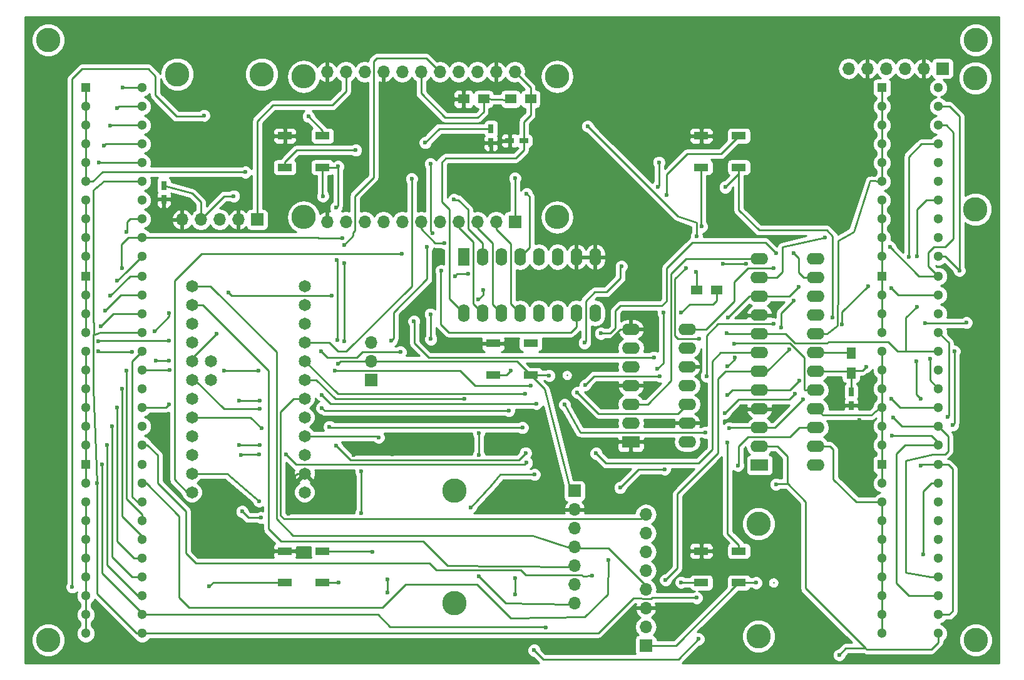
<source format=gbr>
G04 #@! TF.FileFunction,Copper,L1,Top,Signal*
%FSLAX46Y46*%
G04 Gerber Fmt 4.6, Leading zero omitted, Abs format (unit mm)*
G04 Created by KiCad (PCBNEW 4.0.6) date 09/02/17 13:52:08*
%MOMM*%
%LPD*%
G01*
G04 APERTURE LIST*
%ADD10C,0.100000*%
%ADD11C,3.302000*%
%ADD12R,1.700000X1.700000*%
%ADD13O,1.700000X1.700000*%
%ADD14C,1.648460*%
%ADD15R,1.300000X1.300000*%
%ADD16C,1.300000*%
%ADD17R,1.981200X0.990600*%
%ADD18R,2.400000X1.600000*%
%ADD19O,2.400000X1.600000*%
%ADD20O,3.302000X3.302000*%
%ADD21R,1.600000X2.400000*%
%ADD22O,1.600000X2.400000*%
%ADD23R,1.500000X1.300000*%
%ADD24R,1.300000X1.500000*%
%ADD25R,1.200000X0.750000*%
%ADD26R,0.750000X1.200000*%
%ADD27C,0.600000*%
%ADD28C,0.250000*%
%ADD29C,0.254000*%
G04 APERTURE END LIST*
D10*
D11*
X157543500Y-96012000D03*
X201866500Y-90233500D03*
D12*
X197421500Y-71183500D03*
D13*
X194881500Y-71183500D03*
X192341500Y-71183500D03*
X189801500Y-71183500D03*
X187261500Y-71183500D03*
X184721500Y-71183500D03*
D11*
X201866500Y-72453500D03*
X76454000Y-148590000D03*
X201930000Y-148590000D03*
X76454000Y-67310000D03*
D14*
X111125000Y-108267500D03*
X111125000Y-110807500D03*
X111125000Y-113347500D03*
X111125000Y-115887500D03*
X111125000Y-118427500D03*
X95885000Y-128587500D03*
X95885000Y-126044960D03*
X95885000Y-123507500D03*
X95885000Y-120967500D03*
X95885000Y-118427500D03*
X95885000Y-113347500D03*
X95885000Y-110807500D03*
X95885000Y-108267500D03*
X95885000Y-105727500D03*
X95885000Y-103187500D03*
X95885000Y-100647500D03*
X98425000Y-113347500D03*
X98425000Y-110807500D03*
X95885000Y-115887500D03*
X111125000Y-128587500D03*
X111125000Y-126044960D03*
X111125000Y-100647500D03*
X111125000Y-103187500D03*
X111125000Y-105727500D03*
X111125000Y-123507500D03*
X111125000Y-120967500D03*
D15*
X81534000Y-99314000D03*
D16*
X81534000Y-101854000D03*
X81534000Y-104394000D03*
X81534000Y-106934000D03*
X89154000Y-117094000D03*
X89154000Y-114554000D03*
X89154000Y-112014000D03*
X89154000Y-109474000D03*
X81534000Y-109474000D03*
X81534000Y-112014000D03*
X81534000Y-114554000D03*
X81534000Y-117094000D03*
X89154000Y-119634000D03*
X89154000Y-122174000D03*
X81534000Y-122174000D03*
X81534000Y-119634000D03*
X89154000Y-106934000D03*
X89154000Y-104394000D03*
X89154000Y-101854000D03*
X89154000Y-99314000D03*
D17*
X169862500Y-84563000D03*
X169862500Y-80283000D03*
X164782500Y-84563000D03*
X164782500Y-80283000D03*
X141706600Y-112693500D03*
X141706600Y-108413500D03*
X136626600Y-112693500D03*
X136626600Y-108413500D03*
X113538000Y-140824000D03*
X113538000Y-136544000D03*
X108458000Y-140824000D03*
X108458000Y-136544000D03*
D11*
X105346500Y-71945500D03*
D12*
X104711500Y-91630500D03*
D13*
X102171500Y-91630500D03*
X99631500Y-91630500D03*
X97091500Y-91630500D03*
X94551500Y-91630500D03*
D11*
X93916500Y-71945500D03*
D17*
X169862500Y-140824000D03*
X169862500Y-136544000D03*
X164782500Y-140824000D03*
X164782500Y-136544000D03*
X113538000Y-84563000D03*
X113538000Y-80283000D03*
X108458000Y-84563000D03*
X108458000Y-80283000D03*
D18*
X155257500Y-121729500D03*
D19*
X162877500Y-106489500D03*
X155257500Y-119189500D03*
X162877500Y-109029500D03*
X155257500Y-116649500D03*
X162877500Y-111569500D03*
X155257500Y-114109500D03*
X162877500Y-114109500D03*
X155257500Y-111569500D03*
X162877500Y-116649500D03*
X155257500Y-109029500D03*
X162877500Y-119189500D03*
X155257500Y-106489500D03*
X162877500Y-121729500D03*
D20*
X110998000Y-72263000D03*
X110998000Y-91313000D03*
X145288000Y-91313000D03*
D13*
X114173000Y-71628000D03*
X116713000Y-71628000D03*
X119253000Y-71628000D03*
X121793000Y-71628000D03*
X124333000Y-71628000D03*
X126873000Y-71628000D03*
X129413000Y-71628000D03*
X131953000Y-71628000D03*
X134493000Y-71628000D03*
X137033000Y-71628000D03*
X139573000Y-71628000D03*
D12*
X139573000Y-91948000D03*
D13*
X137033000Y-91948000D03*
X134493000Y-91948000D03*
X131953000Y-91948000D03*
X129413000Y-91948000D03*
X126873000Y-91948000D03*
X124333000Y-91948000D03*
X121793000Y-91948000D03*
X119253000Y-91948000D03*
X116713000Y-91948000D03*
X114173000Y-91948000D03*
D20*
X145288000Y-72263000D03*
D11*
X131381500Y-143637000D03*
D12*
X147637500Y-128397000D03*
D13*
X147637500Y-130937000D03*
X147637500Y-133477000D03*
X147637500Y-136017000D03*
X147637500Y-138557000D03*
X147637500Y-141097000D03*
X147637500Y-143637000D03*
D11*
X131381500Y-128397000D03*
D21*
X132651500Y-96710500D03*
D22*
X150431500Y-104330500D03*
X135191500Y-96710500D03*
X147891500Y-104330500D03*
X137731500Y-96710500D03*
X145351500Y-104330500D03*
X140271500Y-96710500D03*
X142811500Y-104330500D03*
X142811500Y-96710500D03*
X140271500Y-104330500D03*
X145351500Y-96710500D03*
X137731500Y-104330500D03*
X147891500Y-96710500D03*
X135191500Y-104330500D03*
X150431500Y-96710500D03*
X132651500Y-104330500D03*
D18*
X172656500Y-124904500D03*
D19*
X180276500Y-96964500D03*
X172656500Y-122364500D03*
X180276500Y-99504500D03*
X172656500Y-119824500D03*
X180276500Y-102044500D03*
X172656500Y-117284500D03*
X180276500Y-104584500D03*
X172656500Y-114744500D03*
X180276500Y-107124500D03*
X172656500Y-112204500D03*
X180276500Y-109664500D03*
X172656500Y-109664500D03*
X180276500Y-112204500D03*
X172656500Y-107124500D03*
X180276500Y-114744500D03*
X172656500Y-104584500D03*
X180276500Y-117284500D03*
X172656500Y-102044500D03*
X180276500Y-119824500D03*
X172656500Y-99504500D03*
X180276500Y-122364500D03*
X172656500Y-96964500D03*
X180276500Y-124904500D03*
D11*
X172529500Y-132842000D03*
D12*
X157289500Y-149352000D03*
D13*
X157289500Y-146812000D03*
X157289500Y-144272000D03*
X157289500Y-141732000D03*
X157289500Y-139192000D03*
X157289500Y-136652000D03*
X157289500Y-134112000D03*
X157289500Y-131572000D03*
D11*
X172529500Y-148082000D03*
D12*
X120142000Y-113411000D03*
D13*
X120142000Y-110871000D03*
X120142000Y-108331000D03*
D23*
X135335000Y-75311000D03*
X132635000Y-75311000D03*
X138985000Y-75311000D03*
X141685000Y-75311000D03*
X164194500Y-101155500D03*
X166894500Y-101155500D03*
D24*
X185039000Y-112411500D03*
X185039000Y-109711500D03*
D15*
X189230000Y-124841000D03*
D16*
X189230000Y-127381000D03*
X189230000Y-129921000D03*
X189230000Y-132461000D03*
X196850000Y-142621000D03*
X196850000Y-140081000D03*
X196850000Y-137541000D03*
X196850000Y-135001000D03*
X189230000Y-135001000D03*
X189230000Y-137541000D03*
X189230000Y-140081000D03*
X189230000Y-142621000D03*
X196850000Y-145161000D03*
X196850000Y-147701000D03*
X189230000Y-147701000D03*
X189230000Y-145161000D03*
X196850000Y-132461000D03*
X196850000Y-129921000D03*
X196850000Y-127381000D03*
X196850000Y-124841000D03*
D15*
X189230000Y-99314000D03*
D16*
X189230000Y-101854000D03*
X189230000Y-104394000D03*
X189230000Y-106934000D03*
X196850000Y-117094000D03*
X196850000Y-114554000D03*
X196850000Y-112014000D03*
X196850000Y-109474000D03*
X189230000Y-109474000D03*
X189230000Y-112014000D03*
X189230000Y-114554000D03*
X189230000Y-117094000D03*
X196850000Y-119634000D03*
X196850000Y-122174000D03*
X189230000Y-122174000D03*
X189230000Y-119634000D03*
X196850000Y-106934000D03*
X196850000Y-104394000D03*
X196850000Y-101854000D03*
X196850000Y-99314000D03*
D15*
X189230000Y-73787000D03*
D16*
X189230000Y-76327000D03*
X189230000Y-78867000D03*
X189230000Y-81407000D03*
X196850000Y-91567000D03*
X196850000Y-89027000D03*
X196850000Y-86487000D03*
X196850000Y-83947000D03*
X189230000Y-83947000D03*
X189230000Y-86487000D03*
X189230000Y-89027000D03*
X189230000Y-91567000D03*
X196850000Y-94107000D03*
X196850000Y-96647000D03*
X189230000Y-96647000D03*
X189230000Y-94107000D03*
X196850000Y-81407000D03*
X196850000Y-78867000D03*
X196850000Y-76327000D03*
X196850000Y-73787000D03*
D15*
X81534000Y-124841000D03*
D16*
X81534000Y-127381000D03*
X81534000Y-129921000D03*
X81534000Y-132461000D03*
X89154000Y-142621000D03*
X89154000Y-140081000D03*
X89154000Y-137541000D03*
X89154000Y-135001000D03*
X81534000Y-135001000D03*
X81534000Y-137541000D03*
X81534000Y-140081000D03*
X81534000Y-142621000D03*
X89154000Y-145161000D03*
X89154000Y-147701000D03*
X81534000Y-147701000D03*
X81534000Y-145161000D03*
X89154000Y-132461000D03*
X89154000Y-129921000D03*
X89154000Y-127381000D03*
X89154000Y-124841000D03*
D15*
X81534000Y-73787000D03*
D16*
X81534000Y-76327000D03*
X81534000Y-78867000D03*
X81534000Y-81407000D03*
X89154000Y-91567000D03*
X89154000Y-89027000D03*
X89154000Y-86487000D03*
X89154000Y-83947000D03*
X81534000Y-83947000D03*
X81534000Y-86487000D03*
X81534000Y-89027000D03*
X81534000Y-91567000D03*
X89154000Y-94107000D03*
X89154000Y-96647000D03*
X81534000Y-96647000D03*
X81534000Y-94107000D03*
X89154000Y-81407000D03*
X89154000Y-78867000D03*
X89154000Y-76327000D03*
X89154000Y-73787000D03*
D25*
X140777000Y-80962500D03*
X138877000Y-80962500D03*
D26*
X92075000Y-86997500D03*
X92075000Y-88897500D03*
X136334500Y-79314000D03*
X136334500Y-81214000D03*
X185039000Y-114937500D03*
X185039000Y-116837500D03*
D11*
X201930000Y-67310000D03*
D27*
X168021000Y-87249000D03*
X159067500Y-83883500D03*
X158877000Y-87185500D03*
X187071000Y-111569500D03*
X182562500Y-104902000D03*
X115633500Y-84455000D03*
X127444500Y-81216500D03*
X101536500Y-88455500D03*
X113601500Y-88455500D03*
X115633500Y-111188500D03*
X115570000Y-107950000D03*
X115443000Y-97091500D03*
X115379500Y-90043000D03*
X177482500Y-115252500D03*
X167957500Y-117856000D03*
X159829500Y-125476000D03*
X153797000Y-127952500D03*
X118745000Y-131445000D03*
X118745000Y-125730000D03*
X139573000Y-142430500D03*
X139573000Y-140208000D03*
X144208500Y-112776000D03*
X172212000Y-140843000D03*
X115697000Y-140843000D03*
X170815000Y-97599500D03*
X167703500Y-97663000D03*
X151003000Y-109347000D03*
X151638000Y-114998500D03*
X122999500Y-123444000D03*
X117729000Y-123507500D03*
X105473500Y-135191500D03*
X108966000Y-131508500D03*
X147574000Y-109156500D03*
X133604000Y-108521500D03*
X168148000Y-118935500D03*
X186372500Y-122237500D03*
X186182000Y-118808500D03*
X186372500Y-117030500D03*
X122809000Y-108077000D03*
X127698500Y-95313500D03*
X128460500Y-93472000D03*
X128143000Y-84074000D03*
X128143000Y-104457500D03*
X128206500Y-107823000D03*
X121158000Y-121158000D03*
X169227500Y-108458000D03*
X103124000Y-85217000D03*
X168338500Y-115379500D03*
X159194500Y-112839500D03*
X149098000Y-114046000D03*
X141732000Y-114173000D03*
X115252500Y-112077500D03*
X104902000Y-112141000D03*
X100203000Y-112077500D03*
X92837000Y-112014000D03*
X87058500Y-93345000D03*
X87058500Y-112077500D03*
X195072000Y-105664000D03*
X200660000Y-105600500D03*
X178054000Y-113474500D03*
X193992500Y-96647000D03*
X193929000Y-103441500D03*
X168211500Y-107061000D03*
X135255000Y-101155500D03*
X134620000Y-102489000D03*
X114808000Y-101917500D03*
X100838000Y-101536500D03*
X92773500Y-104330500D03*
X90805000Y-106743500D03*
X198818500Y-119443500D03*
X199009000Y-109474000D03*
X194818000Y-136969500D03*
X164147500Y-142875000D03*
X183451500Y-150622000D03*
X152209500Y-137731500D03*
X174879000Y-127508000D03*
X83058000Y-127381000D03*
X198120000Y-118364000D03*
X143764000Y-146875500D03*
X193865500Y-110871000D03*
X194437000Y-115887500D03*
X194437000Y-124968000D03*
X83312000Y-83883500D03*
X83566000Y-106108500D03*
X83756500Y-124841000D03*
X181483000Y-94043500D03*
X174561500Y-105791000D03*
X165481000Y-112839500D03*
X158369000Y-110299500D03*
X125920500Y-105410000D03*
X92773500Y-108077000D03*
X83185000Y-108140500D03*
X195770500Y-110490000D03*
X168402000Y-104902000D03*
X133286500Y-98996500D03*
X131445000Y-99314000D03*
X116268500Y-94170500D03*
X86487000Y-73787000D03*
X86423500Y-98234500D03*
X86423500Y-114554000D03*
X177990500Y-100774500D03*
X168529000Y-119888000D03*
X165354000Y-120459500D03*
X146304000Y-116713000D03*
X142494000Y-116586000D03*
X113411000Y-115379500D03*
X105092500Y-116205000D03*
X102298500Y-116205000D03*
X92773500Y-116713000D03*
X85788500Y-76517500D03*
X85788500Y-99949000D03*
X85788500Y-117094000D03*
X199707500Y-98552000D03*
X190500000Y-115887500D03*
X178562000Y-116014500D03*
X150050500Y-139890500D03*
X159956500Y-140462000D03*
X84010500Y-81661000D03*
X84137500Y-103949500D03*
X84391500Y-122174000D03*
X192849500Y-96710500D03*
X176657000Y-109220000D03*
X183832500Y-105854500D03*
X187325000Y-100647500D03*
X190500000Y-100901500D03*
X190563500Y-120904000D03*
X150558500Y-123317000D03*
X141033500Y-123253500D03*
X115379500Y-122237500D03*
X105029000Y-122174000D03*
X102298500Y-122174000D03*
X84836000Y-78930500D03*
X84836000Y-101981000D03*
X85090000Y-119634000D03*
X175577500Y-106235500D03*
X177292000Y-102616000D03*
X190309500Y-95377000D03*
X190754000Y-118427500D03*
X174942500Y-96202500D03*
X177292000Y-96202500D03*
X151193500Y-107061000D03*
X124079000Y-109601000D03*
X113347500Y-109474000D03*
X92773500Y-110744000D03*
X90995500Y-110744000D03*
X87757000Y-109601000D03*
X83185000Y-109474000D03*
X169735500Y-124968000D03*
X142240000Y-126174500D03*
X133604000Y-130619500D03*
X105219500Y-132016500D03*
X102679500Y-131191000D03*
X139573000Y-86042500D03*
X125603000Y-86106000D03*
X140970000Y-115252500D03*
X148018500Y-115062000D03*
X134683500Y-139954000D03*
X134683500Y-123571000D03*
X134683500Y-120586500D03*
X132778500Y-115951000D03*
X116459000Y-95059500D03*
X116459000Y-97536000D03*
X116459000Y-108140500D03*
X124269500Y-96266000D03*
X104965500Y-129794000D03*
X141160500Y-124587000D03*
X108585000Y-123444000D03*
X104965500Y-123444000D03*
X102489000Y-123507500D03*
X140589000Y-119824500D03*
X114490500Y-119697500D03*
X105283000Y-119888000D03*
X105092500Y-117284500D03*
X113474500Y-117157500D03*
X138747500Y-117538500D03*
X99187000Y-107124500D03*
X129603500Y-98552000D03*
X164084000Y-98742500D03*
X164147500Y-93916500D03*
X149415500Y-78994000D03*
X118046500Y-82232500D03*
X162052000Y-104267000D03*
X159639000Y-104267000D03*
X158813500Y-111887000D03*
X174561500Y-98234500D03*
X130048000Y-94805500D03*
X131318000Y-88900000D03*
X141160500Y-88138000D03*
X98234500Y-141351000D03*
X79692500Y-141414500D03*
X97536000Y-77533500D03*
X111633000Y-77660500D03*
X164846000Y-92583000D03*
X162687000Y-98234500D03*
X164465000Y-107759500D03*
X169291000Y-110363000D03*
X168338500Y-111506000D03*
X168338500Y-121856500D03*
X162052000Y-140779500D03*
X164401500Y-148463000D03*
X142176500Y-149987000D03*
X122364500Y-142176500D03*
X122364500Y-140398500D03*
X120332500Y-136652000D03*
X148971000Y-108331000D03*
X139001500Y-112141000D03*
X160083500Y-88328500D03*
X153987500Y-97980500D03*
D28*
X174545000Y-140824000D02*
X174564000Y-140843000D01*
X146605000Y-112693500D02*
X146624000Y-112712500D01*
X169862500Y-85407500D02*
X169862500Y-84563000D01*
X168021000Y-87249000D02*
X169862500Y-85407500D01*
X159067500Y-86995000D02*
X159067500Y-83883500D01*
X158877000Y-87185500D02*
X159067500Y-86995000D01*
X169862500Y-84563000D02*
X169862500Y-90360500D01*
X181737000Y-93091000D02*
X182562500Y-93916500D01*
X172593000Y-93091000D02*
X181737000Y-93091000D01*
X169862500Y-90360500D02*
X172593000Y-93091000D01*
X182562500Y-93916500D02*
X182562500Y-104902000D01*
X185373000Y-112077500D02*
X186563000Y-112077500D01*
X187071000Y-111569500D02*
X186563000Y-112077500D01*
X136334500Y-79314000D02*
X129347000Y-79314000D01*
X129347000Y-79314000D02*
X127444500Y-81216500D01*
X101536500Y-88455500D02*
X100266500Y-88455500D01*
X113601500Y-88455500D02*
X113538000Y-88392000D01*
X113538000Y-84563000D02*
X113538000Y-88392000D01*
X100266500Y-88455500D02*
X97091500Y-91630500D01*
X92075000Y-86997500D02*
X95885000Y-88074500D01*
X95885000Y-88074500D02*
X97091500Y-89281000D01*
X97091500Y-89281000D02*
X97091500Y-91630500D01*
X115633500Y-84455000D02*
X115633500Y-89789000D01*
X115951000Y-110871000D02*
X120142000Y-110871000D01*
X115633500Y-111188500D02*
X115951000Y-110871000D01*
X115570000Y-97218500D02*
X115570000Y-107950000D01*
X115443000Y-97091500D02*
X115570000Y-97218500D01*
X115633500Y-89789000D02*
X115379500Y-90043000D01*
X185373000Y-112077500D02*
X185039000Y-112411500D01*
X176720500Y-116014500D02*
X177482500Y-115252500D01*
X169799000Y-116014500D02*
X176720500Y-116014500D01*
X167957500Y-117856000D02*
X169799000Y-116014500D01*
X156273500Y-125476000D02*
X159829500Y-125476000D01*
X153797000Y-127952500D02*
X156273500Y-125476000D01*
X118745000Y-131445000D02*
X118745000Y-125730000D01*
X139573000Y-140208000D02*
X139573000Y-142430500D01*
X113538000Y-84563000D02*
X115525500Y-84563000D01*
X115525500Y-84563000D02*
X115633500Y-84455000D01*
X141706600Y-112693500D02*
X144126000Y-112693500D01*
X144126000Y-112693500D02*
X144208500Y-112776000D01*
X169862500Y-140824000D02*
X172193000Y-140824000D01*
X172193000Y-140824000D02*
X172212000Y-140843000D01*
X113538000Y-140824000D02*
X115678000Y-140824000D01*
X115678000Y-140824000D02*
X115697000Y-140843000D01*
X147129500Y-128524000D02*
X143573500Y-114560400D01*
X143573500Y-114560400D02*
X141706600Y-112693500D01*
X120142000Y-110871000D02*
X139884100Y-110871000D01*
X139884100Y-110871000D02*
X141706600Y-112693500D01*
X157289500Y-149352000D02*
X161334500Y-149352000D01*
X161334500Y-149352000D02*
X169862500Y-140824000D01*
X185039000Y-112411500D02*
X185039000Y-114937500D01*
X180276500Y-112204500D02*
X184832000Y-112204500D01*
X184832000Y-112204500D02*
X185039000Y-112411500D01*
X113559500Y-84584500D02*
X113538000Y-84563000D01*
X169860000Y-84565500D02*
X169862500Y-84563000D01*
X170815000Y-97599500D02*
X170751500Y-97663000D01*
X170751500Y-97663000D02*
X167703500Y-97663000D01*
X155257500Y-106489500D02*
X153860500Y-106489500D01*
X153860500Y-106489500D02*
X151003000Y-109347000D01*
X155257500Y-114109500D02*
X152527000Y-114109500D01*
X152527000Y-114109500D02*
X151638000Y-114998500D01*
X117792500Y-123444000D02*
X122999500Y-123444000D01*
X117729000Y-123507500D02*
X117792500Y-123444000D01*
X111125000Y-126044960D02*
X110111540Y-126044960D01*
X108966000Y-127190500D02*
X108966000Y-131508500D01*
X110111540Y-126044960D02*
X108966000Y-127190500D01*
X136626600Y-108413500D02*
X133712000Y-108413500D01*
X133712000Y-108413500D02*
X133604000Y-108521500D01*
X169799000Y-117284500D02*
X172656500Y-117284500D01*
X168148000Y-118935500D02*
X169799000Y-117284500D01*
X185039000Y-116837500D02*
X186179500Y-116837500D01*
X186372500Y-118999000D02*
X186372500Y-122237500D01*
X186182000Y-118808500D02*
X186372500Y-118999000D01*
X186179500Y-116837500D02*
X186372500Y-117030500D01*
X122809000Y-108077000D02*
X123190000Y-107696000D01*
X123190000Y-107696000D02*
X123190000Y-104203500D01*
X123190000Y-104203500D02*
X127698500Y-99695000D01*
X127698500Y-99695000D02*
X127698500Y-95313500D01*
X128460500Y-93472000D02*
X128143000Y-93154500D01*
X128143000Y-93154500D02*
X128143000Y-84074000D01*
X141685000Y-75311000D02*
X141685000Y-73740000D01*
X141685000Y-73740000D02*
X139573000Y-71628000D01*
X140777000Y-80962500D02*
X140777000Y-78361500D01*
X141685000Y-77453500D02*
X141685000Y-75311000D01*
X140777000Y-78361500D02*
X141685000Y-77453500D01*
X140777000Y-80962500D02*
X140777000Y-82235000D01*
X129664500Y-89278500D02*
X130683000Y-90297000D01*
X130683000Y-90297000D02*
X130683000Y-102362000D01*
X130683000Y-102362000D02*
X132651500Y-104330500D01*
X129664500Y-83886000D02*
X129664500Y-89278500D01*
X130238500Y-83312000D02*
X129664500Y-83886000D01*
X139700000Y-83312000D02*
X130238500Y-83312000D01*
X140777000Y-82235000D02*
X139700000Y-83312000D01*
X111125000Y-120967500D02*
X120967500Y-120967500D01*
X128143000Y-107759500D02*
X128143000Y-104457500D01*
X128206500Y-107823000D02*
X128143000Y-107759500D01*
X120967500Y-120967500D02*
X121158000Y-121158000D01*
X81534000Y-76327000D02*
X81534000Y-73787000D01*
X81534000Y-78867000D02*
X81534000Y-76327000D01*
X81534000Y-81407000D02*
X81534000Y-78867000D01*
X81534000Y-83947000D02*
X81534000Y-81407000D01*
X81534000Y-86487000D02*
X81534000Y-83947000D01*
X81534000Y-86487000D02*
X82486500Y-86487000D01*
X178816000Y-114744500D02*
X180276500Y-114744500D01*
X178689000Y-114617500D02*
X178816000Y-114744500D01*
X178689000Y-110299500D02*
X178689000Y-114617500D01*
X176784000Y-108394500D02*
X178689000Y-110299500D01*
X169291000Y-108394500D02*
X176784000Y-108394500D01*
X169227500Y-108458000D02*
X169291000Y-108394500D01*
X103060500Y-85153500D02*
X103124000Y-85217000D01*
X83820000Y-85153500D02*
X103060500Y-85153500D01*
X82486500Y-86487000D02*
X83820000Y-85153500D01*
X89154000Y-112014000D02*
X92837000Y-112014000D01*
X168973500Y-114744500D02*
X172656500Y-114744500D01*
X168338500Y-115379500D02*
X168973500Y-114744500D01*
X150304500Y-112839500D02*
X159194500Y-112839500D01*
X149098000Y-114046000D02*
X150304500Y-112839500D01*
X134175500Y-114173000D02*
X141732000Y-114173000D01*
X132143500Y-112141000D02*
X134175500Y-114173000D01*
X115316000Y-112141000D02*
X132143500Y-112141000D01*
X115252500Y-112077500D02*
X115316000Y-112141000D01*
X100266500Y-112141000D02*
X104902000Y-112141000D01*
X100203000Y-112077500D02*
X100266500Y-112141000D01*
X87503000Y-91567000D02*
X89154000Y-91567000D01*
X87122000Y-91948000D02*
X87503000Y-91567000D01*
X87122000Y-93281500D02*
X87122000Y-91948000D01*
X87058500Y-93345000D02*
X87122000Y-93281500D01*
X89154000Y-132461000D02*
X89154000Y-131572000D01*
X87058500Y-129476500D02*
X87058500Y-112077500D01*
X89154000Y-131572000D02*
X87058500Y-129476500D01*
X200596500Y-105664000D02*
X195072000Y-105664000D01*
X200660000Y-105600500D02*
X200596500Y-105664000D01*
X178054000Y-113474500D02*
X176784000Y-114744500D01*
X176784000Y-114744500D02*
X172656500Y-114744500D01*
X192468500Y-109474000D02*
X192468500Y-108077000D01*
X195262500Y-89027000D02*
X193992500Y-90297000D01*
X193992500Y-90297000D02*
X193992500Y-96647000D01*
X193929000Y-103441500D02*
X192468500Y-104902000D01*
X192468500Y-104902000D02*
X192468500Y-108077000D01*
X195262500Y-89027000D02*
X196850000Y-89027000D01*
X168275000Y-107124500D02*
X172656500Y-107124500D01*
X168211500Y-107061000D02*
X168275000Y-107124500D01*
X135255000Y-101854000D02*
X135255000Y-101155500D01*
X134620000Y-102489000D02*
X135255000Y-101854000D01*
X101219000Y-101917500D02*
X114808000Y-101917500D01*
X100838000Y-101536500D02*
X101219000Y-101917500D01*
X92773500Y-104775000D02*
X92773500Y-104330500D01*
X90805000Y-106743500D02*
X92773500Y-104775000D01*
X89154000Y-129921000D02*
X88519000Y-129921000D01*
X88519000Y-129921000D02*
X87820500Y-129222500D01*
X87820500Y-129222500D02*
X87820500Y-110807500D01*
X87820500Y-110807500D02*
X89154000Y-109474000D01*
X196850000Y-109474000D02*
X192468500Y-109474000D01*
X192468500Y-109474000D02*
X191325500Y-109474000D01*
X176212500Y-107124500D02*
X172656500Y-107124500D01*
X177482500Y-108394500D02*
X176212500Y-107124500D01*
X181800500Y-108394500D02*
X177482500Y-108394500D01*
X181991000Y-108204000D02*
X181800500Y-108394500D01*
X190055500Y-108204000D02*
X181991000Y-108204000D01*
X191325500Y-109474000D02*
X190055500Y-108204000D01*
X198818500Y-119443500D02*
X199009000Y-119253000D01*
X199009000Y-119253000D02*
X199009000Y-109474000D01*
X195897500Y-127381000D02*
X196850000Y-127381000D01*
X194818000Y-128460500D02*
X195897500Y-127381000D01*
X194818000Y-136969500D02*
X194818000Y-128460500D01*
X187007500Y-149733000D02*
X186055000Y-148780500D01*
X186055000Y-148780500D02*
X178879500Y-141605000D01*
X178879500Y-141605000D02*
X178879500Y-129857500D01*
X178879500Y-129857500D02*
X176403000Y-127381000D01*
X176403000Y-127381000D02*
X176403000Y-127444500D01*
X186499500Y-149733000D02*
X187007500Y-149733000D01*
X196850000Y-148907500D02*
X195897500Y-149860000D01*
X195897500Y-149860000D02*
X187134500Y-149860000D01*
X196850000Y-147701000D02*
X196850000Y-148907500D01*
X150876000Y-147637500D02*
X155575000Y-142938500D01*
X155575000Y-142938500D02*
X157988000Y-143002000D01*
X157988000Y-143002000D02*
X158115000Y-142875000D01*
X158115000Y-142875000D02*
X164147500Y-142875000D01*
X183451500Y-150622000D02*
X184340500Y-149733000D01*
X184340500Y-149733000D02*
X186499500Y-149733000D01*
X150876000Y-147637500D02*
X89154000Y-147701000D01*
X187007500Y-149733000D02*
X187134500Y-149860000D01*
X89154000Y-127381000D02*
X89725500Y-127381000D01*
X89725500Y-127381000D02*
X94170500Y-131826000D01*
X94170500Y-131826000D02*
X94170500Y-142875000D01*
X94170500Y-142875000D02*
X95504000Y-144208500D01*
X95504000Y-144208500D02*
X121666000Y-144208500D01*
X121666000Y-144208500D02*
X124777500Y-141097000D01*
X124777500Y-141097000D02*
X134429500Y-141097000D01*
X134429500Y-141097000D02*
X139001500Y-145669000D01*
X139001500Y-145669000D02*
X149034500Y-145478500D01*
X149034500Y-145478500D02*
X152146000Y-142430500D01*
X152146000Y-142430500D02*
X152209500Y-137731500D01*
X174879000Y-127508000D02*
X174942500Y-127444500D01*
X174942500Y-127444500D02*
X176466500Y-127444500D01*
X176466500Y-127444500D02*
X176403000Y-127444500D01*
X89154000Y-86487000D02*
X84010500Y-86487000D01*
X82613500Y-107061000D02*
X82550000Y-107251500D01*
X82613500Y-105664000D02*
X82613500Y-107061000D01*
X82550000Y-105537000D02*
X82613500Y-105664000D01*
X82550000Y-87630000D02*
X82550000Y-105537000D01*
X84010500Y-86487000D02*
X82550000Y-87630000D01*
X89154000Y-106934000D02*
X83502500Y-106934000D01*
X82550000Y-107251500D02*
X82550000Y-114490500D01*
X82550000Y-114490500D02*
X83058000Y-127381000D01*
X83502500Y-106934000D02*
X82550000Y-107251500D01*
X89154000Y-147701000D02*
X88392000Y-147701000D01*
X83058000Y-142367000D02*
X83058000Y-127381000D01*
X88392000Y-147701000D02*
X83058000Y-142367000D01*
X198120000Y-118364000D02*
X198247000Y-118237000D01*
X198247000Y-118237000D02*
X198247000Y-108331000D01*
X198247000Y-108331000D02*
X196850000Y-106934000D01*
X175069500Y-122364500D02*
X172656500Y-122364500D01*
X176403000Y-127444500D02*
X176403000Y-123698000D01*
X176403000Y-123698000D02*
X175069500Y-122364500D01*
X121031000Y-145161000D02*
X122682000Y-146812000D01*
X122682000Y-146812000D02*
X143700500Y-146812000D01*
X143700500Y-146812000D02*
X143764000Y-146875500D01*
X89154000Y-145161000D02*
X121031000Y-145161000D01*
X196850000Y-124841000D02*
X194564000Y-124841000D01*
X193865500Y-115316000D02*
X193865500Y-110871000D01*
X194437000Y-115887500D02*
X193865500Y-115316000D01*
X194564000Y-124841000D02*
X194437000Y-124968000D01*
X83375500Y-83947000D02*
X89154000Y-83947000D01*
X83312000Y-83883500D02*
X83375500Y-83947000D01*
X89154000Y-104394000D02*
X85280500Y-104394000D01*
X85280500Y-104394000D02*
X83566000Y-106108500D01*
X89154000Y-145161000D02*
X89154000Y-144970500D01*
X89154000Y-144970500D02*
X83756500Y-139573000D01*
X83756500Y-139573000D02*
X83756500Y-124841000D01*
X175006000Y-99504500D02*
X172656500Y-99504500D01*
X175768000Y-98742500D02*
X175006000Y-99504500D01*
X175768000Y-95377000D02*
X175768000Y-98742500D01*
X181483000Y-94043500D02*
X175768000Y-95377000D01*
X196850000Y-145161000D02*
X198310500Y-145161000D01*
X198183500Y-124841000D02*
X196850000Y-124841000D01*
X198755000Y-125412500D02*
X198183500Y-124841000D01*
X198755000Y-144716500D02*
X198755000Y-125412500D01*
X198310500Y-145161000D02*
X198755000Y-144716500D01*
X81534000Y-91567000D02*
X81534000Y-89027000D01*
X81534000Y-94107000D02*
X81534000Y-91567000D01*
X81534000Y-96647000D02*
X81534000Y-94107000D01*
X81534000Y-99314000D02*
X81534000Y-96647000D01*
X81534000Y-101854000D02*
X81534000Y-99314000D01*
X81534000Y-104394000D02*
X81534000Y-101854000D01*
X81534000Y-106934000D02*
X81534000Y-104394000D01*
X167068500Y-105791000D02*
X174561500Y-105791000D01*
X165481000Y-107378500D02*
X167068500Y-105791000D01*
X165481000Y-112839500D02*
X165481000Y-107378500D01*
X127889000Y-110299500D02*
X158369000Y-110299500D01*
X125984000Y-108394500D02*
X127889000Y-110299500D01*
X125984000Y-105473500D02*
X125984000Y-108394500D01*
X125920500Y-105410000D02*
X125984000Y-105473500D01*
X83248500Y-108077000D02*
X92773500Y-108077000D01*
X83185000Y-108140500D02*
X83248500Y-108077000D01*
X195707000Y-113411000D02*
X196850000Y-114554000D01*
X195707000Y-110553500D02*
X195707000Y-113411000D01*
X195770500Y-110490000D02*
X195707000Y-110553500D01*
X89154000Y-94107000D02*
X112966500Y-94107000D01*
X171259500Y-102044500D02*
X172656500Y-102044500D01*
X168402000Y-104902000D02*
X171259500Y-102044500D01*
X131762500Y-98996500D02*
X133286500Y-98996500D01*
X131445000Y-99314000D02*
X131762500Y-98996500D01*
X113030000Y-94170500D02*
X116268500Y-94170500D01*
X112966500Y-94107000D02*
X113030000Y-94170500D01*
X86487000Y-73787000D02*
X89154000Y-73787000D01*
X87249000Y-94107000D02*
X89154000Y-94107000D01*
X86360000Y-94996000D02*
X87249000Y-94107000D01*
X86360000Y-98171000D02*
X86360000Y-94996000D01*
X86423500Y-98234500D02*
X86360000Y-98171000D01*
X89154000Y-135001000D02*
X89154000Y-134556500D01*
X89154000Y-134556500D02*
X86423500Y-131826000D01*
X86423500Y-131826000D02*
X86423500Y-114554000D01*
X176720500Y-102044500D02*
X172656500Y-102044500D01*
X177990500Y-100774500D02*
X176720500Y-102044500D01*
X89154000Y-117094000D02*
X92392500Y-117094000D01*
X168592500Y-119824500D02*
X172656500Y-119824500D01*
X168529000Y-119888000D02*
X168592500Y-119824500D01*
X148399500Y-120459500D02*
X165354000Y-120459500D01*
X146304000Y-116713000D02*
X148399500Y-120459500D01*
X114617500Y-116586000D02*
X142494000Y-116586000D01*
X113411000Y-115379500D02*
X114617500Y-116586000D01*
X102298500Y-116205000D02*
X105092500Y-116205000D01*
X92392500Y-117094000D02*
X92773500Y-116713000D01*
X85979000Y-76327000D02*
X89154000Y-76327000D01*
X85788500Y-76517500D02*
X85979000Y-76327000D01*
X87058500Y-98742500D02*
X89154000Y-96647000D01*
X86995000Y-98742500D02*
X87058500Y-98742500D01*
X85788500Y-99949000D02*
X86995000Y-98742500D01*
X89154000Y-137541000D02*
X88074500Y-137541000D01*
X85788500Y-135255000D02*
X85788500Y-117094000D01*
X88074500Y-137541000D02*
X85788500Y-135255000D01*
X196850000Y-76327000D02*
X198374000Y-76327000D01*
X199707500Y-77660500D02*
X199707500Y-98552000D01*
X198374000Y-76327000D02*
X199707500Y-77660500D01*
X196850000Y-96647000D02*
X197802500Y-96647000D01*
X197802500Y-96647000D02*
X199707500Y-98552000D01*
X196850000Y-117094000D02*
X191706500Y-117094000D01*
X191706500Y-117094000D02*
X190500000Y-115887500D01*
X178562000Y-116014500D02*
X174752000Y-119824500D01*
X174752000Y-119824500D02*
X172656500Y-119824500D01*
X141033500Y-139827000D02*
X148653500Y-139827000D01*
X89852500Y-122174000D02*
X91249500Y-123571000D01*
X91249500Y-123571000D02*
X91249500Y-127317500D01*
X91249500Y-127317500D02*
X95059500Y-131127500D01*
X95059500Y-131127500D02*
X95059500Y-136842500D01*
X95059500Y-136842500D02*
X96393000Y-138176000D01*
X96393000Y-138176000D02*
X128016000Y-138176000D01*
X128016000Y-138176000D02*
X128968500Y-139128500D01*
X128968500Y-139128500D02*
X140335000Y-139128500D01*
X140335000Y-139128500D02*
X141033500Y-139827000D01*
X159956500Y-140462000D02*
X161544000Y-138874500D01*
X161544000Y-138874500D02*
X161544000Y-128778000D01*
X161544000Y-128778000D02*
X167068500Y-123253500D01*
X167068500Y-123253500D02*
X167068500Y-113220500D01*
X167068500Y-113220500D02*
X168084500Y-112204500D01*
X172656500Y-112204500D02*
X168084500Y-112204500D01*
X89852500Y-122174000D02*
X89154000Y-122174000D01*
X148780500Y-139954000D02*
X150050500Y-139890500D01*
X148653500Y-139827000D02*
X148780500Y-139954000D01*
X84264500Y-81407000D02*
X89154000Y-81407000D01*
X84010500Y-81661000D02*
X84264500Y-81407000D01*
X89154000Y-101854000D02*
X86233000Y-101854000D01*
X86233000Y-101854000D02*
X84137500Y-103949500D01*
X89154000Y-142621000D02*
X88582500Y-142621000D01*
X88582500Y-142621000D02*
X84391500Y-138430000D01*
X84391500Y-138430000D02*
X84391500Y-122174000D01*
X196850000Y-81407000D02*
X194564000Y-81407000D01*
X192849500Y-83121500D02*
X192849500Y-96710500D01*
X194564000Y-81407000D02*
X192849500Y-83121500D01*
X196850000Y-101854000D02*
X191452500Y-101854000D01*
X176657000Y-109220000D02*
X173672500Y-112204500D01*
X183832500Y-104140000D02*
X183832500Y-105854500D01*
X187325000Y-100647500D02*
X183832500Y-104140000D01*
X191452500Y-101854000D02*
X190500000Y-100901500D01*
X173672500Y-112204500D02*
X172656500Y-112204500D01*
X196850000Y-122174000D02*
X196850000Y-121856500D01*
X196850000Y-121856500D02*
X195897500Y-120904000D01*
X195897500Y-120904000D02*
X190563500Y-120904000D01*
X196850000Y-142621000D02*
X192849500Y-142621000D01*
X192341500Y-122174000D02*
X196850000Y-122174000D01*
X191135000Y-123380500D02*
X192341500Y-122174000D01*
X191135000Y-140906500D02*
X191135000Y-123380500D01*
X192849500Y-142621000D02*
X191135000Y-140906500D01*
X167386000Y-109664500D02*
X172656500Y-109664500D01*
X166243000Y-110807500D02*
X167386000Y-109664500D01*
X166243000Y-122809000D02*
X166243000Y-110807500D01*
X164401500Y-124650500D02*
X166243000Y-122809000D01*
X151892000Y-124650500D02*
X164401500Y-124650500D01*
X150558500Y-123317000D02*
X151892000Y-124650500D01*
X140081000Y-124206000D02*
X141033500Y-123253500D01*
X117348000Y-124206000D02*
X140081000Y-124206000D01*
X115379500Y-122237500D02*
X117348000Y-124206000D01*
X102298500Y-122174000D02*
X105029000Y-122174000D01*
X84899500Y-78867000D02*
X89154000Y-78867000D01*
X84836000Y-78930500D02*
X84899500Y-78867000D01*
X89154000Y-99314000D02*
X87503000Y-99314000D01*
X87503000Y-99314000D02*
X84836000Y-101981000D01*
X89154000Y-140081000D02*
X87820500Y-140081000D01*
X85090000Y-137350500D02*
X85090000Y-119634000D01*
X87820500Y-140081000D02*
X85090000Y-137350500D01*
X196850000Y-78867000D02*
X197929500Y-78867000D01*
X195516500Y-97980500D02*
X196850000Y-99314000D01*
X195516500Y-96075500D02*
X195516500Y-97980500D01*
X196215000Y-95377000D02*
X195516500Y-96075500D01*
X197739000Y-95377000D02*
X196215000Y-95377000D01*
X198882000Y-94234000D02*
X197739000Y-95377000D01*
X198882000Y-79819500D02*
X198882000Y-94234000D01*
X197929500Y-78867000D02*
X198882000Y-79819500D01*
X196850000Y-99314000D02*
X194246500Y-99314000D01*
X175577500Y-104330500D02*
X175577500Y-106235500D01*
X177292000Y-102616000D02*
X175577500Y-104330500D01*
X194246500Y-99314000D02*
X190309500Y-95377000D01*
X196850000Y-119634000D02*
X191960500Y-119634000D01*
X191960500Y-119634000D02*
X190754000Y-118427500D01*
X196850000Y-140081000D02*
X195834000Y-140081000D01*
X198183500Y-120967500D02*
X196850000Y-119634000D01*
X198183500Y-122999500D02*
X198183500Y-120967500D01*
X197739000Y-123444000D02*
X198183500Y-122999500D01*
X196088000Y-123444000D02*
X197739000Y-123444000D01*
X192468500Y-124333000D02*
X196088000Y-123444000D01*
X192468500Y-139446000D02*
X192468500Y-124333000D01*
X195834000Y-140081000D02*
X192468500Y-139446000D01*
X81534000Y-112014000D02*
X81534000Y-109474000D01*
X81534000Y-114554000D02*
X81534000Y-112014000D01*
X81534000Y-117094000D02*
X81534000Y-114554000D01*
X81534000Y-119634000D02*
X81534000Y-117094000D01*
X81534000Y-122174000D02*
X81534000Y-119634000D01*
X81534000Y-124841000D02*
X81534000Y-122174000D01*
X81534000Y-127381000D02*
X81534000Y-124841000D01*
X159321500Y-103314500D02*
X159448500Y-103314500D01*
X159448500Y-103314500D02*
X160083500Y-102679500D01*
X160083500Y-102679500D02*
X160083500Y-98234500D01*
X160083500Y-98234500D02*
X163576000Y-94742000D01*
X163576000Y-94742000D02*
X173482000Y-94742000D01*
X173482000Y-94742000D02*
X174942500Y-96202500D01*
X177292000Y-96202500D02*
X177927000Y-96837500D01*
X177927000Y-96837500D02*
X177927000Y-98806000D01*
X177927000Y-98806000D02*
X178625500Y-99504500D01*
X178625500Y-99504500D02*
X180276500Y-99504500D01*
X153860500Y-103314500D02*
X159321500Y-103314500D01*
X153162000Y-104013000D02*
X153860500Y-103314500D01*
X153162000Y-106362500D02*
X153162000Y-104013000D01*
X152463500Y-107061000D02*
X153162000Y-106362500D01*
X151193500Y-107061000D02*
X152463500Y-107061000D01*
X118935500Y-109601000D02*
X124079000Y-109601000D01*
X118173500Y-110363000D02*
X118935500Y-109601000D01*
X114236500Y-110363000D02*
X118173500Y-110363000D01*
X113347500Y-109474000D02*
X114236500Y-110363000D01*
X90995500Y-110744000D02*
X92773500Y-110744000D01*
X83312000Y-109601000D02*
X87757000Y-109601000D01*
X83185000Y-109474000D02*
X83312000Y-109601000D01*
X81534000Y-132461000D02*
X81534000Y-129921000D01*
X178054000Y-119824500D02*
X180276500Y-119824500D01*
X176784000Y-121094500D02*
X178054000Y-119824500D01*
X171069000Y-121094500D02*
X176784000Y-121094500D01*
X169799000Y-122364500D02*
X171069000Y-121094500D01*
X169799000Y-124904500D02*
X169799000Y-122364500D01*
X169735500Y-124968000D02*
X169799000Y-124904500D01*
X137604500Y-126174500D02*
X142240000Y-126174500D01*
X133604000Y-130619500D02*
X136398000Y-127622300D01*
X136398000Y-127622300D02*
X137604500Y-126174500D01*
X103505000Y-132016500D02*
X105219500Y-132016500D01*
X102679500Y-131191000D02*
X103505000Y-132016500D01*
X81534000Y-135001000D02*
X81534000Y-129921000D01*
X81534000Y-147701000D02*
X81534000Y-145161000D01*
X81534000Y-145161000D02*
X81534000Y-142621000D01*
X81534000Y-142621000D02*
X81534000Y-140081000D01*
X81534000Y-140081000D02*
X81534000Y-137541000D01*
X81534000Y-137541000D02*
X81534000Y-135001000D01*
X189230000Y-86487000D02*
X187621237Y-86395918D01*
X181800500Y-107124500D02*
X180276500Y-107124500D01*
X183197500Y-106045000D02*
X181800500Y-107124500D01*
X183261000Y-94488000D02*
X183261000Y-100330000D01*
X183261000Y-100330000D02*
X183197500Y-106045000D01*
X187621237Y-86395918D02*
X185371850Y-93308668D01*
X185371850Y-93308668D02*
X183261000Y-94488000D01*
X189230000Y-76327000D02*
X189230000Y-73787000D01*
X189230000Y-78867000D02*
X189230000Y-76327000D01*
X189230000Y-81407000D02*
X189230000Y-78867000D01*
X189230000Y-83947000D02*
X189230000Y-81407000D01*
X189230000Y-86487000D02*
X189230000Y-83947000D01*
X189230000Y-91567000D02*
X189230000Y-89027000D01*
X189230000Y-94107000D02*
X189230000Y-91567000D01*
X189230000Y-96647000D02*
X189230000Y-94107000D01*
X189230000Y-99314000D02*
X189230000Y-96647000D01*
X189230000Y-101854000D02*
X189230000Y-99314000D01*
X189230000Y-104394000D02*
X189230000Y-101854000D01*
X189230000Y-106934000D02*
X189230000Y-104394000D01*
X189230000Y-117094000D02*
X188976000Y-117094000D01*
X188976000Y-117094000D02*
X187769500Y-118110000D01*
X181292500Y-118110000D02*
X180276500Y-117284500D01*
X187769500Y-118110000D02*
X181292500Y-118110000D01*
X189230000Y-112014000D02*
X189230000Y-109474000D01*
X189230000Y-114554000D02*
X189230000Y-112014000D01*
X189230000Y-117094000D02*
X189230000Y-114554000D01*
X189230000Y-119634000D02*
X189230000Y-117094000D01*
X189230000Y-122174000D02*
X189230000Y-119634000D01*
X189230000Y-124841000D02*
X189230000Y-122174000D01*
X189230000Y-127381000D02*
X189230000Y-124841000D01*
X189230000Y-129921000D02*
X185737500Y-129921000D01*
X182181500Y-122364500D02*
X180276500Y-122364500D01*
X182626000Y-122809000D02*
X182181500Y-122364500D01*
X182626000Y-126809500D02*
X182626000Y-122809000D01*
X185737500Y-129921000D02*
X182626000Y-126809500D01*
X189230000Y-132461000D02*
X189230000Y-129921000D01*
X189230000Y-135001000D02*
X189230000Y-132461000D01*
X189230000Y-137541000D02*
X189230000Y-135001000D01*
X189230000Y-140081000D02*
X189230000Y-137541000D01*
X189230000Y-142621000D02*
X189230000Y-140081000D01*
X189230000Y-145161000D02*
X189230000Y-142621000D01*
X189230000Y-147701000D02*
X189230000Y-145161000D01*
X111125000Y-108267500D02*
X114427000Y-108267500D01*
X139573000Y-86042500D02*
X139573000Y-91948000D01*
X125603000Y-100647500D02*
X125603000Y-86106000D01*
X116776500Y-109474000D02*
X125603000Y-100647500D01*
X115633500Y-109474000D02*
X116776500Y-109474000D01*
X114427000Y-108267500D02*
X115633500Y-109474000D01*
X111125000Y-110807500D02*
X111188500Y-110807500D01*
X111188500Y-110807500D02*
X115633500Y-115252500D01*
X115633500Y-115252500D02*
X140970000Y-115252500D01*
X148018500Y-115062000D02*
X150876000Y-117919500D01*
X150876000Y-117919500D02*
X161607500Y-117919500D01*
X161607500Y-117919500D02*
X162877500Y-116649500D01*
X111125000Y-113347500D02*
X112712500Y-113347500D01*
X138366500Y-143637000D02*
X147129500Y-143764000D01*
X134683500Y-139954000D02*
X138366500Y-143637000D01*
X134683500Y-120586500D02*
X134683500Y-123571000D01*
X115316000Y-115951000D02*
X132778500Y-115951000D01*
X112712500Y-113347500D02*
X115316000Y-115951000D01*
X111125000Y-115887500D02*
X109664500Y-115887500D01*
X156654500Y-132207000D02*
X157289500Y-131572000D01*
X108331000Y-132207000D02*
X156654500Y-132207000D01*
X107886500Y-131762500D02*
X108331000Y-132207000D01*
X107886500Y-117665500D02*
X107886500Y-131762500D01*
X109664500Y-115887500D02*
X107886500Y-117665500D01*
X127571500Y-69786500D02*
X129413000Y-71628000D01*
X120904000Y-69786500D02*
X127571500Y-69786500D01*
X120459500Y-70231000D02*
X120904000Y-69786500D01*
X120459500Y-85915500D02*
X120459500Y-70231000D01*
X117919500Y-88455500D02*
X120459500Y-85915500D01*
X117919500Y-93154500D02*
X117919500Y-88455500D01*
X117665500Y-93408500D02*
X117919500Y-93154500D01*
X117665500Y-93853000D02*
X117665500Y-93408500D01*
X116459000Y-95059500D02*
X117665500Y-93853000D01*
X116459000Y-108140500D02*
X116459000Y-97536000D01*
X95885000Y-128587500D02*
X95250000Y-128587500D01*
X95250000Y-128587500D02*
X93535500Y-126873000D01*
X93535500Y-126873000D02*
X93535500Y-99949000D01*
X93535500Y-99949000D02*
X97218500Y-96266000D01*
X97218500Y-96266000D02*
X124269500Y-96266000D01*
X95885000Y-126044960D02*
X100644960Y-126044960D01*
X100644960Y-126044960D02*
X104965500Y-129794000D01*
X140906500Y-124841000D02*
X141160500Y-124587000D01*
X109982000Y-124841000D02*
X140906500Y-124841000D01*
X109601000Y-124460000D02*
X109982000Y-124841000D01*
X108585000Y-123444000D02*
X109601000Y-124460000D01*
X102552500Y-123444000D02*
X104965500Y-123444000D01*
X102489000Y-123507500D02*
X102552500Y-123444000D01*
X95885000Y-118427500D02*
X103822500Y-118427500D01*
X114617500Y-119824500D02*
X140589000Y-119824500D01*
X114490500Y-119697500D02*
X114617500Y-119824500D01*
X103822500Y-118427500D02*
X105283000Y-119888000D01*
X95885000Y-113347500D02*
X96266000Y-113347500D01*
X96266000Y-113347500D02*
X100203000Y-117284500D01*
X100203000Y-117284500D02*
X105092500Y-117284500D01*
X113474500Y-117157500D02*
X113855500Y-117538500D01*
X113855500Y-117538500D02*
X138747500Y-117538500D01*
X95885000Y-110807500D02*
X95885000Y-110426500D01*
X95885000Y-110426500D02*
X99187000Y-107124500D01*
X129603500Y-98552000D02*
X129540000Y-98615500D01*
X129540000Y-98615500D02*
X129540000Y-105854500D01*
X129540000Y-105854500D02*
X130619500Y-106934000D01*
X130619500Y-106934000D02*
X147129500Y-106934000D01*
X147129500Y-106934000D02*
X147891500Y-106172000D01*
X147891500Y-106172000D02*
X147891500Y-104330500D01*
X95885000Y-103187500D02*
X97345500Y-103187500D01*
X130429000Y-138557000D02*
X147129500Y-138684000D01*
X127127000Y-135255000D02*
X130429000Y-138557000D01*
X107950000Y-135255000D02*
X127127000Y-135255000D01*
X106235500Y-133540500D02*
X107950000Y-135255000D01*
X106235500Y-112077500D02*
X106235500Y-133540500D01*
X97345500Y-103187500D02*
X106235500Y-112077500D01*
X95885000Y-100647500D02*
X98361500Y-100647500D01*
X141986000Y-134429500D02*
X147129500Y-136144000D01*
X109537500Y-134429500D02*
X141986000Y-134429500D01*
X107315000Y-132207000D02*
X109537500Y-134429500D01*
X107315000Y-109601000D02*
X107315000Y-132207000D01*
X98361500Y-100647500D02*
X107315000Y-109601000D01*
X147129500Y-136144000D02*
X152209500Y-136144000D01*
X157924500Y-141859000D02*
X157289500Y-141732000D01*
X152209500Y-136144000D02*
X157924500Y-141859000D01*
X180276500Y-109664500D02*
X184992000Y-109664500D01*
X184992000Y-109664500D02*
X185039000Y-109711500D01*
X108458000Y-84563000D02*
X108458000Y-83820000D01*
X164194500Y-98853000D02*
X164194500Y-101155500D01*
X164084000Y-98742500D02*
X164194500Y-98853000D01*
X161607500Y-91186000D02*
X164147500Y-92075000D01*
X164147500Y-92075000D02*
X164147500Y-93916500D01*
X149415500Y-78994000D02*
X161607500Y-91186000D01*
X110045500Y-82232500D02*
X118046500Y-82232500D01*
X108458000Y-83820000D02*
X110045500Y-82232500D01*
X166894500Y-102599500D02*
X166894500Y-101155500D01*
X166370000Y-103124000D02*
X166894500Y-102599500D01*
X163195000Y-103124000D02*
X166370000Y-103124000D01*
X162052000Y-104267000D02*
X163195000Y-103124000D01*
X159639000Y-111061500D02*
X159639000Y-104267000D01*
X158813500Y-111887000D02*
X159639000Y-111061500D01*
X126873000Y-71628000D02*
X126873000Y-74549000D01*
X135335000Y-77009000D02*
X135335000Y-75311000D01*
X134556500Y-77787500D02*
X135335000Y-77009000D01*
X130111500Y-77787500D02*
X134556500Y-77787500D01*
X126873000Y-74549000D02*
X130111500Y-77787500D01*
X135335000Y-75311000D02*
X138858000Y-75438000D01*
X138858000Y-75438000D02*
X138985000Y-75311000D01*
X135335000Y-75311000D02*
X135335000Y-74977000D01*
X162877500Y-106489500D02*
X165417500Y-106489500D01*
X171069000Y-98234500D02*
X174561500Y-98234500D01*
X169227500Y-100076000D02*
X171069000Y-98234500D01*
X169227500Y-102679500D02*
X169227500Y-100076000D01*
X165417500Y-106489500D02*
X169227500Y-102679500D01*
X155257500Y-116649500D02*
X157543500Y-116649500D01*
X162750500Y-96964500D02*
X172656500Y-96964500D01*
X160655000Y-98996500D02*
X162750500Y-96964500D01*
X160655000Y-113474500D02*
X160655000Y-98996500D01*
X157543500Y-116649500D02*
X160655000Y-113474500D01*
X126873000Y-91948000D02*
X126873000Y-92900500D01*
X128778000Y-94805500D02*
X130048000Y-94805500D01*
X126873000Y-92900500D02*
X128778000Y-94805500D01*
X131318000Y-88900000D02*
X131381500Y-88963500D01*
X131381500Y-88963500D02*
X131889500Y-88963500D01*
X131889500Y-88963500D02*
X133223000Y-90297000D01*
X133223000Y-90297000D02*
X133223000Y-92900500D01*
X133223000Y-92900500D02*
X135191500Y-94869000D01*
X135191500Y-94869000D02*
X135191500Y-96710500D01*
X141160500Y-88138000D02*
X141541500Y-88519000D01*
X141541500Y-88519000D02*
X141541500Y-95440500D01*
X141541500Y-95440500D02*
X140271500Y-96710500D01*
X137033000Y-91948000D02*
X137033000Y-92964000D01*
X139001500Y-103060500D02*
X140271500Y-104330500D01*
X139001500Y-94932500D02*
X139001500Y-103060500D01*
X137033000Y-92964000D02*
X139001500Y-94932500D01*
X134493000Y-91948000D02*
X134493000Y-92837000D01*
X136525000Y-103124000D02*
X137731500Y-104330500D01*
X136525000Y-94869000D02*
X136525000Y-103124000D01*
X134493000Y-92837000D02*
X136525000Y-94869000D01*
X131953000Y-91948000D02*
X131953000Y-92710000D01*
X131953000Y-92710000D02*
X133921500Y-94678500D01*
X133921500Y-94678500D02*
X133921500Y-103060500D01*
X133921500Y-103060500D02*
X135191500Y-104330500D01*
X116713000Y-71628000D02*
X116713000Y-74295000D01*
X104711500Y-78295500D02*
X104711500Y-91630500D01*
X106870500Y-76136500D02*
X104711500Y-78295500D01*
X114871500Y-76136500D02*
X106870500Y-76136500D01*
X116713000Y-74295000D02*
X114871500Y-76136500D01*
X113538000Y-80283000D02*
X113538000Y-79565500D01*
X98761500Y-140824000D02*
X108458000Y-140824000D01*
X98234500Y-141351000D02*
X98761500Y-140824000D01*
X79692500Y-72580500D02*
X79692500Y-141414500D01*
X81026000Y-71247000D02*
X79692500Y-72580500D01*
X89979500Y-71247000D02*
X81026000Y-71247000D01*
X90932000Y-72199500D02*
X89979500Y-71247000D01*
X90932000Y-74803000D02*
X90932000Y-72199500D01*
X93789500Y-77660500D02*
X90932000Y-74803000D01*
X97409000Y-77660500D02*
X93789500Y-77660500D01*
X97536000Y-77533500D02*
X97409000Y-77660500D01*
X113538000Y-79565500D02*
X111633000Y-77660500D01*
X169862500Y-136544000D02*
X169862500Y-135699500D01*
X164782500Y-92519500D02*
X164782500Y-84563000D01*
X164846000Y-92583000D02*
X164782500Y-92519500D01*
X161232002Y-99689498D02*
X162687000Y-98234500D01*
X161232002Y-107384002D02*
X161232002Y-99689498D01*
X161607500Y-107759500D02*
X161232002Y-107384002D01*
X164465000Y-107759500D02*
X161607500Y-107759500D01*
X169291000Y-110553500D02*
X169291000Y-110363000D01*
X168338500Y-111506000D02*
X169291000Y-110553500D01*
X168338500Y-134175500D02*
X168338500Y-121856500D01*
X169862500Y-135699500D02*
X168338500Y-134175500D01*
X113538000Y-136544000D02*
X120224500Y-136544000D01*
X162096500Y-140824000D02*
X164782500Y-140824000D01*
X162052000Y-140779500D02*
X162096500Y-140824000D01*
X161671000Y-151193500D02*
X164401500Y-148463000D01*
X143383000Y-151193500D02*
X161671000Y-151193500D01*
X142176500Y-149987000D02*
X143383000Y-151193500D01*
X122364500Y-140398500D02*
X122364500Y-142176500D01*
X120224500Y-136544000D02*
X120332500Y-136652000D01*
X136626600Y-112693500D02*
X138449000Y-112693500D01*
X149161500Y-102679500D02*
X150368000Y-101473000D01*
X149161500Y-108140500D02*
X149161500Y-102679500D01*
X148971000Y-108331000D02*
X149161500Y-108140500D01*
X138449000Y-112693500D02*
X139001500Y-112141000D01*
X169862500Y-80283000D02*
X169862500Y-80327500D01*
X169862500Y-80327500D02*
X167449500Y-82740500D01*
X167449500Y-82740500D02*
X162877500Y-82740500D01*
X162877500Y-82740500D02*
X160083500Y-85534500D01*
X160083500Y-85534500D02*
X160083500Y-88328500D01*
X153987500Y-97980500D02*
X153860500Y-98107500D01*
X153860500Y-98107500D02*
X153860500Y-99568000D01*
X153860500Y-99568000D02*
X151955500Y-101473000D01*
X151955500Y-101473000D02*
X150368000Y-101473000D01*
D29*
G36*
X205030000Y-151690000D02*
X162249302Y-151690000D01*
X164541180Y-149398122D01*
X164586667Y-149398162D01*
X164930443Y-149256117D01*
X165193692Y-148993327D01*
X165336338Y-148649799D01*
X165336438Y-148534719D01*
X170243104Y-148534719D01*
X170590394Y-149375223D01*
X171232895Y-150018846D01*
X172072792Y-150367602D01*
X172982219Y-150368396D01*
X173822723Y-150021106D01*
X174466346Y-149378605D01*
X174815102Y-148538708D01*
X174815896Y-147629281D01*
X174468606Y-146788777D01*
X173826105Y-146145154D01*
X172986208Y-145796398D01*
X172076781Y-145795604D01*
X171236277Y-146142894D01*
X170592654Y-146785395D01*
X170243898Y-147625292D01*
X170243104Y-148534719D01*
X165336438Y-148534719D01*
X165336662Y-148277833D01*
X165194617Y-147934057D01*
X164931827Y-147670808D01*
X164588299Y-147528162D01*
X164233449Y-147527853D01*
X169794562Y-141966740D01*
X170853100Y-141966740D01*
X171088417Y-141922462D01*
X171304541Y-141783390D01*
X171440778Y-141584000D01*
X171630570Y-141584000D01*
X171681673Y-141635192D01*
X172025201Y-141777838D01*
X172397167Y-141778162D01*
X172740943Y-141636117D01*
X173004192Y-141373327D01*
X173146838Y-141029799D01*
X173147017Y-140824000D01*
X173785000Y-140824000D01*
X173842852Y-141114839D01*
X174007599Y-141361401D01*
X174026599Y-141380401D01*
X174273161Y-141545148D01*
X174564000Y-141603000D01*
X174854839Y-141545148D01*
X175101401Y-141380401D01*
X175266148Y-141133839D01*
X175324000Y-140843000D01*
X175266148Y-140552161D01*
X175101401Y-140305599D01*
X175082401Y-140286599D01*
X174835839Y-140121852D01*
X174545000Y-140064000D01*
X174254161Y-140121852D01*
X174007599Y-140286599D01*
X173842852Y-140533161D01*
X173785000Y-140824000D01*
X173147017Y-140824000D01*
X173147162Y-140657833D01*
X173005117Y-140314057D01*
X172742327Y-140050808D01*
X172398799Y-139908162D01*
X172026833Y-139907838D01*
X171683057Y-140049883D01*
X171668915Y-140064000D01*
X171437355Y-140064000D01*
X171317190Y-139877259D01*
X171104990Y-139732269D01*
X170853100Y-139681260D01*
X168871900Y-139681260D01*
X168636583Y-139725538D01*
X168420459Y-139864610D01*
X168275469Y-140076810D01*
X168224460Y-140328700D01*
X168224460Y-141319300D01*
X168235219Y-141376479D01*
X161019698Y-148592000D01*
X158786940Y-148592000D01*
X158786940Y-148502000D01*
X158742662Y-148266683D01*
X158603590Y-148050559D01*
X158391390Y-147905569D01*
X158323959Y-147891914D01*
X158368647Y-147862054D01*
X158690554Y-147380285D01*
X158803593Y-146812000D01*
X158690554Y-146243715D01*
X158368647Y-145761946D01*
X158027947Y-145534298D01*
X158170858Y-145467183D01*
X158561145Y-145038924D01*
X158730976Y-144628890D01*
X158609655Y-144399000D01*
X157416500Y-144399000D01*
X157416500Y-144419000D01*
X157162500Y-144419000D01*
X157162500Y-144399000D01*
X155969345Y-144399000D01*
X155848024Y-144628890D01*
X156017855Y-145038924D01*
X156408142Y-145467183D01*
X156551053Y-145534298D01*
X156210353Y-145761946D01*
X155888446Y-146243715D01*
X155775407Y-146812000D01*
X155888446Y-147380285D01*
X156210353Y-147862054D01*
X156251952Y-147889850D01*
X156204183Y-147898838D01*
X155988059Y-148037910D01*
X155843069Y-148250110D01*
X155792060Y-148502000D01*
X155792060Y-150202000D01*
X155835620Y-150433500D01*
X143697802Y-150433500D01*
X143111622Y-149847320D01*
X143111662Y-149801833D01*
X142969617Y-149458057D01*
X142706827Y-149194808D01*
X142363299Y-149052162D01*
X141991333Y-149051838D01*
X141647557Y-149193883D01*
X141384308Y-149456673D01*
X141241662Y-149800201D01*
X141241338Y-150172167D01*
X141383383Y-150515943D01*
X141646173Y-150779192D01*
X141989701Y-150921838D01*
X142036577Y-150921879D01*
X142804698Y-151690000D01*
X73354000Y-151690000D01*
X73354000Y-149042719D01*
X74167604Y-149042719D01*
X74514894Y-149883223D01*
X75157395Y-150526846D01*
X75997292Y-150875602D01*
X76906719Y-150876396D01*
X77747223Y-150529106D01*
X78390846Y-149886605D01*
X78739602Y-149046708D01*
X78740396Y-148137281D01*
X78393106Y-147296777D01*
X77750605Y-146653154D01*
X76910708Y-146304398D01*
X76001281Y-146303604D01*
X75160777Y-146650894D01*
X74517154Y-147293395D01*
X74168398Y-148133292D01*
X74167604Y-149042719D01*
X73354000Y-149042719D01*
X73354000Y-141599667D01*
X78757338Y-141599667D01*
X78899383Y-141943443D01*
X79162173Y-142206692D01*
X79505701Y-142349338D01*
X79877667Y-142349662D01*
X80221443Y-142207617D01*
X80379996Y-142049341D01*
X80249223Y-142364276D01*
X80248777Y-142875481D01*
X80443995Y-143347943D01*
X80774000Y-143678525D01*
X80774000Y-144103994D01*
X80445265Y-144432155D01*
X80249223Y-144904276D01*
X80248777Y-145415481D01*
X80443995Y-145887943D01*
X80774000Y-146218525D01*
X80774000Y-146643994D01*
X80445265Y-146972155D01*
X80249223Y-147444276D01*
X80248777Y-147955481D01*
X80443995Y-148427943D01*
X80805155Y-148789735D01*
X81277276Y-148985777D01*
X81788481Y-148986223D01*
X82260943Y-148791005D01*
X82622735Y-148429845D01*
X82818777Y-147957724D01*
X82819223Y-147446519D01*
X82624005Y-146974057D01*
X82294000Y-146643475D01*
X82294000Y-146218006D01*
X82622735Y-145889845D01*
X82818777Y-145417724D01*
X82819223Y-144906519D01*
X82624005Y-144434057D01*
X82294000Y-144103475D01*
X82294000Y-143678006D01*
X82622735Y-143349845D01*
X82723463Y-143107265D01*
X87854599Y-148238401D01*
X88035668Y-148359387D01*
X88063995Y-148427943D01*
X88425155Y-148789735D01*
X88897276Y-148985777D01*
X89408481Y-148986223D01*
X89880943Y-148791005D01*
X90212616Y-148459912D01*
X150876782Y-148397500D01*
X151021876Y-148368483D01*
X151166839Y-148339648D01*
X151167171Y-148339426D01*
X151167562Y-148339348D01*
X151290621Y-148256939D01*
X151413401Y-148174901D01*
X155881474Y-143706828D01*
X155933722Y-143708203D01*
X155848024Y-143915110D01*
X155969345Y-144145000D01*
X157162500Y-144145000D01*
X157162500Y-144125000D01*
X157416500Y-144125000D01*
X157416500Y-144145000D01*
X158609655Y-144145000D01*
X158730976Y-143915110D01*
X158614958Y-143635000D01*
X163585037Y-143635000D01*
X163617173Y-143667192D01*
X163960701Y-143809838D01*
X164332667Y-143810162D01*
X164676443Y-143668117D01*
X164939692Y-143405327D01*
X165082338Y-143061799D01*
X165082662Y-142689833D01*
X164940617Y-142346057D01*
X164677827Y-142082808D01*
X164398306Y-141966740D01*
X165773100Y-141966740D01*
X166008417Y-141922462D01*
X166224541Y-141783390D01*
X166369531Y-141571190D01*
X166420540Y-141319300D01*
X166420540Y-140328700D01*
X166376262Y-140093383D01*
X166237190Y-139877259D01*
X166024990Y-139732269D01*
X165773100Y-139681260D01*
X163791900Y-139681260D01*
X163556583Y-139725538D01*
X163340459Y-139864610D01*
X163204222Y-140064000D01*
X162658885Y-140064000D01*
X162582327Y-139987308D01*
X162238799Y-139844662D01*
X161866833Y-139844338D01*
X161523057Y-139986383D01*
X161259808Y-140249173D01*
X161117162Y-140592701D01*
X161116838Y-140964667D01*
X161258883Y-141308443D01*
X161521673Y-141571692D01*
X161865201Y-141714338D01*
X162237167Y-141714662D01*
X162553394Y-141584000D01*
X163207645Y-141584000D01*
X163327810Y-141770741D01*
X163540010Y-141915731D01*
X163791900Y-141966740D01*
X163897225Y-141966740D01*
X163618557Y-142081883D01*
X163585382Y-142115000D01*
X158727410Y-142115000D01*
X158803593Y-141732000D01*
X158690554Y-141163715D01*
X158368647Y-140681946D01*
X158039474Y-140462000D01*
X158368647Y-140242054D01*
X158690554Y-139760285D01*
X158803593Y-139192000D01*
X158690554Y-138623715D01*
X158368647Y-138141946D01*
X158039474Y-137922000D01*
X158368647Y-137702054D01*
X158690554Y-137220285D01*
X158803593Y-136652000D01*
X158690554Y-136083715D01*
X158368647Y-135601946D01*
X158039474Y-135382000D01*
X158368647Y-135162054D01*
X158690554Y-134680285D01*
X158803593Y-134112000D01*
X158690554Y-133543715D01*
X158368647Y-133061946D01*
X158039474Y-132842000D01*
X158368647Y-132622054D01*
X158690554Y-132140285D01*
X158803593Y-131572000D01*
X158690554Y-131003715D01*
X158368647Y-130521946D01*
X157886878Y-130200039D01*
X157318593Y-130087000D01*
X157260407Y-130087000D01*
X156692122Y-130200039D01*
X156210353Y-130521946D01*
X155888446Y-131003715D01*
X155800271Y-131447000D01*
X149015560Y-131447000D01*
X149078976Y-131293890D01*
X148957655Y-131064000D01*
X147764500Y-131064000D01*
X147764500Y-131084000D01*
X147510500Y-131084000D01*
X147510500Y-131064000D01*
X146317345Y-131064000D01*
X146196024Y-131293890D01*
X146259440Y-131447000D01*
X134049730Y-131447000D01*
X134132943Y-131412617D01*
X134396192Y-131149827D01*
X134538838Y-130806299D01*
X134538903Y-130731175D01*
X136953915Y-128140526D01*
X136965186Y-128122306D01*
X136981848Y-128108840D01*
X137960465Y-126934500D01*
X141677537Y-126934500D01*
X141709673Y-126966692D01*
X142053201Y-127109338D01*
X142425167Y-127109662D01*
X142768943Y-126967617D01*
X143032192Y-126704827D01*
X143174838Y-126361299D01*
X143175162Y-125989333D01*
X143033117Y-125645557D01*
X142770327Y-125382308D01*
X142426799Y-125239662D01*
X142054833Y-125239338D01*
X141711057Y-125381383D01*
X141677882Y-125414500D01*
X141606230Y-125414500D01*
X141689443Y-125380117D01*
X141952692Y-125117327D01*
X142095338Y-124773799D01*
X142095662Y-124401833D01*
X141953617Y-124058057D01*
X141752651Y-123856740D01*
X141825692Y-123783827D01*
X141968338Y-123440299D01*
X141968662Y-123068333D01*
X141826617Y-122724557D01*
X141563827Y-122461308D01*
X141220299Y-122318662D01*
X140848333Y-122318338D01*
X140504557Y-122460383D01*
X140241308Y-122723173D01*
X140098662Y-123066701D01*
X140098621Y-123113577D01*
X139766198Y-123446000D01*
X135618610Y-123446000D01*
X135618662Y-123385833D01*
X135476617Y-123042057D01*
X135443500Y-123008882D01*
X135443500Y-121148963D01*
X135475692Y-121116827D01*
X135618338Y-120773299D01*
X135618502Y-120584500D01*
X140026537Y-120584500D01*
X140058673Y-120616692D01*
X140402201Y-120759338D01*
X140774167Y-120759662D01*
X141117943Y-120617617D01*
X141381192Y-120354827D01*
X141523838Y-120011299D01*
X141524162Y-119639333D01*
X141382117Y-119295557D01*
X141119327Y-119032308D01*
X140775799Y-118889662D01*
X140403833Y-118889338D01*
X140060057Y-119031383D01*
X140026882Y-119064500D01*
X115179741Y-119064500D01*
X115020827Y-118905308D01*
X114677299Y-118762662D01*
X114305333Y-118762338D01*
X113961557Y-118904383D01*
X113698308Y-119167173D01*
X113555662Y-119510701D01*
X113555338Y-119882667D01*
X113689556Y-120207500D01*
X112389863Y-120207500D01*
X112362796Y-120141992D01*
X111952667Y-119731146D01*
X111872102Y-119697693D01*
X111950508Y-119665296D01*
X112361354Y-119255167D01*
X112583976Y-118719032D01*
X112584483Y-118138515D01*
X112362796Y-117601992D01*
X111952667Y-117191146D01*
X111872102Y-117157693D01*
X111950508Y-117125296D01*
X112361354Y-116715167D01*
X112583976Y-116179032D01*
X112584283Y-115827125D01*
X112617883Y-115908443D01*
X112880673Y-116171692D01*
X113145633Y-116281714D01*
X112945557Y-116364383D01*
X112682308Y-116627173D01*
X112539662Y-116970701D01*
X112539338Y-117342667D01*
X112681383Y-117686443D01*
X112944173Y-117949692D01*
X113287701Y-118092338D01*
X113342770Y-118092386D01*
X113564660Y-118240648D01*
X113855500Y-118298500D01*
X138185037Y-118298500D01*
X138217173Y-118330692D01*
X138560701Y-118473338D01*
X138932667Y-118473662D01*
X139276443Y-118331617D01*
X139539692Y-118068827D01*
X139682338Y-117725299D01*
X139682662Y-117353333D01*
X139679632Y-117346000D01*
X141931537Y-117346000D01*
X141963673Y-117378192D01*
X142307201Y-117520838D01*
X142679167Y-117521162D01*
X143022943Y-117379117D01*
X143286192Y-117116327D01*
X143381617Y-116886518D01*
X146140060Y-127718292D01*
X146140060Y-129247000D01*
X146184338Y-129482317D01*
X146323410Y-129698441D01*
X146535610Y-129843431D01*
X146643607Y-129865301D01*
X146365855Y-130170076D01*
X146196024Y-130580110D01*
X146317345Y-130810000D01*
X147510500Y-130810000D01*
X147510500Y-130790000D01*
X147764500Y-130790000D01*
X147764500Y-130810000D01*
X148957655Y-130810000D01*
X149078976Y-130580110D01*
X148909145Y-130170076D01*
X148632999Y-129867063D01*
X148722817Y-129850162D01*
X148938941Y-129711090D01*
X149083931Y-129498890D01*
X149134940Y-129247000D01*
X149134940Y-127547000D01*
X149090662Y-127311683D01*
X148951590Y-127095559D01*
X148739390Y-126950569D01*
X148487500Y-126899560D01*
X147500073Y-126899560D01*
X146256225Y-122015250D01*
X153422500Y-122015250D01*
X153422500Y-122655810D01*
X153519173Y-122889199D01*
X153697802Y-123067827D01*
X153931191Y-123164500D01*
X154971750Y-123164500D01*
X155130500Y-123005750D01*
X155130500Y-121856500D01*
X155384500Y-121856500D01*
X155384500Y-123005750D01*
X155543250Y-123164500D01*
X156583809Y-123164500D01*
X156817198Y-123067827D01*
X156995827Y-122889199D01*
X157092500Y-122655810D01*
X157092500Y-122015250D01*
X156933750Y-121856500D01*
X155384500Y-121856500D01*
X155130500Y-121856500D01*
X153581250Y-121856500D01*
X153422500Y-122015250D01*
X146256225Y-122015250D01*
X144309993Y-114372843D01*
X144286348Y-114323354D01*
X144275648Y-114269560D01*
X144223004Y-114190773D01*
X144182156Y-114105277D01*
X144141373Y-114068604D01*
X144110901Y-114022999D01*
X143541402Y-113453500D01*
X143563681Y-113453500D01*
X143678173Y-113568192D01*
X144021701Y-113710838D01*
X144393667Y-113711162D01*
X144737443Y-113569117D01*
X145000692Y-113306327D01*
X145143338Y-112962799D01*
X145143572Y-112693500D01*
X145845000Y-112693500D01*
X145902852Y-112984339D01*
X146067599Y-113230901D01*
X146086599Y-113249901D01*
X146333161Y-113414648D01*
X146624000Y-113472500D01*
X146914839Y-113414648D01*
X147161401Y-113249901D01*
X147326148Y-113003339D01*
X147384000Y-112712500D01*
X147326148Y-112421661D01*
X147161401Y-112175099D01*
X147142401Y-112156099D01*
X146895839Y-111991352D01*
X146605000Y-111933500D01*
X146314161Y-111991352D01*
X146067599Y-112156099D01*
X145902852Y-112402661D01*
X145845000Y-112693500D01*
X145143572Y-112693500D01*
X145143662Y-112590833D01*
X145001617Y-112247057D01*
X144738827Y-111983808D01*
X144395299Y-111841162D01*
X144023333Y-111840838D01*
X143799073Y-111933500D01*
X143281455Y-111933500D01*
X143161290Y-111746759D01*
X142949090Y-111601769D01*
X142697200Y-111550760D01*
X141638662Y-111550760D01*
X141147402Y-111059500D01*
X153487995Y-111059500D01*
X153386550Y-111569500D01*
X153487995Y-112079500D01*
X150304500Y-112079500D01*
X150013661Y-112137352D01*
X149767099Y-112302099D01*
X148958320Y-113110878D01*
X148912833Y-113110838D01*
X148569057Y-113252883D01*
X148305808Y-113515673D01*
X148163162Y-113859201D01*
X148162929Y-114127125D01*
X147833333Y-114126838D01*
X147489557Y-114268883D01*
X147226308Y-114531673D01*
X147083662Y-114875201D01*
X147083338Y-115247167D01*
X147225383Y-115590943D01*
X147488173Y-115854192D01*
X147831701Y-115996838D01*
X147878577Y-115996879D01*
X150338599Y-118456901D01*
X150585160Y-118621648D01*
X150876000Y-118679500D01*
X153487995Y-118679500D01*
X153386550Y-119189500D01*
X153487995Y-119699500D01*
X148845217Y-119699500D01*
X147238901Y-116827601D01*
X147239162Y-116527833D01*
X147097117Y-116184057D01*
X146834327Y-115920808D01*
X146490799Y-115778162D01*
X146118833Y-115777838D01*
X145775057Y-115919883D01*
X145511808Y-116182673D01*
X145369162Y-116526201D01*
X145368838Y-116898167D01*
X145510883Y-117241943D01*
X145773673Y-117505192D01*
X145907330Y-117560692D01*
X147736204Y-120830496D01*
X147804036Y-120910003D01*
X147862099Y-120996901D01*
X147899486Y-121021882D01*
X147928669Y-121056088D01*
X148021763Y-121103585D01*
X148108661Y-121161648D01*
X148152760Y-121170420D01*
X148192813Y-121190855D01*
X148296998Y-121199111D01*
X148399500Y-121219500D01*
X153422500Y-121219500D01*
X153422500Y-121443750D01*
X153581250Y-121602500D01*
X155130500Y-121602500D01*
X155130500Y-121582500D01*
X155384500Y-121582500D01*
X155384500Y-121602500D01*
X156933750Y-121602500D01*
X157092500Y-121443750D01*
X157092500Y-121219500D01*
X161107995Y-121219500D01*
X161006550Y-121729500D01*
X161115783Y-122278651D01*
X161426852Y-122744198D01*
X161892399Y-123055267D01*
X162441550Y-123164500D01*
X163313450Y-123164500D01*
X163862601Y-123055267D01*
X164328148Y-122744198D01*
X164639217Y-122278651D01*
X164748450Y-121729500D01*
X164647005Y-121219500D01*
X164791537Y-121219500D01*
X164823673Y-121251692D01*
X165167201Y-121394338D01*
X165483000Y-121394613D01*
X165483000Y-122494198D01*
X164086698Y-123890500D01*
X152206802Y-123890500D01*
X151493622Y-123177320D01*
X151493662Y-123131833D01*
X151351617Y-122788057D01*
X151088827Y-122524808D01*
X150745299Y-122382162D01*
X150373333Y-122381838D01*
X150029557Y-122523883D01*
X149766308Y-122786673D01*
X149623662Y-123130201D01*
X149623338Y-123502167D01*
X149765383Y-123845943D01*
X150028173Y-124109192D01*
X150371701Y-124251838D01*
X150418577Y-124251879D01*
X151354599Y-125187901D01*
X151601161Y-125352648D01*
X151892000Y-125410500D01*
X155264198Y-125410500D01*
X153657320Y-127017378D01*
X153611833Y-127017338D01*
X153268057Y-127159383D01*
X153004808Y-127422173D01*
X152862162Y-127765701D01*
X152861838Y-128137667D01*
X153003883Y-128481443D01*
X153266673Y-128744692D01*
X153610201Y-128887338D01*
X153982167Y-128887662D01*
X154325943Y-128745617D01*
X154589192Y-128482827D01*
X154731838Y-128139299D01*
X154731879Y-128092423D01*
X156588302Y-126236000D01*
X159267037Y-126236000D01*
X159299173Y-126268192D01*
X159642701Y-126410838D01*
X160014667Y-126411162D01*
X160358443Y-126269117D01*
X160621692Y-126006327D01*
X160764338Y-125662799D01*
X160764558Y-125410500D01*
X163836698Y-125410500D01*
X161006599Y-128240599D01*
X160841852Y-128487161D01*
X160784000Y-128778000D01*
X160784000Y-138559698D01*
X159816820Y-139526878D01*
X159771333Y-139526838D01*
X159427557Y-139668883D01*
X159164308Y-139931673D01*
X159021662Y-140275201D01*
X159021338Y-140647167D01*
X159163383Y-140990943D01*
X159426173Y-141254192D01*
X159769701Y-141396838D01*
X160141667Y-141397162D01*
X160485443Y-141255117D01*
X160748692Y-140992327D01*
X160891338Y-140648799D01*
X160891379Y-140601923D01*
X162081401Y-139411901D01*
X162246148Y-139165339D01*
X162304000Y-138874500D01*
X162304000Y-136829750D01*
X163156900Y-136829750D01*
X163156900Y-137165610D01*
X163253573Y-137398999D01*
X163432202Y-137577627D01*
X163665591Y-137674300D01*
X164496750Y-137674300D01*
X164655500Y-137515550D01*
X164655500Y-136671000D01*
X164909500Y-136671000D01*
X164909500Y-137515550D01*
X165068250Y-137674300D01*
X165899409Y-137674300D01*
X166132798Y-137577627D01*
X166311427Y-137398999D01*
X166408100Y-137165610D01*
X166408100Y-136829750D01*
X166249350Y-136671000D01*
X164909500Y-136671000D01*
X164655500Y-136671000D01*
X163315650Y-136671000D01*
X163156900Y-136829750D01*
X162304000Y-136829750D01*
X162304000Y-135922390D01*
X163156900Y-135922390D01*
X163156900Y-136258250D01*
X163315650Y-136417000D01*
X164655500Y-136417000D01*
X164655500Y-135572450D01*
X164909500Y-135572450D01*
X164909500Y-136417000D01*
X166249350Y-136417000D01*
X166408100Y-136258250D01*
X166408100Y-135922390D01*
X166311427Y-135689001D01*
X166132798Y-135510373D01*
X165899409Y-135413700D01*
X165068250Y-135413700D01*
X164909500Y-135572450D01*
X164655500Y-135572450D01*
X164496750Y-135413700D01*
X163665591Y-135413700D01*
X163432202Y-135510373D01*
X163253573Y-135689001D01*
X163156900Y-135922390D01*
X162304000Y-135922390D01*
X162304000Y-129092802D01*
X167578500Y-123818302D01*
X167578500Y-134175500D01*
X167636352Y-134466339D01*
X167801099Y-134712901D01*
X168574004Y-135485806D01*
X168420459Y-135584610D01*
X168275469Y-135796810D01*
X168224460Y-136048700D01*
X168224460Y-137039300D01*
X168268738Y-137274617D01*
X168407810Y-137490741D01*
X168620010Y-137635731D01*
X168871900Y-137686740D01*
X170853100Y-137686740D01*
X171088417Y-137642462D01*
X171304541Y-137503390D01*
X171449531Y-137291190D01*
X171500540Y-137039300D01*
X171500540Y-136048700D01*
X171456262Y-135813383D01*
X171317190Y-135597259D01*
X171104990Y-135452269D01*
X170853100Y-135401260D01*
X170559703Y-135401260D01*
X170399901Y-135162099D01*
X169098500Y-133860698D01*
X169098500Y-133294719D01*
X170243104Y-133294719D01*
X170590394Y-134135223D01*
X171232895Y-134778846D01*
X172072792Y-135127602D01*
X172982219Y-135128396D01*
X173822723Y-134781106D01*
X174466346Y-134138605D01*
X174815102Y-133298708D01*
X174815896Y-132389281D01*
X174468606Y-131548777D01*
X173826105Y-130905154D01*
X172986208Y-130556398D01*
X172076781Y-130555604D01*
X171236277Y-130902894D01*
X170592654Y-131545395D01*
X170243898Y-132385292D01*
X170243104Y-133294719D01*
X169098500Y-133294719D01*
X169098500Y-125653333D01*
X169205173Y-125760192D01*
X169548701Y-125902838D01*
X169920667Y-125903162D01*
X170264443Y-125761117D01*
X170527692Y-125498327D01*
X170670338Y-125154799D01*
X170670662Y-124782833D01*
X170559000Y-124512590D01*
X170559000Y-122679302D01*
X170800192Y-122438110D01*
X170894783Y-122913651D01*
X171205852Y-123379198D01*
X171351850Y-123476751D01*
X171221183Y-123501338D01*
X171005059Y-123640410D01*
X170860069Y-123852610D01*
X170809060Y-124104500D01*
X170809060Y-125704500D01*
X170853338Y-125939817D01*
X170992410Y-126155941D01*
X171204610Y-126300931D01*
X171456500Y-126351940D01*
X173856500Y-126351940D01*
X174091817Y-126307662D01*
X174307941Y-126168590D01*
X174452931Y-125956390D01*
X174503940Y-125704500D01*
X174503940Y-124104500D01*
X174459662Y-123869183D01*
X174320590Y-123653059D01*
X174108390Y-123508069D01*
X173959426Y-123477903D01*
X174107148Y-123379198D01*
X174277332Y-123124500D01*
X174754698Y-123124500D01*
X175643000Y-124012802D01*
X175643000Y-126684500D01*
X175333929Y-126684500D01*
X175065799Y-126573162D01*
X174693833Y-126572838D01*
X174350057Y-126714883D01*
X174086808Y-126977673D01*
X173944162Y-127321201D01*
X173943838Y-127693167D01*
X174085883Y-128036943D01*
X174348673Y-128300192D01*
X174692201Y-128442838D01*
X175064167Y-128443162D01*
X175407943Y-128301117D01*
X175504729Y-128204500D01*
X176151698Y-128204500D01*
X178119500Y-130172302D01*
X178119500Y-141605000D01*
X178177352Y-141895839D01*
X178342099Y-142142401D01*
X185172698Y-148973000D01*
X184340500Y-148973000D01*
X184049661Y-149030852D01*
X183803099Y-149195599D01*
X183311820Y-149686878D01*
X183266333Y-149686838D01*
X182922557Y-149828883D01*
X182659308Y-150091673D01*
X182516662Y-150435201D01*
X182516338Y-150807167D01*
X182658383Y-151150943D01*
X182921173Y-151414192D01*
X183264701Y-151556838D01*
X183636667Y-151557162D01*
X183980443Y-151415117D01*
X184243692Y-151152327D01*
X184386338Y-150808799D01*
X184386379Y-150761923D01*
X184655302Y-150493000D01*
X186740173Y-150493000D01*
X186843661Y-150562148D01*
X187134500Y-150620000D01*
X195897500Y-150620000D01*
X196188339Y-150562148D01*
X196434901Y-150397401D01*
X197387401Y-149444901D01*
X197552148Y-149198340D01*
X197577410Y-149071339D01*
X197583102Y-149042719D01*
X199643604Y-149042719D01*
X199990894Y-149883223D01*
X200633395Y-150526846D01*
X201473292Y-150875602D01*
X202382719Y-150876396D01*
X203223223Y-150529106D01*
X203866846Y-149886605D01*
X204215602Y-149046708D01*
X204216396Y-148137281D01*
X203869106Y-147296777D01*
X203226605Y-146653154D01*
X202386708Y-146304398D01*
X201477281Y-146303604D01*
X200636777Y-146650894D01*
X199993154Y-147293395D01*
X199644398Y-148133292D01*
X199643604Y-149042719D01*
X197583102Y-149042719D01*
X197610000Y-148907500D01*
X197610000Y-148758006D01*
X197938735Y-148429845D01*
X198134777Y-147957724D01*
X198135223Y-147446519D01*
X197940005Y-146974057D01*
X197578845Y-146612265D01*
X197141818Y-146430795D01*
X197576943Y-146251005D01*
X197907525Y-145921000D01*
X198310500Y-145921000D01*
X198601339Y-145863148D01*
X198847901Y-145698401D01*
X199292401Y-145253901D01*
X199457148Y-145007339D01*
X199515000Y-144716500D01*
X199515000Y-125412500D01*
X199457148Y-125121661D01*
X199292401Y-124875099D01*
X198720901Y-124303599D01*
X198474339Y-124138852D01*
X198183500Y-124081000D01*
X198127340Y-124081000D01*
X198276401Y-123981401D01*
X198720901Y-123536901D01*
X198885648Y-123290339D01*
X198943500Y-122999500D01*
X198943500Y-120967500D01*
X198885648Y-120676661D01*
X198720901Y-120430099D01*
X198669173Y-120378371D01*
X199003667Y-120378662D01*
X199347443Y-120236617D01*
X199610692Y-119973827D01*
X199753338Y-119630299D01*
X199753599Y-119330424D01*
X199769000Y-119253000D01*
X199769000Y-110036463D01*
X199801192Y-110004327D01*
X199943838Y-109660799D01*
X199944162Y-109288833D01*
X199802117Y-108945057D01*
X199539327Y-108681808D01*
X199195799Y-108539162D01*
X199007000Y-108538998D01*
X199007000Y-108331000D01*
X198969843Y-108144201D01*
X198949148Y-108040160D01*
X198784401Y-107793599D01*
X198134818Y-107144016D01*
X198135223Y-106679519D01*
X198029644Y-106424000D01*
X200205071Y-106424000D01*
X200473201Y-106535338D01*
X200845167Y-106535662D01*
X201188943Y-106393617D01*
X201452192Y-106130827D01*
X201594838Y-105787299D01*
X201595162Y-105415333D01*
X201453117Y-105071557D01*
X201190327Y-104808308D01*
X200846799Y-104665662D01*
X200474833Y-104665338D01*
X200131057Y-104807383D01*
X200034271Y-104904000D01*
X198029607Y-104904000D01*
X198134777Y-104650724D01*
X198135223Y-104139519D01*
X197940005Y-103667057D01*
X197578845Y-103305265D01*
X197141818Y-103123795D01*
X197576943Y-102944005D01*
X197938735Y-102582845D01*
X198134777Y-102110724D01*
X198135223Y-101599519D01*
X197940005Y-101127057D01*
X197578845Y-100765265D01*
X197141818Y-100583795D01*
X197576943Y-100404005D01*
X197938735Y-100042845D01*
X198134777Y-99570724D01*
X198135223Y-99059519D01*
X197940005Y-98587057D01*
X197578845Y-98225265D01*
X197106724Y-98029223D01*
X196639617Y-98028815D01*
X196506579Y-97895777D01*
X196593276Y-97931777D01*
X197104481Y-97932223D01*
X197576943Y-97737005D01*
X197697428Y-97616730D01*
X198772378Y-98691680D01*
X198772338Y-98737167D01*
X198914383Y-99080943D01*
X199177173Y-99344192D01*
X199520701Y-99486838D01*
X199892667Y-99487162D01*
X200236443Y-99345117D01*
X200499692Y-99082327D01*
X200642338Y-98738799D01*
X200642662Y-98366833D01*
X200500617Y-98023057D01*
X200467500Y-97989882D01*
X200467500Y-92067772D01*
X200569895Y-92170346D01*
X201409792Y-92519102D01*
X202319219Y-92519896D01*
X203159723Y-92172606D01*
X203803346Y-91530105D01*
X204152102Y-90690208D01*
X204152896Y-89780781D01*
X203805606Y-88940277D01*
X203163105Y-88296654D01*
X202323208Y-87947898D01*
X201413781Y-87947104D01*
X200573277Y-88294394D01*
X200467500Y-88399987D01*
X200467500Y-77660500D01*
X200409648Y-77369661D01*
X200244901Y-77123099D01*
X198911401Y-75789599D01*
X198664839Y-75624852D01*
X198374000Y-75567000D01*
X197907006Y-75567000D01*
X197578845Y-75238265D01*
X197141818Y-75056795D01*
X197576943Y-74877005D01*
X197938735Y-74515845D01*
X198134777Y-74043724D01*
X198135223Y-73532519D01*
X197940005Y-73060057D01*
X197786436Y-72906219D01*
X199580104Y-72906219D01*
X199927394Y-73746723D01*
X200569895Y-74390346D01*
X201409792Y-74739102D01*
X202319219Y-74739896D01*
X203159723Y-74392606D01*
X203803346Y-73750105D01*
X204152102Y-72910208D01*
X204152896Y-72000781D01*
X203805606Y-71160277D01*
X203163105Y-70516654D01*
X202323208Y-70167898D01*
X201413781Y-70167104D01*
X200573277Y-70514394D01*
X199929654Y-71156895D01*
X199580898Y-71996792D01*
X199580104Y-72906219D01*
X197786436Y-72906219D01*
X197578845Y-72698265D01*
X197537122Y-72680940D01*
X198271500Y-72680940D01*
X198506817Y-72636662D01*
X198722941Y-72497590D01*
X198867931Y-72285390D01*
X198918940Y-72033500D01*
X198918940Y-70333500D01*
X198874662Y-70098183D01*
X198735590Y-69882059D01*
X198523390Y-69737069D01*
X198271500Y-69686060D01*
X196571500Y-69686060D01*
X196336183Y-69730338D01*
X196120059Y-69869410D01*
X195975069Y-70081610D01*
X195953199Y-70189607D01*
X195648424Y-69911855D01*
X195238390Y-69742024D01*
X195008500Y-69863345D01*
X195008500Y-71056500D01*
X195028500Y-71056500D01*
X195028500Y-71310500D01*
X195008500Y-71310500D01*
X195008500Y-72503655D01*
X195238390Y-72624976D01*
X195648424Y-72455145D01*
X195951437Y-72178999D01*
X195968338Y-72268817D01*
X196107410Y-72484941D01*
X196306705Y-72621113D01*
X196123057Y-72696995D01*
X195761265Y-73058155D01*
X195565223Y-73530276D01*
X195564777Y-74041481D01*
X195759995Y-74513943D01*
X196121155Y-74875735D01*
X196558182Y-75057205D01*
X196123057Y-75236995D01*
X195761265Y-75598155D01*
X195565223Y-76070276D01*
X195564777Y-76581481D01*
X195759995Y-77053943D01*
X196121155Y-77415735D01*
X196558182Y-77597205D01*
X196123057Y-77776995D01*
X195761265Y-78138155D01*
X195565223Y-78610276D01*
X195564777Y-79121481D01*
X195759995Y-79593943D01*
X196121155Y-79955735D01*
X196558182Y-80137205D01*
X196123057Y-80316995D01*
X195792475Y-80647000D01*
X194564000Y-80647000D01*
X194273161Y-80704852D01*
X194026599Y-80869599D01*
X192312099Y-82584099D01*
X192147352Y-82830661D01*
X192089500Y-83121500D01*
X192089500Y-96082198D01*
X191244622Y-95237320D01*
X191244662Y-95191833D01*
X191102617Y-94848057D01*
X190839827Y-94584808D01*
X190496299Y-94442162D01*
X190482212Y-94442150D01*
X190514777Y-94363724D01*
X190515223Y-93852519D01*
X190320005Y-93380057D01*
X189990000Y-93049475D01*
X189990000Y-92624006D01*
X190318735Y-92295845D01*
X190514777Y-91823724D01*
X190515223Y-91312519D01*
X190320005Y-90840057D01*
X189990000Y-90509475D01*
X189990000Y-90084006D01*
X190318735Y-89755845D01*
X190514777Y-89283724D01*
X190515223Y-88772519D01*
X190320005Y-88300057D01*
X189958845Y-87938265D01*
X189521818Y-87756795D01*
X189956943Y-87577005D01*
X190318735Y-87215845D01*
X190514777Y-86743724D01*
X190515223Y-86232519D01*
X190320005Y-85760057D01*
X189990000Y-85429475D01*
X189990000Y-85004006D01*
X190318735Y-84675845D01*
X190514777Y-84203724D01*
X190515223Y-83692519D01*
X190320005Y-83220057D01*
X189990000Y-82889475D01*
X189990000Y-82464006D01*
X190318735Y-82135845D01*
X190514777Y-81663724D01*
X190515223Y-81152519D01*
X190320005Y-80680057D01*
X189990000Y-80349475D01*
X189990000Y-79924006D01*
X190318735Y-79595845D01*
X190514777Y-79123724D01*
X190515223Y-78612519D01*
X190320005Y-78140057D01*
X189990000Y-77809475D01*
X189990000Y-77384006D01*
X190318735Y-77055845D01*
X190514777Y-76583724D01*
X190515223Y-76072519D01*
X190320005Y-75600057D01*
X189990000Y-75269475D01*
X189990000Y-75063742D01*
X190115317Y-75040162D01*
X190331441Y-74901090D01*
X190476431Y-74688890D01*
X190527440Y-74437000D01*
X190527440Y-73137000D01*
X190483162Y-72901683D01*
X190344090Y-72685559D01*
X190235389Y-72611287D01*
X190369785Y-72584554D01*
X190851554Y-72262647D01*
X191071500Y-71933474D01*
X191291446Y-72262647D01*
X191773215Y-72584554D01*
X192341500Y-72697593D01*
X192909785Y-72584554D01*
X193391554Y-72262647D01*
X193619202Y-71921947D01*
X193686317Y-72064858D01*
X194114576Y-72455145D01*
X194524610Y-72624976D01*
X194754500Y-72503655D01*
X194754500Y-71310500D01*
X194734500Y-71310500D01*
X194734500Y-71056500D01*
X194754500Y-71056500D01*
X194754500Y-69863345D01*
X194524610Y-69742024D01*
X194114576Y-69911855D01*
X193686317Y-70302142D01*
X193619202Y-70445053D01*
X193391554Y-70104353D01*
X192909785Y-69782446D01*
X192341500Y-69669407D01*
X191773215Y-69782446D01*
X191291446Y-70104353D01*
X191071500Y-70433526D01*
X190851554Y-70104353D01*
X190369785Y-69782446D01*
X189801500Y-69669407D01*
X189233215Y-69782446D01*
X188751446Y-70104353D01*
X188523798Y-70445053D01*
X188456683Y-70302142D01*
X188028424Y-69911855D01*
X187618390Y-69742024D01*
X187388500Y-69863345D01*
X187388500Y-71056500D01*
X187408500Y-71056500D01*
X187408500Y-71310500D01*
X187388500Y-71310500D01*
X187388500Y-72503655D01*
X187618390Y-72624976D01*
X188028424Y-72455145D01*
X188456683Y-72064858D01*
X188523798Y-71921947D01*
X188751446Y-72262647D01*
X189091046Y-72489560D01*
X188580000Y-72489560D01*
X188344683Y-72533838D01*
X188128559Y-72672910D01*
X187983569Y-72885110D01*
X187932560Y-73137000D01*
X187932560Y-74437000D01*
X187976838Y-74672317D01*
X188115910Y-74888441D01*
X188328110Y-75033431D01*
X188470000Y-75062164D01*
X188470000Y-75269994D01*
X188141265Y-75598155D01*
X187945223Y-76070276D01*
X187944777Y-76581481D01*
X188139995Y-77053943D01*
X188470000Y-77384525D01*
X188470000Y-77809994D01*
X188141265Y-78138155D01*
X187945223Y-78610276D01*
X187944777Y-79121481D01*
X188139995Y-79593943D01*
X188470000Y-79924525D01*
X188470000Y-80349994D01*
X188141265Y-80678155D01*
X187945223Y-81150276D01*
X187944777Y-81661481D01*
X188139995Y-82133943D01*
X188470000Y-82464525D01*
X188470000Y-82889994D01*
X188141265Y-83218155D01*
X187945223Y-83690276D01*
X187944777Y-84201481D01*
X188139995Y-84673943D01*
X188470000Y-85004525D01*
X188470000Y-85429994D01*
X188230387Y-85669189D01*
X187664196Y-85637133D01*
X187613134Y-85644318D01*
X187561935Y-85638236D01*
X187467602Y-85664797D01*
X187370552Y-85678453D01*
X187326128Y-85704630D01*
X187276496Y-85718605D01*
X187199509Y-85779243D01*
X187115072Y-85828999D01*
X187084046Y-85870186D01*
X187043542Y-85902089D01*
X186995620Y-85987573D01*
X186936651Y-86065855D01*
X186923749Y-86115776D01*
X186898535Y-86160754D01*
X184741268Y-92790402D01*
X183259651Y-93618182D01*
X183099901Y-93379099D01*
X182274401Y-92553599D01*
X182027839Y-92388852D01*
X181737000Y-92331000D01*
X172907802Y-92331000D01*
X170622500Y-90045698D01*
X170622500Y-85705740D01*
X170853100Y-85705740D01*
X171088417Y-85661462D01*
X171304541Y-85522390D01*
X171449531Y-85310190D01*
X171500540Y-85058300D01*
X171500540Y-84067700D01*
X171456262Y-83832383D01*
X171317190Y-83616259D01*
X171104990Y-83471269D01*
X170853100Y-83420260D01*
X168871900Y-83420260D01*
X168636583Y-83464538D01*
X168420459Y-83603610D01*
X168275469Y-83815810D01*
X168224460Y-84067700D01*
X168224460Y-85058300D01*
X168268738Y-85293617D01*
X168407810Y-85509741D01*
X168572755Y-85622443D01*
X167881320Y-86313878D01*
X167835833Y-86313838D01*
X167492057Y-86455883D01*
X167228808Y-86718673D01*
X167086162Y-87062201D01*
X167085838Y-87434167D01*
X167227883Y-87777943D01*
X167490673Y-88041192D01*
X167834201Y-88183838D01*
X168206167Y-88184162D01*
X168549943Y-88042117D01*
X168813192Y-87779327D01*
X168955838Y-87435799D01*
X168955879Y-87388923D01*
X169102500Y-87242302D01*
X169102500Y-90360500D01*
X169160352Y-90651339D01*
X169325099Y-90897901D01*
X172055599Y-93628401D01*
X172302161Y-93793148D01*
X172593000Y-93851000D01*
X178963366Y-93851000D01*
X175595305Y-94636881D01*
X175538418Y-94662667D01*
X175477161Y-94674852D01*
X175404649Y-94723303D01*
X175325220Y-94759307D01*
X175282532Y-94804899D01*
X175230599Y-94839599D01*
X175182149Y-94912109D01*
X175122543Y-94975770D01*
X175100551Y-95034231D01*
X175065852Y-95086161D01*
X175048838Y-95171694D01*
X175031797Y-95216995D01*
X174019401Y-94204599D01*
X173772839Y-94039852D01*
X173482000Y-93982000D01*
X165082444Y-93982000D01*
X165082662Y-93731333D01*
X164994569Y-93518130D01*
X165031167Y-93518162D01*
X165374943Y-93376117D01*
X165638192Y-93113327D01*
X165780838Y-92769799D01*
X165781162Y-92397833D01*
X165639117Y-92054057D01*
X165542500Y-91957271D01*
X165542500Y-85705740D01*
X165773100Y-85705740D01*
X166008417Y-85661462D01*
X166224541Y-85522390D01*
X166369531Y-85310190D01*
X166420540Y-85058300D01*
X166420540Y-84067700D01*
X166376262Y-83832383D01*
X166237190Y-83616259D01*
X166067771Y-83500500D01*
X167449500Y-83500500D01*
X167740339Y-83442648D01*
X167986901Y-83277901D01*
X169839062Y-81425740D01*
X170853100Y-81425740D01*
X171088417Y-81381462D01*
X171304541Y-81242390D01*
X171449531Y-81030190D01*
X171500540Y-80778300D01*
X171500540Y-79787700D01*
X171456262Y-79552383D01*
X171317190Y-79336259D01*
X171104990Y-79191269D01*
X170853100Y-79140260D01*
X168871900Y-79140260D01*
X168636583Y-79184538D01*
X168420459Y-79323610D01*
X168275469Y-79535810D01*
X168224460Y-79787700D01*
X168224460Y-80778300D01*
X168242266Y-80872932D01*
X167134698Y-81980500D01*
X162877500Y-81980500D01*
X162586661Y-82038352D01*
X162340099Y-82203099D01*
X159827500Y-84715698D01*
X159827500Y-84445963D01*
X159859692Y-84413827D01*
X160002338Y-84070299D01*
X160002662Y-83698333D01*
X159860617Y-83354557D01*
X159597827Y-83091308D01*
X159254299Y-82948662D01*
X158882333Y-82948338D01*
X158538557Y-83090383D01*
X158275308Y-83353173D01*
X158132662Y-83696701D01*
X158132338Y-84068667D01*
X158274383Y-84412443D01*
X158307500Y-84445618D01*
X158307500Y-86432869D01*
X158118171Y-86621869D01*
X152065052Y-80568750D01*
X163156900Y-80568750D01*
X163156900Y-80904610D01*
X163253573Y-81137999D01*
X163432202Y-81316627D01*
X163665591Y-81413300D01*
X164496750Y-81413300D01*
X164655500Y-81254550D01*
X164655500Y-80410000D01*
X164909500Y-80410000D01*
X164909500Y-81254550D01*
X165068250Y-81413300D01*
X165899409Y-81413300D01*
X166132798Y-81316627D01*
X166311427Y-81137999D01*
X166408100Y-80904610D01*
X166408100Y-80568750D01*
X166249350Y-80410000D01*
X164909500Y-80410000D01*
X164655500Y-80410000D01*
X163315650Y-80410000D01*
X163156900Y-80568750D01*
X152065052Y-80568750D01*
X151157692Y-79661390D01*
X163156900Y-79661390D01*
X163156900Y-79997250D01*
X163315650Y-80156000D01*
X164655500Y-80156000D01*
X164655500Y-79311450D01*
X164909500Y-79311450D01*
X164909500Y-80156000D01*
X166249350Y-80156000D01*
X166408100Y-79997250D01*
X166408100Y-79661390D01*
X166311427Y-79428001D01*
X166132798Y-79249373D01*
X165899409Y-79152700D01*
X165068250Y-79152700D01*
X164909500Y-79311450D01*
X164655500Y-79311450D01*
X164496750Y-79152700D01*
X163665591Y-79152700D01*
X163432202Y-79249373D01*
X163253573Y-79428001D01*
X163156900Y-79661390D01*
X151157692Y-79661390D01*
X150350622Y-78854320D01*
X150350662Y-78808833D01*
X150208617Y-78465057D01*
X149945827Y-78201808D01*
X149602299Y-78059162D01*
X149230333Y-78058838D01*
X148886557Y-78200883D01*
X148623308Y-78463673D01*
X148480662Y-78807201D01*
X148480338Y-79179167D01*
X148622383Y-79522943D01*
X148885173Y-79786192D01*
X149228701Y-79928838D01*
X149275577Y-79928879D01*
X161070099Y-91723401D01*
X161088053Y-91735397D01*
X161101034Y-91752649D01*
X161210743Y-91817376D01*
X161316661Y-91888148D01*
X161337838Y-91892360D01*
X161356434Y-91903332D01*
X163387500Y-92614205D01*
X163387500Y-93354037D01*
X163355308Y-93386173D01*
X163212662Y-93729701D01*
X163212349Y-94088503D01*
X163038599Y-94204599D01*
X159546099Y-97697099D01*
X159381352Y-97943661D01*
X159323500Y-98234500D01*
X159323500Y-102364698D01*
X159133698Y-102554500D01*
X153860500Y-102554500D01*
X153569660Y-102612352D01*
X153323099Y-102777099D01*
X152624599Y-103475599D01*
X152459852Y-103722161D01*
X152402000Y-104013000D01*
X152402000Y-106047698D01*
X152148698Y-106301000D01*
X151755963Y-106301000D01*
X151723827Y-106268808D01*
X151380299Y-106126162D01*
X151008333Y-106125838D01*
X150664557Y-106267883D01*
X150401308Y-106530673D01*
X150258662Y-106874201D01*
X150258338Y-107246167D01*
X150400383Y-107589943D01*
X150663173Y-107853192D01*
X151006701Y-107995838D01*
X151378667Y-107996162D01*
X151722443Y-107854117D01*
X151755618Y-107821000D01*
X152463500Y-107821000D01*
X152754339Y-107763148D01*
X153000901Y-107598401D01*
X153552055Y-107047247D01*
X153753000Y-107414396D01*
X154185207Y-107761993D01*
X153806852Y-108014802D01*
X153495783Y-108480349D01*
X153386550Y-109029500D01*
X153487995Y-109539500D01*
X142786165Y-109539500D01*
X142932517Y-109511962D01*
X143148641Y-109372890D01*
X143293631Y-109160690D01*
X143344640Y-108908800D01*
X143344640Y-107918200D01*
X143302454Y-107694000D01*
X147129500Y-107694000D01*
X147420339Y-107636148D01*
X147666901Y-107471401D01*
X148401500Y-106736802D01*
X148401500Y-107578369D01*
X148178808Y-107800673D01*
X148036162Y-108144201D01*
X148035838Y-108516167D01*
X148177883Y-108859943D01*
X148440673Y-109123192D01*
X148784201Y-109265838D01*
X149156167Y-109266162D01*
X149499943Y-109124117D01*
X149763192Y-108861327D01*
X149905838Y-108517799D01*
X149906099Y-108217924D01*
X149921500Y-108140500D01*
X149921500Y-106100005D01*
X150431500Y-106201450D01*
X150980651Y-106092217D01*
X151446198Y-105781148D01*
X151757267Y-105315601D01*
X151866500Y-104766450D01*
X151866500Y-103894550D01*
X151757267Y-103345399D01*
X151446198Y-102879852D01*
X150980651Y-102568783D01*
X150452145Y-102463657D01*
X150682802Y-102233000D01*
X151955500Y-102233000D01*
X152246339Y-102175148D01*
X152492901Y-102010401D01*
X154397901Y-100105401D01*
X154562648Y-99858839D01*
X154620500Y-99568000D01*
X154620500Y-98669741D01*
X154779692Y-98510827D01*
X154922338Y-98167299D01*
X154922662Y-97795333D01*
X154780617Y-97451557D01*
X154517827Y-97188308D01*
X154174299Y-97045662D01*
X153802333Y-97045338D01*
X153458557Y-97187383D01*
X153195308Y-97450173D01*
X153052662Y-97793701D01*
X153052338Y-98165667D01*
X153100500Y-98282228D01*
X153100500Y-99253198D01*
X151640698Y-100713000D01*
X150368000Y-100713000D01*
X150077161Y-100770852D01*
X149830599Y-100935599D01*
X148624099Y-102142099D01*
X148459352Y-102388661D01*
X148424175Y-102565506D01*
X147891500Y-102459550D01*
X147342349Y-102568783D01*
X146876802Y-102879852D01*
X146621500Y-103261938D01*
X146366198Y-102879852D01*
X145900651Y-102568783D01*
X145351500Y-102459550D01*
X144802349Y-102568783D01*
X144336802Y-102879852D01*
X144081500Y-103261938D01*
X143826198Y-102879852D01*
X143360651Y-102568783D01*
X142811500Y-102459550D01*
X142262349Y-102568783D01*
X141796802Y-102879852D01*
X141541500Y-103261938D01*
X141286198Y-102879852D01*
X140820651Y-102568783D01*
X140271500Y-102459550D01*
X139761500Y-102560995D01*
X139761500Y-98480005D01*
X140271500Y-98581450D01*
X140820651Y-98472217D01*
X141286198Y-98161148D01*
X141541500Y-97779062D01*
X141796802Y-98161148D01*
X142262349Y-98472217D01*
X142811500Y-98581450D01*
X143360651Y-98472217D01*
X143826198Y-98161148D01*
X144081500Y-97779062D01*
X144336802Y-98161148D01*
X144802349Y-98472217D01*
X145351500Y-98581450D01*
X145900651Y-98472217D01*
X146366198Y-98161148D01*
X146619007Y-97782793D01*
X146966604Y-98215000D01*
X147459681Y-98484867D01*
X147542461Y-98502404D01*
X147764500Y-98380415D01*
X147764500Y-96837500D01*
X148018500Y-96837500D01*
X148018500Y-98380415D01*
X148240539Y-98502404D01*
X148323319Y-98484867D01*
X148816396Y-98215000D01*
X149161500Y-97785893D01*
X149506604Y-98215000D01*
X149999681Y-98484867D01*
X150082461Y-98502404D01*
X150304500Y-98380415D01*
X150304500Y-96837500D01*
X150558500Y-96837500D01*
X150558500Y-98380415D01*
X150780539Y-98502404D01*
X150863319Y-98484867D01*
X151356396Y-98215000D01*
X151708666Y-97776983D01*
X151866500Y-97237500D01*
X151866500Y-96837500D01*
X150558500Y-96837500D01*
X150304500Y-96837500D01*
X148018500Y-96837500D01*
X147764500Y-96837500D01*
X147744500Y-96837500D01*
X147744500Y-96583500D01*
X147764500Y-96583500D01*
X147764500Y-95040585D01*
X148018500Y-95040585D01*
X148018500Y-96583500D01*
X150304500Y-96583500D01*
X150304500Y-95040585D01*
X150558500Y-95040585D01*
X150558500Y-96583500D01*
X151866500Y-96583500D01*
X151866500Y-96183500D01*
X151708666Y-95644017D01*
X151356396Y-95206000D01*
X150863319Y-94936133D01*
X150780539Y-94918596D01*
X150558500Y-95040585D01*
X150304500Y-95040585D01*
X150082461Y-94918596D01*
X149999681Y-94936133D01*
X149506604Y-95206000D01*
X149161500Y-95635107D01*
X148816396Y-95206000D01*
X148323319Y-94936133D01*
X148240539Y-94918596D01*
X148018500Y-95040585D01*
X147764500Y-95040585D01*
X147542461Y-94918596D01*
X147459681Y-94936133D01*
X146966604Y-95206000D01*
X146619007Y-95638207D01*
X146366198Y-95259852D01*
X145900651Y-94948783D01*
X145351500Y-94839550D01*
X144802349Y-94948783D01*
X144336802Y-95259852D01*
X144081500Y-95641938D01*
X143826198Y-95259852D01*
X143360651Y-94948783D01*
X142811500Y-94839550D01*
X142301500Y-94940995D01*
X142301500Y-91268215D01*
X143002000Y-91268215D01*
X143002000Y-91357785D01*
X143176011Y-92232599D01*
X143671554Y-92974231D01*
X144413186Y-93469774D01*
X145288000Y-93643785D01*
X146162814Y-93469774D01*
X146904446Y-92974231D01*
X147399989Y-92232599D01*
X147574000Y-91357785D01*
X147574000Y-91268215D01*
X147399989Y-90393401D01*
X146904446Y-89651769D01*
X146162814Y-89156226D01*
X145288000Y-88982215D01*
X144413186Y-89156226D01*
X143671554Y-89651769D01*
X143176011Y-90393401D01*
X143002000Y-91268215D01*
X142301500Y-91268215D01*
X142301500Y-88519000D01*
X142243648Y-88228161D01*
X142243648Y-88228160D01*
X142095615Y-88006613D01*
X142095662Y-87952833D01*
X141953617Y-87609057D01*
X141690827Y-87345808D01*
X141347299Y-87203162D01*
X140975333Y-87202838D01*
X140631557Y-87344883D01*
X140368308Y-87607673D01*
X140333000Y-87692704D01*
X140333000Y-86604963D01*
X140365192Y-86572827D01*
X140507838Y-86229299D01*
X140508162Y-85857333D01*
X140366117Y-85513557D01*
X140103327Y-85250308D01*
X139759799Y-85107662D01*
X139387833Y-85107338D01*
X139044057Y-85249383D01*
X138780808Y-85512173D01*
X138638162Y-85855701D01*
X138637838Y-86227667D01*
X138779883Y-86571443D01*
X138813000Y-86604618D01*
X138813000Y-90450560D01*
X138723000Y-90450560D01*
X138487683Y-90494838D01*
X138271559Y-90633910D01*
X138126569Y-90846110D01*
X138112914Y-90913541D01*
X138083054Y-90868853D01*
X137601285Y-90546946D01*
X137033000Y-90433907D01*
X136464715Y-90546946D01*
X135982946Y-90868853D01*
X135763000Y-91198026D01*
X135543054Y-90868853D01*
X135061285Y-90546946D01*
X134493000Y-90433907D01*
X133983000Y-90535352D01*
X133983000Y-90297000D01*
X133925148Y-90006161D01*
X133760401Y-89759599D01*
X132426901Y-88426099D01*
X132180339Y-88261352D01*
X131957319Y-88216990D01*
X131848327Y-88107808D01*
X131504799Y-87965162D01*
X131132833Y-87964838D01*
X130789057Y-88106883D01*
X130525808Y-88369673D01*
X130424500Y-88613649D01*
X130424500Y-84200802D01*
X130553302Y-84072000D01*
X139700000Y-84072000D01*
X139990839Y-84014148D01*
X140237401Y-83849401D01*
X141314401Y-82772401D01*
X141479148Y-82525839D01*
X141537000Y-82235000D01*
X141537000Y-81954834D01*
X141612317Y-81940662D01*
X141828441Y-81801590D01*
X141973431Y-81589390D01*
X142024440Y-81337500D01*
X142024440Y-80587500D01*
X141980162Y-80352183D01*
X141841090Y-80136059D01*
X141628890Y-79991069D01*
X141537000Y-79972461D01*
X141537000Y-78676302D01*
X142222401Y-77990901D01*
X142387148Y-77744339D01*
X142445000Y-77453500D01*
X142445000Y-76606558D01*
X142670317Y-76564162D01*
X142886441Y-76425090D01*
X143031431Y-76212890D01*
X143082440Y-75961000D01*
X143082440Y-74661000D01*
X143038162Y-74425683D01*
X142899090Y-74209559D01*
X142686890Y-74064569D01*
X142445000Y-74015585D01*
X142445000Y-73740000D01*
X142387148Y-73449161D01*
X142222401Y-73202599D01*
X141238017Y-72218215D01*
X143002000Y-72218215D01*
X143002000Y-72307785D01*
X143176011Y-73182599D01*
X143671554Y-73924231D01*
X144413186Y-74419774D01*
X145288000Y-74593785D01*
X146162814Y-74419774D01*
X146904446Y-73924231D01*
X147399989Y-73182599D01*
X147574000Y-72307785D01*
X147574000Y-72218215D01*
X147399989Y-71343401D01*
X147273708Y-71154407D01*
X183236500Y-71154407D01*
X183236500Y-71212593D01*
X183349539Y-71780878D01*
X183671446Y-72262647D01*
X184153215Y-72584554D01*
X184721500Y-72697593D01*
X185289785Y-72584554D01*
X185771554Y-72262647D01*
X185999202Y-71921947D01*
X186066317Y-72064858D01*
X186494576Y-72455145D01*
X186904610Y-72624976D01*
X187134500Y-72503655D01*
X187134500Y-71310500D01*
X187114500Y-71310500D01*
X187114500Y-71056500D01*
X187134500Y-71056500D01*
X187134500Y-69863345D01*
X186904610Y-69742024D01*
X186494576Y-69911855D01*
X186066317Y-70302142D01*
X185999202Y-70445053D01*
X185771554Y-70104353D01*
X185289785Y-69782446D01*
X184721500Y-69669407D01*
X184153215Y-69782446D01*
X183671446Y-70104353D01*
X183349539Y-70586122D01*
X183236500Y-71154407D01*
X147273708Y-71154407D01*
X146904446Y-70601769D01*
X146162814Y-70106226D01*
X145288000Y-69932215D01*
X144413186Y-70106226D01*
X143671554Y-70601769D01*
X143176011Y-71343401D01*
X143002000Y-72218215D01*
X141238017Y-72218215D01*
X140994771Y-71974969D01*
X141058000Y-71657093D01*
X141058000Y-71598907D01*
X140944961Y-71030622D01*
X140623054Y-70548853D01*
X140141285Y-70226946D01*
X139573000Y-70113907D01*
X139004715Y-70226946D01*
X138522946Y-70548853D01*
X138295298Y-70889553D01*
X138228183Y-70746642D01*
X137799924Y-70356355D01*
X137389890Y-70186524D01*
X137160000Y-70307845D01*
X137160000Y-71501000D01*
X137180000Y-71501000D01*
X137180000Y-71755000D01*
X137160000Y-71755000D01*
X137160000Y-72948155D01*
X137389890Y-73069476D01*
X137799924Y-72899645D01*
X138228183Y-72509358D01*
X138295298Y-72366447D01*
X138522946Y-72707147D01*
X139004715Y-73029054D01*
X139573000Y-73142093D01*
X139939408Y-73069210D01*
X140891873Y-74021675D01*
X140699683Y-74057838D01*
X140483559Y-74196910D01*
X140338569Y-74409110D01*
X140335919Y-74422197D01*
X140199090Y-74209559D01*
X139986890Y-74064569D01*
X139735000Y-74013560D01*
X138235000Y-74013560D01*
X137999683Y-74057838D01*
X137783559Y-74196910D01*
X137638569Y-74409110D01*
X137593449Y-74631920D01*
X136721051Y-74600472D01*
X136688162Y-74425683D01*
X136549090Y-74209559D01*
X136336890Y-74064569D01*
X136085000Y-74013560D01*
X134585000Y-74013560D01*
X134349683Y-74057838D01*
X134133559Y-74196910D01*
X133988569Y-74409110D01*
X133981809Y-74442490D01*
X133923327Y-74301301D01*
X133744698Y-74122673D01*
X133511309Y-74026000D01*
X132920750Y-74026000D01*
X132762000Y-74184750D01*
X132762000Y-75184000D01*
X132782000Y-75184000D01*
X132782000Y-75438000D01*
X132762000Y-75438000D01*
X132762000Y-76437250D01*
X132920750Y-76596000D01*
X133511309Y-76596000D01*
X133744698Y-76499327D01*
X133923327Y-76320699D01*
X133979654Y-76184713D01*
X133981838Y-76196317D01*
X134120910Y-76412441D01*
X134333110Y-76557431D01*
X134575000Y-76606415D01*
X134575000Y-76694198D01*
X134241698Y-77027500D01*
X130426302Y-77027500D01*
X128995552Y-75596750D01*
X131250000Y-75596750D01*
X131250000Y-76087310D01*
X131346673Y-76320699D01*
X131525302Y-76499327D01*
X131758691Y-76596000D01*
X132349250Y-76596000D01*
X132508000Y-76437250D01*
X132508000Y-75438000D01*
X131408750Y-75438000D01*
X131250000Y-75596750D01*
X128995552Y-75596750D01*
X127933492Y-74534690D01*
X131250000Y-74534690D01*
X131250000Y-75025250D01*
X131408750Y-75184000D01*
X132508000Y-75184000D01*
X132508000Y-74184750D01*
X132349250Y-74026000D01*
X131758691Y-74026000D01*
X131525302Y-74122673D01*
X131346673Y-74301301D01*
X131250000Y-74534690D01*
X127933492Y-74534690D01*
X127633000Y-74234198D01*
X127633000Y-72900954D01*
X127923054Y-72707147D01*
X128143000Y-72377974D01*
X128362946Y-72707147D01*
X128844715Y-73029054D01*
X129413000Y-73142093D01*
X129981285Y-73029054D01*
X130463054Y-72707147D01*
X130683000Y-72377974D01*
X130902946Y-72707147D01*
X131384715Y-73029054D01*
X131953000Y-73142093D01*
X132521285Y-73029054D01*
X133003054Y-72707147D01*
X133223000Y-72377974D01*
X133442946Y-72707147D01*
X133924715Y-73029054D01*
X134493000Y-73142093D01*
X135061285Y-73029054D01*
X135543054Y-72707147D01*
X135770702Y-72366447D01*
X135837817Y-72509358D01*
X136266076Y-72899645D01*
X136676110Y-73069476D01*
X136906000Y-72948155D01*
X136906000Y-71755000D01*
X136886000Y-71755000D01*
X136886000Y-71501000D01*
X136906000Y-71501000D01*
X136906000Y-70307845D01*
X136676110Y-70186524D01*
X136266076Y-70356355D01*
X135837817Y-70746642D01*
X135770702Y-70889553D01*
X135543054Y-70548853D01*
X135061285Y-70226946D01*
X134493000Y-70113907D01*
X133924715Y-70226946D01*
X133442946Y-70548853D01*
X133223000Y-70878026D01*
X133003054Y-70548853D01*
X132521285Y-70226946D01*
X131953000Y-70113907D01*
X131384715Y-70226946D01*
X130902946Y-70548853D01*
X130683000Y-70878026D01*
X130463054Y-70548853D01*
X129981285Y-70226946D01*
X129413000Y-70113907D01*
X129046592Y-70186790D01*
X128108901Y-69249099D01*
X127862339Y-69084352D01*
X127571500Y-69026500D01*
X120904000Y-69026500D01*
X120613161Y-69084352D01*
X120366599Y-69249099D01*
X119922099Y-69693599D01*
X119757352Y-69940161D01*
X119704911Y-70203798D01*
X119253000Y-70113907D01*
X118684715Y-70226946D01*
X118202946Y-70548853D01*
X117983000Y-70878026D01*
X117763054Y-70548853D01*
X117281285Y-70226946D01*
X116713000Y-70113907D01*
X116144715Y-70226946D01*
X115662946Y-70548853D01*
X115435298Y-70889553D01*
X115368183Y-70746642D01*
X114939924Y-70356355D01*
X114529890Y-70186524D01*
X114300000Y-70307845D01*
X114300000Y-71501000D01*
X114320000Y-71501000D01*
X114320000Y-71755000D01*
X114300000Y-71755000D01*
X114300000Y-72948155D01*
X114529890Y-73069476D01*
X114939924Y-72899645D01*
X115368183Y-72509358D01*
X115435298Y-72366447D01*
X115662946Y-72707147D01*
X115953000Y-72900954D01*
X115953000Y-73980198D01*
X114556698Y-75376500D01*
X106870500Y-75376500D01*
X106579661Y-75434352D01*
X106333099Y-75599099D01*
X104174099Y-77758099D01*
X104009352Y-78004661D01*
X103951500Y-78295500D01*
X103951500Y-84771270D01*
X103917117Y-84688057D01*
X103654327Y-84424808D01*
X103310799Y-84282162D01*
X102938833Y-84281838D01*
X102668590Y-84393500D01*
X90359975Y-84393500D01*
X90438777Y-84203724D01*
X90439223Y-83692519D01*
X90244005Y-83220057D01*
X89882845Y-82858265D01*
X89445818Y-82676795D01*
X89880943Y-82497005D01*
X90242735Y-82135845D01*
X90438777Y-81663724D01*
X90439223Y-81152519D01*
X90244005Y-80680057D01*
X89882845Y-80318265D01*
X89445818Y-80136795D01*
X89880943Y-79957005D01*
X90242735Y-79595845D01*
X90438777Y-79123724D01*
X90439223Y-78612519D01*
X90244005Y-78140057D01*
X89882845Y-77778265D01*
X89445818Y-77596795D01*
X89880943Y-77417005D01*
X90242735Y-77055845D01*
X90438777Y-76583724D01*
X90439223Y-76072519D01*
X90244005Y-75600057D01*
X89882845Y-75238265D01*
X89445818Y-75056795D01*
X89880943Y-74877005D01*
X90172000Y-74586456D01*
X90172000Y-74803000D01*
X90229852Y-75093839D01*
X90394599Y-75340401D01*
X93252099Y-78197901D01*
X93498660Y-78362648D01*
X93789500Y-78420500D01*
X97233995Y-78420500D01*
X97349201Y-78468338D01*
X97721167Y-78468662D01*
X98064943Y-78326617D01*
X98328192Y-78063827D01*
X98470838Y-77720299D01*
X98471162Y-77348333D01*
X98329117Y-77004557D01*
X98066327Y-76741308D01*
X97722799Y-76598662D01*
X97350833Y-76598338D01*
X97007057Y-76740383D01*
X96846660Y-76900500D01*
X94104302Y-76900500D01*
X91692000Y-74488198D01*
X91692000Y-72548018D01*
X91977394Y-73238723D01*
X92619895Y-73882346D01*
X93459792Y-74231102D01*
X94369219Y-74231896D01*
X95209723Y-73884606D01*
X95853346Y-73242105D01*
X96202102Y-72402208D01*
X96202105Y-72398219D01*
X103060104Y-72398219D01*
X103407394Y-73238723D01*
X104049895Y-73882346D01*
X104889792Y-74231102D01*
X105799219Y-74231896D01*
X106639723Y-73884606D01*
X107283346Y-73242105D01*
X107632102Y-72402208D01*
X107632262Y-72218215D01*
X108712000Y-72218215D01*
X108712000Y-72307785D01*
X108886011Y-73182599D01*
X109381554Y-73924231D01*
X110123186Y-74419774D01*
X110998000Y-74593785D01*
X111872814Y-74419774D01*
X112614446Y-73924231D01*
X113109989Y-73182599D01*
X113203072Y-72714640D01*
X113406076Y-72899645D01*
X113816110Y-73069476D01*
X114046000Y-72948155D01*
X114046000Y-71755000D01*
X114026000Y-71755000D01*
X114026000Y-71501000D01*
X114046000Y-71501000D01*
X114046000Y-70307845D01*
X113816110Y-70186524D01*
X113406076Y-70356355D01*
X112977817Y-70746642D01*
X112867791Y-70980926D01*
X112614446Y-70601769D01*
X111872814Y-70106226D01*
X110998000Y-69932215D01*
X110123186Y-70106226D01*
X109381554Y-70601769D01*
X108886011Y-71343401D01*
X108712000Y-72218215D01*
X107632262Y-72218215D01*
X107632896Y-71492781D01*
X107285606Y-70652277D01*
X106643105Y-70008654D01*
X105803208Y-69659898D01*
X104893781Y-69659104D01*
X104053277Y-70006394D01*
X103409654Y-70648895D01*
X103060898Y-71488792D01*
X103060104Y-72398219D01*
X96202105Y-72398219D01*
X96202896Y-71492781D01*
X95855606Y-70652277D01*
X95213105Y-70008654D01*
X94373208Y-69659898D01*
X93463781Y-69659104D01*
X92623277Y-70006394D01*
X91979654Y-70648895D01*
X91630898Y-71488792D01*
X91630536Y-71903254D01*
X91469401Y-71662099D01*
X90516901Y-70709599D01*
X90270339Y-70544852D01*
X89979500Y-70487000D01*
X81026000Y-70487000D01*
X80735161Y-70544852D01*
X80488599Y-70709599D01*
X79155099Y-72043099D01*
X78990352Y-72289661D01*
X78932500Y-72580500D01*
X78932500Y-140852037D01*
X78900308Y-140884173D01*
X78757662Y-141227701D01*
X78757338Y-141599667D01*
X73354000Y-141599667D01*
X73354000Y-67762719D01*
X74167604Y-67762719D01*
X74514894Y-68603223D01*
X75157395Y-69246846D01*
X75997292Y-69595602D01*
X76906719Y-69596396D01*
X77747223Y-69249106D01*
X78390846Y-68606605D01*
X78739602Y-67766708D01*
X78739605Y-67762719D01*
X199643604Y-67762719D01*
X199990894Y-68603223D01*
X200633395Y-69246846D01*
X201473292Y-69595602D01*
X202382719Y-69596396D01*
X203223223Y-69249106D01*
X203866846Y-68606605D01*
X204215602Y-67766708D01*
X204216396Y-66857281D01*
X203869106Y-66016777D01*
X203226605Y-65373154D01*
X202386708Y-65024398D01*
X201477281Y-65023604D01*
X200636777Y-65370894D01*
X199993154Y-66013395D01*
X199644398Y-66853292D01*
X199643604Y-67762719D01*
X78739605Y-67762719D01*
X78740396Y-66857281D01*
X78393106Y-66016777D01*
X77750605Y-65373154D01*
X76910708Y-65024398D01*
X76001281Y-65023604D01*
X75160777Y-65370894D01*
X74517154Y-66013395D01*
X74168398Y-66853292D01*
X74167604Y-67762719D01*
X73354000Y-67762719D01*
X73354000Y-64210000D01*
X205030000Y-64210000D01*
X205030000Y-151690000D01*
X205030000Y-151690000D01*
G37*
X205030000Y-151690000D02*
X162249302Y-151690000D01*
X164541180Y-149398122D01*
X164586667Y-149398162D01*
X164930443Y-149256117D01*
X165193692Y-148993327D01*
X165336338Y-148649799D01*
X165336438Y-148534719D01*
X170243104Y-148534719D01*
X170590394Y-149375223D01*
X171232895Y-150018846D01*
X172072792Y-150367602D01*
X172982219Y-150368396D01*
X173822723Y-150021106D01*
X174466346Y-149378605D01*
X174815102Y-148538708D01*
X174815896Y-147629281D01*
X174468606Y-146788777D01*
X173826105Y-146145154D01*
X172986208Y-145796398D01*
X172076781Y-145795604D01*
X171236277Y-146142894D01*
X170592654Y-146785395D01*
X170243898Y-147625292D01*
X170243104Y-148534719D01*
X165336438Y-148534719D01*
X165336662Y-148277833D01*
X165194617Y-147934057D01*
X164931827Y-147670808D01*
X164588299Y-147528162D01*
X164233449Y-147527853D01*
X169794562Y-141966740D01*
X170853100Y-141966740D01*
X171088417Y-141922462D01*
X171304541Y-141783390D01*
X171440778Y-141584000D01*
X171630570Y-141584000D01*
X171681673Y-141635192D01*
X172025201Y-141777838D01*
X172397167Y-141778162D01*
X172740943Y-141636117D01*
X173004192Y-141373327D01*
X173146838Y-141029799D01*
X173147017Y-140824000D01*
X173785000Y-140824000D01*
X173842852Y-141114839D01*
X174007599Y-141361401D01*
X174026599Y-141380401D01*
X174273161Y-141545148D01*
X174564000Y-141603000D01*
X174854839Y-141545148D01*
X175101401Y-141380401D01*
X175266148Y-141133839D01*
X175324000Y-140843000D01*
X175266148Y-140552161D01*
X175101401Y-140305599D01*
X175082401Y-140286599D01*
X174835839Y-140121852D01*
X174545000Y-140064000D01*
X174254161Y-140121852D01*
X174007599Y-140286599D01*
X173842852Y-140533161D01*
X173785000Y-140824000D01*
X173147017Y-140824000D01*
X173147162Y-140657833D01*
X173005117Y-140314057D01*
X172742327Y-140050808D01*
X172398799Y-139908162D01*
X172026833Y-139907838D01*
X171683057Y-140049883D01*
X171668915Y-140064000D01*
X171437355Y-140064000D01*
X171317190Y-139877259D01*
X171104990Y-139732269D01*
X170853100Y-139681260D01*
X168871900Y-139681260D01*
X168636583Y-139725538D01*
X168420459Y-139864610D01*
X168275469Y-140076810D01*
X168224460Y-140328700D01*
X168224460Y-141319300D01*
X168235219Y-141376479D01*
X161019698Y-148592000D01*
X158786940Y-148592000D01*
X158786940Y-148502000D01*
X158742662Y-148266683D01*
X158603590Y-148050559D01*
X158391390Y-147905569D01*
X158323959Y-147891914D01*
X158368647Y-147862054D01*
X158690554Y-147380285D01*
X158803593Y-146812000D01*
X158690554Y-146243715D01*
X158368647Y-145761946D01*
X158027947Y-145534298D01*
X158170858Y-145467183D01*
X158561145Y-145038924D01*
X158730976Y-144628890D01*
X158609655Y-144399000D01*
X157416500Y-144399000D01*
X157416500Y-144419000D01*
X157162500Y-144419000D01*
X157162500Y-144399000D01*
X155969345Y-144399000D01*
X155848024Y-144628890D01*
X156017855Y-145038924D01*
X156408142Y-145467183D01*
X156551053Y-145534298D01*
X156210353Y-145761946D01*
X155888446Y-146243715D01*
X155775407Y-146812000D01*
X155888446Y-147380285D01*
X156210353Y-147862054D01*
X156251952Y-147889850D01*
X156204183Y-147898838D01*
X155988059Y-148037910D01*
X155843069Y-148250110D01*
X155792060Y-148502000D01*
X155792060Y-150202000D01*
X155835620Y-150433500D01*
X143697802Y-150433500D01*
X143111622Y-149847320D01*
X143111662Y-149801833D01*
X142969617Y-149458057D01*
X142706827Y-149194808D01*
X142363299Y-149052162D01*
X141991333Y-149051838D01*
X141647557Y-149193883D01*
X141384308Y-149456673D01*
X141241662Y-149800201D01*
X141241338Y-150172167D01*
X141383383Y-150515943D01*
X141646173Y-150779192D01*
X141989701Y-150921838D01*
X142036577Y-150921879D01*
X142804698Y-151690000D01*
X73354000Y-151690000D01*
X73354000Y-149042719D01*
X74167604Y-149042719D01*
X74514894Y-149883223D01*
X75157395Y-150526846D01*
X75997292Y-150875602D01*
X76906719Y-150876396D01*
X77747223Y-150529106D01*
X78390846Y-149886605D01*
X78739602Y-149046708D01*
X78740396Y-148137281D01*
X78393106Y-147296777D01*
X77750605Y-146653154D01*
X76910708Y-146304398D01*
X76001281Y-146303604D01*
X75160777Y-146650894D01*
X74517154Y-147293395D01*
X74168398Y-148133292D01*
X74167604Y-149042719D01*
X73354000Y-149042719D01*
X73354000Y-141599667D01*
X78757338Y-141599667D01*
X78899383Y-141943443D01*
X79162173Y-142206692D01*
X79505701Y-142349338D01*
X79877667Y-142349662D01*
X80221443Y-142207617D01*
X80379996Y-142049341D01*
X80249223Y-142364276D01*
X80248777Y-142875481D01*
X80443995Y-143347943D01*
X80774000Y-143678525D01*
X80774000Y-144103994D01*
X80445265Y-144432155D01*
X80249223Y-144904276D01*
X80248777Y-145415481D01*
X80443995Y-145887943D01*
X80774000Y-146218525D01*
X80774000Y-146643994D01*
X80445265Y-146972155D01*
X80249223Y-147444276D01*
X80248777Y-147955481D01*
X80443995Y-148427943D01*
X80805155Y-148789735D01*
X81277276Y-148985777D01*
X81788481Y-148986223D01*
X82260943Y-148791005D01*
X82622735Y-148429845D01*
X82818777Y-147957724D01*
X82819223Y-147446519D01*
X82624005Y-146974057D01*
X82294000Y-146643475D01*
X82294000Y-146218006D01*
X82622735Y-145889845D01*
X82818777Y-145417724D01*
X82819223Y-144906519D01*
X82624005Y-144434057D01*
X82294000Y-144103475D01*
X82294000Y-143678006D01*
X82622735Y-143349845D01*
X82723463Y-143107265D01*
X87854599Y-148238401D01*
X88035668Y-148359387D01*
X88063995Y-148427943D01*
X88425155Y-148789735D01*
X88897276Y-148985777D01*
X89408481Y-148986223D01*
X89880943Y-148791005D01*
X90212616Y-148459912D01*
X150876782Y-148397500D01*
X151021876Y-148368483D01*
X151166839Y-148339648D01*
X151167171Y-148339426D01*
X151167562Y-148339348D01*
X151290621Y-148256939D01*
X151413401Y-148174901D01*
X155881474Y-143706828D01*
X155933722Y-143708203D01*
X155848024Y-143915110D01*
X155969345Y-144145000D01*
X157162500Y-144145000D01*
X157162500Y-144125000D01*
X157416500Y-144125000D01*
X157416500Y-144145000D01*
X158609655Y-144145000D01*
X158730976Y-143915110D01*
X158614958Y-143635000D01*
X163585037Y-143635000D01*
X163617173Y-143667192D01*
X163960701Y-143809838D01*
X164332667Y-143810162D01*
X164676443Y-143668117D01*
X164939692Y-143405327D01*
X165082338Y-143061799D01*
X165082662Y-142689833D01*
X164940617Y-142346057D01*
X164677827Y-142082808D01*
X164398306Y-141966740D01*
X165773100Y-141966740D01*
X166008417Y-141922462D01*
X166224541Y-141783390D01*
X166369531Y-141571190D01*
X166420540Y-141319300D01*
X166420540Y-140328700D01*
X166376262Y-140093383D01*
X166237190Y-139877259D01*
X166024990Y-139732269D01*
X165773100Y-139681260D01*
X163791900Y-139681260D01*
X163556583Y-139725538D01*
X163340459Y-139864610D01*
X163204222Y-140064000D01*
X162658885Y-140064000D01*
X162582327Y-139987308D01*
X162238799Y-139844662D01*
X161866833Y-139844338D01*
X161523057Y-139986383D01*
X161259808Y-140249173D01*
X161117162Y-140592701D01*
X161116838Y-140964667D01*
X161258883Y-141308443D01*
X161521673Y-141571692D01*
X161865201Y-141714338D01*
X162237167Y-141714662D01*
X162553394Y-141584000D01*
X163207645Y-141584000D01*
X163327810Y-141770741D01*
X163540010Y-141915731D01*
X163791900Y-141966740D01*
X163897225Y-141966740D01*
X163618557Y-142081883D01*
X163585382Y-142115000D01*
X158727410Y-142115000D01*
X158803593Y-141732000D01*
X158690554Y-141163715D01*
X158368647Y-140681946D01*
X158039474Y-140462000D01*
X158368647Y-140242054D01*
X158690554Y-139760285D01*
X158803593Y-139192000D01*
X158690554Y-138623715D01*
X158368647Y-138141946D01*
X158039474Y-137922000D01*
X158368647Y-137702054D01*
X158690554Y-137220285D01*
X158803593Y-136652000D01*
X158690554Y-136083715D01*
X158368647Y-135601946D01*
X158039474Y-135382000D01*
X158368647Y-135162054D01*
X158690554Y-134680285D01*
X158803593Y-134112000D01*
X158690554Y-133543715D01*
X158368647Y-133061946D01*
X158039474Y-132842000D01*
X158368647Y-132622054D01*
X158690554Y-132140285D01*
X158803593Y-131572000D01*
X158690554Y-131003715D01*
X158368647Y-130521946D01*
X157886878Y-130200039D01*
X157318593Y-130087000D01*
X157260407Y-130087000D01*
X156692122Y-130200039D01*
X156210353Y-130521946D01*
X155888446Y-131003715D01*
X155800271Y-131447000D01*
X149015560Y-131447000D01*
X149078976Y-131293890D01*
X148957655Y-131064000D01*
X147764500Y-131064000D01*
X147764500Y-131084000D01*
X147510500Y-131084000D01*
X147510500Y-131064000D01*
X146317345Y-131064000D01*
X146196024Y-131293890D01*
X146259440Y-131447000D01*
X134049730Y-131447000D01*
X134132943Y-131412617D01*
X134396192Y-131149827D01*
X134538838Y-130806299D01*
X134538903Y-130731175D01*
X136953915Y-128140526D01*
X136965186Y-128122306D01*
X136981848Y-128108840D01*
X137960465Y-126934500D01*
X141677537Y-126934500D01*
X141709673Y-126966692D01*
X142053201Y-127109338D01*
X142425167Y-127109662D01*
X142768943Y-126967617D01*
X143032192Y-126704827D01*
X143174838Y-126361299D01*
X143175162Y-125989333D01*
X143033117Y-125645557D01*
X142770327Y-125382308D01*
X142426799Y-125239662D01*
X142054833Y-125239338D01*
X141711057Y-125381383D01*
X141677882Y-125414500D01*
X141606230Y-125414500D01*
X141689443Y-125380117D01*
X141952692Y-125117327D01*
X142095338Y-124773799D01*
X142095662Y-124401833D01*
X141953617Y-124058057D01*
X141752651Y-123856740D01*
X141825692Y-123783827D01*
X141968338Y-123440299D01*
X141968662Y-123068333D01*
X141826617Y-122724557D01*
X141563827Y-122461308D01*
X141220299Y-122318662D01*
X140848333Y-122318338D01*
X140504557Y-122460383D01*
X140241308Y-122723173D01*
X140098662Y-123066701D01*
X140098621Y-123113577D01*
X139766198Y-123446000D01*
X135618610Y-123446000D01*
X135618662Y-123385833D01*
X135476617Y-123042057D01*
X135443500Y-123008882D01*
X135443500Y-121148963D01*
X135475692Y-121116827D01*
X135618338Y-120773299D01*
X135618502Y-120584500D01*
X140026537Y-120584500D01*
X140058673Y-120616692D01*
X140402201Y-120759338D01*
X140774167Y-120759662D01*
X141117943Y-120617617D01*
X141381192Y-120354827D01*
X141523838Y-120011299D01*
X141524162Y-119639333D01*
X141382117Y-119295557D01*
X141119327Y-119032308D01*
X140775799Y-118889662D01*
X140403833Y-118889338D01*
X140060057Y-119031383D01*
X140026882Y-119064500D01*
X115179741Y-119064500D01*
X115020827Y-118905308D01*
X114677299Y-118762662D01*
X114305333Y-118762338D01*
X113961557Y-118904383D01*
X113698308Y-119167173D01*
X113555662Y-119510701D01*
X113555338Y-119882667D01*
X113689556Y-120207500D01*
X112389863Y-120207500D01*
X112362796Y-120141992D01*
X111952667Y-119731146D01*
X111872102Y-119697693D01*
X111950508Y-119665296D01*
X112361354Y-119255167D01*
X112583976Y-118719032D01*
X112584483Y-118138515D01*
X112362796Y-117601992D01*
X111952667Y-117191146D01*
X111872102Y-117157693D01*
X111950508Y-117125296D01*
X112361354Y-116715167D01*
X112583976Y-116179032D01*
X112584283Y-115827125D01*
X112617883Y-115908443D01*
X112880673Y-116171692D01*
X113145633Y-116281714D01*
X112945557Y-116364383D01*
X112682308Y-116627173D01*
X112539662Y-116970701D01*
X112539338Y-117342667D01*
X112681383Y-117686443D01*
X112944173Y-117949692D01*
X113287701Y-118092338D01*
X113342770Y-118092386D01*
X113564660Y-118240648D01*
X113855500Y-118298500D01*
X138185037Y-118298500D01*
X138217173Y-118330692D01*
X138560701Y-118473338D01*
X138932667Y-118473662D01*
X139276443Y-118331617D01*
X139539692Y-118068827D01*
X139682338Y-117725299D01*
X139682662Y-117353333D01*
X139679632Y-117346000D01*
X141931537Y-117346000D01*
X141963673Y-117378192D01*
X142307201Y-117520838D01*
X142679167Y-117521162D01*
X143022943Y-117379117D01*
X143286192Y-117116327D01*
X143381617Y-116886518D01*
X146140060Y-127718292D01*
X146140060Y-129247000D01*
X146184338Y-129482317D01*
X146323410Y-129698441D01*
X146535610Y-129843431D01*
X146643607Y-129865301D01*
X146365855Y-130170076D01*
X146196024Y-130580110D01*
X146317345Y-130810000D01*
X147510500Y-130810000D01*
X147510500Y-130790000D01*
X147764500Y-130790000D01*
X147764500Y-130810000D01*
X148957655Y-130810000D01*
X149078976Y-130580110D01*
X148909145Y-130170076D01*
X148632999Y-129867063D01*
X148722817Y-129850162D01*
X148938941Y-129711090D01*
X149083931Y-129498890D01*
X149134940Y-129247000D01*
X149134940Y-127547000D01*
X149090662Y-127311683D01*
X148951590Y-127095559D01*
X148739390Y-126950569D01*
X148487500Y-126899560D01*
X147500073Y-126899560D01*
X146256225Y-122015250D01*
X153422500Y-122015250D01*
X153422500Y-122655810D01*
X153519173Y-122889199D01*
X153697802Y-123067827D01*
X153931191Y-123164500D01*
X154971750Y-123164500D01*
X155130500Y-123005750D01*
X155130500Y-121856500D01*
X155384500Y-121856500D01*
X155384500Y-123005750D01*
X155543250Y-123164500D01*
X156583809Y-123164500D01*
X156817198Y-123067827D01*
X156995827Y-122889199D01*
X157092500Y-122655810D01*
X157092500Y-122015250D01*
X156933750Y-121856500D01*
X155384500Y-121856500D01*
X155130500Y-121856500D01*
X153581250Y-121856500D01*
X153422500Y-122015250D01*
X146256225Y-122015250D01*
X144309993Y-114372843D01*
X144286348Y-114323354D01*
X144275648Y-114269560D01*
X144223004Y-114190773D01*
X144182156Y-114105277D01*
X144141373Y-114068604D01*
X144110901Y-114022999D01*
X143541402Y-113453500D01*
X143563681Y-113453500D01*
X143678173Y-113568192D01*
X144021701Y-113710838D01*
X144393667Y-113711162D01*
X144737443Y-113569117D01*
X145000692Y-113306327D01*
X145143338Y-112962799D01*
X145143572Y-112693500D01*
X145845000Y-112693500D01*
X145902852Y-112984339D01*
X146067599Y-113230901D01*
X146086599Y-113249901D01*
X146333161Y-113414648D01*
X146624000Y-113472500D01*
X146914839Y-113414648D01*
X147161401Y-113249901D01*
X147326148Y-113003339D01*
X147384000Y-112712500D01*
X147326148Y-112421661D01*
X147161401Y-112175099D01*
X147142401Y-112156099D01*
X146895839Y-111991352D01*
X146605000Y-111933500D01*
X146314161Y-111991352D01*
X146067599Y-112156099D01*
X145902852Y-112402661D01*
X145845000Y-112693500D01*
X145143572Y-112693500D01*
X145143662Y-112590833D01*
X145001617Y-112247057D01*
X144738827Y-111983808D01*
X144395299Y-111841162D01*
X144023333Y-111840838D01*
X143799073Y-111933500D01*
X143281455Y-111933500D01*
X143161290Y-111746759D01*
X142949090Y-111601769D01*
X142697200Y-111550760D01*
X141638662Y-111550760D01*
X141147402Y-111059500D01*
X153487995Y-111059500D01*
X153386550Y-111569500D01*
X153487995Y-112079500D01*
X150304500Y-112079500D01*
X150013661Y-112137352D01*
X149767099Y-112302099D01*
X148958320Y-113110878D01*
X148912833Y-113110838D01*
X148569057Y-113252883D01*
X148305808Y-113515673D01*
X148163162Y-113859201D01*
X148162929Y-114127125D01*
X147833333Y-114126838D01*
X147489557Y-114268883D01*
X147226308Y-114531673D01*
X147083662Y-114875201D01*
X147083338Y-115247167D01*
X147225383Y-115590943D01*
X147488173Y-115854192D01*
X147831701Y-115996838D01*
X147878577Y-115996879D01*
X150338599Y-118456901D01*
X150585160Y-118621648D01*
X150876000Y-118679500D01*
X153487995Y-118679500D01*
X153386550Y-119189500D01*
X153487995Y-119699500D01*
X148845217Y-119699500D01*
X147238901Y-116827601D01*
X147239162Y-116527833D01*
X147097117Y-116184057D01*
X146834327Y-115920808D01*
X146490799Y-115778162D01*
X146118833Y-115777838D01*
X145775057Y-115919883D01*
X145511808Y-116182673D01*
X145369162Y-116526201D01*
X145368838Y-116898167D01*
X145510883Y-117241943D01*
X145773673Y-117505192D01*
X145907330Y-117560692D01*
X147736204Y-120830496D01*
X147804036Y-120910003D01*
X147862099Y-120996901D01*
X147899486Y-121021882D01*
X147928669Y-121056088D01*
X148021763Y-121103585D01*
X148108661Y-121161648D01*
X148152760Y-121170420D01*
X148192813Y-121190855D01*
X148296998Y-121199111D01*
X148399500Y-121219500D01*
X153422500Y-121219500D01*
X153422500Y-121443750D01*
X153581250Y-121602500D01*
X155130500Y-121602500D01*
X155130500Y-121582500D01*
X155384500Y-121582500D01*
X155384500Y-121602500D01*
X156933750Y-121602500D01*
X157092500Y-121443750D01*
X157092500Y-121219500D01*
X161107995Y-121219500D01*
X161006550Y-121729500D01*
X161115783Y-122278651D01*
X161426852Y-122744198D01*
X161892399Y-123055267D01*
X162441550Y-123164500D01*
X163313450Y-123164500D01*
X163862601Y-123055267D01*
X164328148Y-122744198D01*
X164639217Y-122278651D01*
X164748450Y-121729500D01*
X164647005Y-121219500D01*
X164791537Y-121219500D01*
X164823673Y-121251692D01*
X165167201Y-121394338D01*
X165483000Y-121394613D01*
X165483000Y-122494198D01*
X164086698Y-123890500D01*
X152206802Y-123890500D01*
X151493622Y-123177320D01*
X151493662Y-123131833D01*
X151351617Y-122788057D01*
X151088827Y-122524808D01*
X150745299Y-122382162D01*
X150373333Y-122381838D01*
X150029557Y-122523883D01*
X149766308Y-122786673D01*
X149623662Y-123130201D01*
X149623338Y-123502167D01*
X149765383Y-123845943D01*
X150028173Y-124109192D01*
X150371701Y-124251838D01*
X150418577Y-124251879D01*
X151354599Y-125187901D01*
X151601161Y-125352648D01*
X151892000Y-125410500D01*
X155264198Y-125410500D01*
X153657320Y-127017378D01*
X153611833Y-127017338D01*
X153268057Y-127159383D01*
X153004808Y-127422173D01*
X152862162Y-127765701D01*
X152861838Y-128137667D01*
X153003883Y-128481443D01*
X153266673Y-128744692D01*
X153610201Y-128887338D01*
X153982167Y-128887662D01*
X154325943Y-128745617D01*
X154589192Y-128482827D01*
X154731838Y-128139299D01*
X154731879Y-128092423D01*
X156588302Y-126236000D01*
X159267037Y-126236000D01*
X159299173Y-126268192D01*
X159642701Y-126410838D01*
X160014667Y-126411162D01*
X160358443Y-126269117D01*
X160621692Y-126006327D01*
X160764338Y-125662799D01*
X160764558Y-125410500D01*
X163836698Y-125410500D01*
X161006599Y-128240599D01*
X160841852Y-128487161D01*
X160784000Y-128778000D01*
X160784000Y-138559698D01*
X159816820Y-139526878D01*
X159771333Y-139526838D01*
X159427557Y-139668883D01*
X159164308Y-139931673D01*
X159021662Y-140275201D01*
X159021338Y-140647167D01*
X159163383Y-140990943D01*
X159426173Y-141254192D01*
X159769701Y-141396838D01*
X160141667Y-141397162D01*
X160485443Y-141255117D01*
X160748692Y-140992327D01*
X160891338Y-140648799D01*
X160891379Y-140601923D01*
X162081401Y-139411901D01*
X162246148Y-139165339D01*
X162304000Y-138874500D01*
X162304000Y-136829750D01*
X163156900Y-136829750D01*
X163156900Y-137165610D01*
X163253573Y-137398999D01*
X163432202Y-137577627D01*
X163665591Y-137674300D01*
X164496750Y-137674300D01*
X164655500Y-137515550D01*
X164655500Y-136671000D01*
X164909500Y-136671000D01*
X164909500Y-137515550D01*
X165068250Y-137674300D01*
X165899409Y-137674300D01*
X166132798Y-137577627D01*
X166311427Y-137398999D01*
X166408100Y-137165610D01*
X166408100Y-136829750D01*
X166249350Y-136671000D01*
X164909500Y-136671000D01*
X164655500Y-136671000D01*
X163315650Y-136671000D01*
X163156900Y-136829750D01*
X162304000Y-136829750D01*
X162304000Y-135922390D01*
X163156900Y-135922390D01*
X163156900Y-136258250D01*
X163315650Y-136417000D01*
X164655500Y-136417000D01*
X164655500Y-135572450D01*
X164909500Y-135572450D01*
X164909500Y-136417000D01*
X166249350Y-136417000D01*
X166408100Y-136258250D01*
X166408100Y-135922390D01*
X166311427Y-135689001D01*
X166132798Y-135510373D01*
X165899409Y-135413700D01*
X165068250Y-135413700D01*
X164909500Y-135572450D01*
X164655500Y-135572450D01*
X164496750Y-135413700D01*
X163665591Y-135413700D01*
X163432202Y-135510373D01*
X163253573Y-135689001D01*
X163156900Y-135922390D01*
X162304000Y-135922390D01*
X162304000Y-129092802D01*
X167578500Y-123818302D01*
X167578500Y-134175500D01*
X167636352Y-134466339D01*
X167801099Y-134712901D01*
X168574004Y-135485806D01*
X168420459Y-135584610D01*
X168275469Y-135796810D01*
X168224460Y-136048700D01*
X168224460Y-137039300D01*
X168268738Y-137274617D01*
X168407810Y-137490741D01*
X168620010Y-137635731D01*
X168871900Y-137686740D01*
X170853100Y-137686740D01*
X171088417Y-137642462D01*
X171304541Y-137503390D01*
X171449531Y-137291190D01*
X171500540Y-137039300D01*
X171500540Y-136048700D01*
X171456262Y-135813383D01*
X171317190Y-135597259D01*
X171104990Y-135452269D01*
X170853100Y-135401260D01*
X170559703Y-135401260D01*
X170399901Y-135162099D01*
X169098500Y-133860698D01*
X169098500Y-133294719D01*
X170243104Y-133294719D01*
X170590394Y-134135223D01*
X171232895Y-134778846D01*
X172072792Y-135127602D01*
X172982219Y-135128396D01*
X173822723Y-134781106D01*
X174466346Y-134138605D01*
X174815102Y-133298708D01*
X174815896Y-132389281D01*
X174468606Y-131548777D01*
X173826105Y-130905154D01*
X172986208Y-130556398D01*
X172076781Y-130555604D01*
X171236277Y-130902894D01*
X170592654Y-131545395D01*
X170243898Y-132385292D01*
X170243104Y-133294719D01*
X169098500Y-133294719D01*
X169098500Y-125653333D01*
X169205173Y-125760192D01*
X169548701Y-125902838D01*
X169920667Y-125903162D01*
X170264443Y-125761117D01*
X170527692Y-125498327D01*
X170670338Y-125154799D01*
X170670662Y-124782833D01*
X170559000Y-124512590D01*
X170559000Y-122679302D01*
X170800192Y-122438110D01*
X170894783Y-122913651D01*
X171205852Y-123379198D01*
X171351850Y-123476751D01*
X171221183Y-123501338D01*
X171005059Y-123640410D01*
X170860069Y-123852610D01*
X170809060Y-124104500D01*
X170809060Y-125704500D01*
X170853338Y-125939817D01*
X170992410Y-126155941D01*
X171204610Y-126300931D01*
X171456500Y-126351940D01*
X173856500Y-126351940D01*
X174091817Y-126307662D01*
X174307941Y-126168590D01*
X174452931Y-125956390D01*
X174503940Y-125704500D01*
X174503940Y-124104500D01*
X174459662Y-123869183D01*
X174320590Y-123653059D01*
X174108390Y-123508069D01*
X173959426Y-123477903D01*
X174107148Y-123379198D01*
X174277332Y-123124500D01*
X174754698Y-123124500D01*
X175643000Y-124012802D01*
X175643000Y-126684500D01*
X175333929Y-126684500D01*
X175065799Y-126573162D01*
X174693833Y-126572838D01*
X174350057Y-126714883D01*
X174086808Y-126977673D01*
X173944162Y-127321201D01*
X173943838Y-127693167D01*
X174085883Y-128036943D01*
X174348673Y-128300192D01*
X174692201Y-128442838D01*
X175064167Y-128443162D01*
X175407943Y-128301117D01*
X175504729Y-128204500D01*
X176151698Y-128204500D01*
X178119500Y-130172302D01*
X178119500Y-141605000D01*
X178177352Y-141895839D01*
X178342099Y-142142401D01*
X185172698Y-148973000D01*
X184340500Y-148973000D01*
X184049661Y-149030852D01*
X183803099Y-149195599D01*
X183311820Y-149686878D01*
X183266333Y-149686838D01*
X182922557Y-149828883D01*
X182659308Y-150091673D01*
X182516662Y-150435201D01*
X182516338Y-150807167D01*
X182658383Y-151150943D01*
X182921173Y-151414192D01*
X183264701Y-151556838D01*
X183636667Y-151557162D01*
X183980443Y-151415117D01*
X184243692Y-151152327D01*
X184386338Y-150808799D01*
X184386379Y-150761923D01*
X184655302Y-150493000D01*
X186740173Y-150493000D01*
X186843661Y-150562148D01*
X187134500Y-150620000D01*
X195897500Y-150620000D01*
X196188339Y-150562148D01*
X196434901Y-150397401D01*
X197387401Y-149444901D01*
X197552148Y-149198340D01*
X197577410Y-149071339D01*
X197583102Y-149042719D01*
X199643604Y-149042719D01*
X199990894Y-149883223D01*
X200633395Y-150526846D01*
X201473292Y-150875602D01*
X202382719Y-150876396D01*
X203223223Y-150529106D01*
X203866846Y-149886605D01*
X204215602Y-149046708D01*
X204216396Y-148137281D01*
X203869106Y-147296777D01*
X203226605Y-146653154D01*
X202386708Y-146304398D01*
X201477281Y-146303604D01*
X200636777Y-146650894D01*
X199993154Y-147293395D01*
X199644398Y-148133292D01*
X199643604Y-149042719D01*
X197583102Y-149042719D01*
X197610000Y-148907500D01*
X197610000Y-148758006D01*
X197938735Y-148429845D01*
X198134777Y-147957724D01*
X198135223Y-147446519D01*
X197940005Y-146974057D01*
X197578845Y-146612265D01*
X197141818Y-146430795D01*
X197576943Y-146251005D01*
X197907525Y-145921000D01*
X198310500Y-145921000D01*
X198601339Y-145863148D01*
X198847901Y-145698401D01*
X199292401Y-145253901D01*
X199457148Y-145007339D01*
X199515000Y-144716500D01*
X199515000Y-125412500D01*
X199457148Y-125121661D01*
X199292401Y-124875099D01*
X198720901Y-124303599D01*
X198474339Y-124138852D01*
X198183500Y-124081000D01*
X198127340Y-124081000D01*
X198276401Y-123981401D01*
X198720901Y-123536901D01*
X198885648Y-123290339D01*
X198943500Y-122999500D01*
X198943500Y-120967500D01*
X198885648Y-120676661D01*
X198720901Y-120430099D01*
X198669173Y-120378371D01*
X199003667Y-120378662D01*
X199347443Y-120236617D01*
X199610692Y-119973827D01*
X199753338Y-119630299D01*
X199753599Y-119330424D01*
X199769000Y-119253000D01*
X199769000Y-110036463D01*
X199801192Y-110004327D01*
X199943838Y-109660799D01*
X199944162Y-109288833D01*
X199802117Y-108945057D01*
X199539327Y-108681808D01*
X199195799Y-108539162D01*
X199007000Y-108538998D01*
X199007000Y-108331000D01*
X198969843Y-108144201D01*
X198949148Y-108040160D01*
X198784401Y-107793599D01*
X198134818Y-107144016D01*
X198135223Y-106679519D01*
X198029644Y-106424000D01*
X200205071Y-106424000D01*
X200473201Y-106535338D01*
X200845167Y-106535662D01*
X201188943Y-106393617D01*
X201452192Y-106130827D01*
X201594838Y-105787299D01*
X201595162Y-105415333D01*
X201453117Y-105071557D01*
X201190327Y-104808308D01*
X200846799Y-104665662D01*
X200474833Y-104665338D01*
X200131057Y-104807383D01*
X200034271Y-104904000D01*
X198029607Y-104904000D01*
X198134777Y-104650724D01*
X198135223Y-104139519D01*
X197940005Y-103667057D01*
X197578845Y-103305265D01*
X197141818Y-103123795D01*
X197576943Y-102944005D01*
X197938735Y-102582845D01*
X198134777Y-102110724D01*
X198135223Y-101599519D01*
X197940005Y-101127057D01*
X197578845Y-100765265D01*
X197141818Y-100583795D01*
X197576943Y-100404005D01*
X197938735Y-100042845D01*
X198134777Y-99570724D01*
X198135223Y-99059519D01*
X197940005Y-98587057D01*
X197578845Y-98225265D01*
X197106724Y-98029223D01*
X196639617Y-98028815D01*
X196506579Y-97895777D01*
X196593276Y-97931777D01*
X197104481Y-97932223D01*
X197576943Y-97737005D01*
X197697428Y-97616730D01*
X198772378Y-98691680D01*
X198772338Y-98737167D01*
X198914383Y-99080943D01*
X199177173Y-99344192D01*
X199520701Y-99486838D01*
X199892667Y-99487162D01*
X200236443Y-99345117D01*
X200499692Y-99082327D01*
X200642338Y-98738799D01*
X200642662Y-98366833D01*
X200500617Y-98023057D01*
X200467500Y-97989882D01*
X200467500Y-92067772D01*
X200569895Y-92170346D01*
X201409792Y-92519102D01*
X202319219Y-92519896D01*
X203159723Y-92172606D01*
X203803346Y-91530105D01*
X204152102Y-90690208D01*
X204152896Y-89780781D01*
X203805606Y-88940277D01*
X203163105Y-88296654D01*
X202323208Y-87947898D01*
X201413781Y-87947104D01*
X200573277Y-88294394D01*
X200467500Y-88399987D01*
X200467500Y-77660500D01*
X200409648Y-77369661D01*
X200244901Y-77123099D01*
X198911401Y-75789599D01*
X198664839Y-75624852D01*
X198374000Y-75567000D01*
X197907006Y-75567000D01*
X197578845Y-75238265D01*
X197141818Y-75056795D01*
X197576943Y-74877005D01*
X197938735Y-74515845D01*
X198134777Y-74043724D01*
X198135223Y-73532519D01*
X197940005Y-73060057D01*
X197786436Y-72906219D01*
X199580104Y-72906219D01*
X199927394Y-73746723D01*
X200569895Y-74390346D01*
X201409792Y-74739102D01*
X202319219Y-74739896D01*
X203159723Y-74392606D01*
X203803346Y-73750105D01*
X204152102Y-72910208D01*
X204152896Y-72000781D01*
X203805606Y-71160277D01*
X203163105Y-70516654D01*
X202323208Y-70167898D01*
X201413781Y-70167104D01*
X200573277Y-70514394D01*
X199929654Y-71156895D01*
X199580898Y-71996792D01*
X199580104Y-72906219D01*
X197786436Y-72906219D01*
X197578845Y-72698265D01*
X197537122Y-72680940D01*
X198271500Y-72680940D01*
X198506817Y-72636662D01*
X198722941Y-72497590D01*
X198867931Y-72285390D01*
X198918940Y-72033500D01*
X198918940Y-70333500D01*
X198874662Y-70098183D01*
X198735590Y-69882059D01*
X198523390Y-69737069D01*
X198271500Y-69686060D01*
X196571500Y-69686060D01*
X196336183Y-69730338D01*
X196120059Y-69869410D01*
X195975069Y-70081610D01*
X195953199Y-70189607D01*
X195648424Y-69911855D01*
X195238390Y-69742024D01*
X195008500Y-69863345D01*
X195008500Y-71056500D01*
X195028500Y-71056500D01*
X195028500Y-71310500D01*
X195008500Y-71310500D01*
X195008500Y-72503655D01*
X195238390Y-72624976D01*
X195648424Y-72455145D01*
X195951437Y-72178999D01*
X195968338Y-72268817D01*
X196107410Y-72484941D01*
X196306705Y-72621113D01*
X196123057Y-72696995D01*
X195761265Y-73058155D01*
X195565223Y-73530276D01*
X195564777Y-74041481D01*
X195759995Y-74513943D01*
X196121155Y-74875735D01*
X196558182Y-75057205D01*
X196123057Y-75236995D01*
X195761265Y-75598155D01*
X195565223Y-76070276D01*
X195564777Y-76581481D01*
X195759995Y-77053943D01*
X196121155Y-77415735D01*
X196558182Y-77597205D01*
X196123057Y-77776995D01*
X195761265Y-78138155D01*
X195565223Y-78610276D01*
X195564777Y-79121481D01*
X195759995Y-79593943D01*
X196121155Y-79955735D01*
X196558182Y-80137205D01*
X196123057Y-80316995D01*
X195792475Y-80647000D01*
X194564000Y-80647000D01*
X194273161Y-80704852D01*
X194026599Y-80869599D01*
X192312099Y-82584099D01*
X192147352Y-82830661D01*
X192089500Y-83121500D01*
X192089500Y-96082198D01*
X191244622Y-95237320D01*
X191244662Y-95191833D01*
X191102617Y-94848057D01*
X190839827Y-94584808D01*
X190496299Y-94442162D01*
X190482212Y-94442150D01*
X190514777Y-94363724D01*
X190515223Y-93852519D01*
X190320005Y-93380057D01*
X189990000Y-93049475D01*
X189990000Y-92624006D01*
X190318735Y-92295845D01*
X190514777Y-91823724D01*
X190515223Y-91312519D01*
X190320005Y-90840057D01*
X189990000Y-90509475D01*
X189990000Y-90084006D01*
X190318735Y-89755845D01*
X190514777Y-89283724D01*
X190515223Y-88772519D01*
X190320005Y-88300057D01*
X189958845Y-87938265D01*
X189521818Y-87756795D01*
X189956943Y-87577005D01*
X190318735Y-87215845D01*
X190514777Y-86743724D01*
X190515223Y-86232519D01*
X190320005Y-85760057D01*
X189990000Y-85429475D01*
X189990000Y-85004006D01*
X190318735Y-84675845D01*
X190514777Y-84203724D01*
X190515223Y-83692519D01*
X190320005Y-83220057D01*
X189990000Y-82889475D01*
X189990000Y-82464006D01*
X190318735Y-82135845D01*
X190514777Y-81663724D01*
X190515223Y-81152519D01*
X190320005Y-80680057D01*
X189990000Y-80349475D01*
X189990000Y-79924006D01*
X190318735Y-79595845D01*
X190514777Y-79123724D01*
X190515223Y-78612519D01*
X190320005Y-78140057D01*
X189990000Y-77809475D01*
X189990000Y-77384006D01*
X190318735Y-77055845D01*
X190514777Y-76583724D01*
X190515223Y-76072519D01*
X190320005Y-75600057D01*
X189990000Y-75269475D01*
X189990000Y-75063742D01*
X190115317Y-75040162D01*
X190331441Y-74901090D01*
X190476431Y-74688890D01*
X190527440Y-74437000D01*
X190527440Y-73137000D01*
X190483162Y-72901683D01*
X190344090Y-72685559D01*
X190235389Y-72611287D01*
X190369785Y-72584554D01*
X190851554Y-72262647D01*
X191071500Y-71933474D01*
X191291446Y-72262647D01*
X191773215Y-72584554D01*
X192341500Y-72697593D01*
X192909785Y-72584554D01*
X193391554Y-72262647D01*
X193619202Y-71921947D01*
X193686317Y-72064858D01*
X194114576Y-72455145D01*
X194524610Y-72624976D01*
X194754500Y-72503655D01*
X194754500Y-71310500D01*
X194734500Y-71310500D01*
X194734500Y-71056500D01*
X194754500Y-71056500D01*
X194754500Y-69863345D01*
X194524610Y-69742024D01*
X194114576Y-69911855D01*
X193686317Y-70302142D01*
X193619202Y-70445053D01*
X193391554Y-70104353D01*
X192909785Y-69782446D01*
X192341500Y-69669407D01*
X191773215Y-69782446D01*
X191291446Y-70104353D01*
X191071500Y-70433526D01*
X190851554Y-70104353D01*
X190369785Y-69782446D01*
X189801500Y-69669407D01*
X189233215Y-69782446D01*
X188751446Y-70104353D01*
X188523798Y-70445053D01*
X188456683Y-70302142D01*
X188028424Y-69911855D01*
X187618390Y-69742024D01*
X187388500Y-69863345D01*
X187388500Y-71056500D01*
X187408500Y-71056500D01*
X187408500Y-71310500D01*
X187388500Y-71310500D01*
X187388500Y-72503655D01*
X187618390Y-72624976D01*
X188028424Y-72455145D01*
X188456683Y-72064858D01*
X188523798Y-71921947D01*
X188751446Y-72262647D01*
X189091046Y-72489560D01*
X188580000Y-72489560D01*
X188344683Y-72533838D01*
X188128559Y-72672910D01*
X187983569Y-72885110D01*
X187932560Y-73137000D01*
X187932560Y-74437000D01*
X187976838Y-74672317D01*
X188115910Y-74888441D01*
X188328110Y-75033431D01*
X188470000Y-75062164D01*
X188470000Y-75269994D01*
X188141265Y-75598155D01*
X187945223Y-76070276D01*
X187944777Y-76581481D01*
X188139995Y-77053943D01*
X188470000Y-77384525D01*
X188470000Y-77809994D01*
X188141265Y-78138155D01*
X187945223Y-78610276D01*
X187944777Y-79121481D01*
X188139995Y-79593943D01*
X188470000Y-79924525D01*
X188470000Y-80349994D01*
X188141265Y-80678155D01*
X187945223Y-81150276D01*
X187944777Y-81661481D01*
X188139995Y-82133943D01*
X188470000Y-82464525D01*
X188470000Y-82889994D01*
X188141265Y-83218155D01*
X187945223Y-83690276D01*
X187944777Y-84201481D01*
X188139995Y-84673943D01*
X188470000Y-85004525D01*
X188470000Y-85429994D01*
X188230387Y-85669189D01*
X187664196Y-85637133D01*
X187613134Y-85644318D01*
X187561935Y-85638236D01*
X187467602Y-85664797D01*
X187370552Y-85678453D01*
X187326128Y-85704630D01*
X187276496Y-85718605D01*
X187199509Y-85779243D01*
X187115072Y-85828999D01*
X187084046Y-85870186D01*
X187043542Y-85902089D01*
X186995620Y-85987573D01*
X186936651Y-86065855D01*
X186923749Y-86115776D01*
X186898535Y-86160754D01*
X184741268Y-92790402D01*
X183259651Y-93618182D01*
X183099901Y-93379099D01*
X182274401Y-92553599D01*
X182027839Y-92388852D01*
X181737000Y-92331000D01*
X172907802Y-92331000D01*
X170622500Y-90045698D01*
X170622500Y-85705740D01*
X170853100Y-85705740D01*
X171088417Y-85661462D01*
X171304541Y-85522390D01*
X171449531Y-85310190D01*
X171500540Y-85058300D01*
X171500540Y-84067700D01*
X171456262Y-83832383D01*
X171317190Y-83616259D01*
X171104990Y-83471269D01*
X170853100Y-83420260D01*
X168871900Y-83420260D01*
X168636583Y-83464538D01*
X168420459Y-83603610D01*
X168275469Y-83815810D01*
X168224460Y-84067700D01*
X168224460Y-85058300D01*
X168268738Y-85293617D01*
X168407810Y-85509741D01*
X168572755Y-85622443D01*
X167881320Y-86313878D01*
X167835833Y-86313838D01*
X167492057Y-86455883D01*
X167228808Y-86718673D01*
X167086162Y-87062201D01*
X167085838Y-87434167D01*
X167227883Y-87777943D01*
X167490673Y-88041192D01*
X167834201Y-88183838D01*
X168206167Y-88184162D01*
X168549943Y-88042117D01*
X168813192Y-87779327D01*
X168955838Y-87435799D01*
X168955879Y-87388923D01*
X169102500Y-87242302D01*
X169102500Y-90360500D01*
X169160352Y-90651339D01*
X169325099Y-90897901D01*
X172055599Y-93628401D01*
X172302161Y-93793148D01*
X172593000Y-93851000D01*
X178963366Y-93851000D01*
X175595305Y-94636881D01*
X175538418Y-94662667D01*
X175477161Y-94674852D01*
X175404649Y-94723303D01*
X175325220Y-94759307D01*
X175282532Y-94804899D01*
X175230599Y-94839599D01*
X175182149Y-94912109D01*
X175122543Y-94975770D01*
X175100551Y-95034231D01*
X175065852Y-95086161D01*
X175048838Y-95171694D01*
X175031797Y-95216995D01*
X174019401Y-94204599D01*
X173772839Y-94039852D01*
X173482000Y-93982000D01*
X165082444Y-93982000D01*
X165082662Y-93731333D01*
X164994569Y-93518130D01*
X165031167Y-93518162D01*
X165374943Y-93376117D01*
X165638192Y-93113327D01*
X165780838Y-92769799D01*
X165781162Y-92397833D01*
X165639117Y-92054057D01*
X165542500Y-91957271D01*
X165542500Y-85705740D01*
X165773100Y-85705740D01*
X166008417Y-85661462D01*
X166224541Y-85522390D01*
X166369531Y-85310190D01*
X166420540Y-85058300D01*
X166420540Y-84067700D01*
X166376262Y-83832383D01*
X166237190Y-83616259D01*
X166067771Y-83500500D01*
X167449500Y-83500500D01*
X167740339Y-83442648D01*
X167986901Y-83277901D01*
X169839062Y-81425740D01*
X170853100Y-81425740D01*
X171088417Y-81381462D01*
X171304541Y-81242390D01*
X171449531Y-81030190D01*
X171500540Y-80778300D01*
X171500540Y-79787700D01*
X171456262Y-79552383D01*
X171317190Y-79336259D01*
X171104990Y-79191269D01*
X170853100Y-79140260D01*
X168871900Y-79140260D01*
X168636583Y-79184538D01*
X168420459Y-79323610D01*
X168275469Y-79535810D01*
X168224460Y-79787700D01*
X168224460Y-80778300D01*
X168242266Y-80872932D01*
X167134698Y-81980500D01*
X162877500Y-81980500D01*
X162586661Y-82038352D01*
X162340099Y-82203099D01*
X159827500Y-84715698D01*
X159827500Y-84445963D01*
X159859692Y-84413827D01*
X160002338Y-84070299D01*
X160002662Y-83698333D01*
X159860617Y-83354557D01*
X159597827Y-83091308D01*
X159254299Y-82948662D01*
X158882333Y-82948338D01*
X158538557Y-83090383D01*
X158275308Y-83353173D01*
X158132662Y-83696701D01*
X158132338Y-84068667D01*
X158274383Y-84412443D01*
X158307500Y-84445618D01*
X158307500Y-86432869D01*
X158118171Y-86621869D01*
X152065052Y-80568750D01*
X163156900Y-80568750D01*
X163156900Y-80904610D01*
X163253573Y-81137999D01*
X163432202Y-81316627D01*
X163665591Y-81413300D01*
X164496750Y-81413300D01*
X164655500Y-81254550D01*
X164655500Y-80410000D01*
X164909500Y-80410000D01*
X164909500Y-81254550D01*
X165068250Y-81413300D01*
X165899409Y-81413300D01*
X166132798Y-81316627D01*
X166311427Y-81137999D01*
X166408100Y-80904610D01*
X166408100Y-80568750D01*
X166249350Y-80410000D01*
X164909500Y-80410000D01*
X164655500Y-80410000D01*
X163315650Y-80410000D01*
X163156900Y-80568750D01*
X152065052Y-80568750D01*
X151157692Y-79661390D01*
X163156900Y-79661390D01*
X163156900Y-79997250D01*
X163315650Y-80156000D01*
X164655500Y-80156000D01*
X164655500Y-79311450D01*
X164909500Y-79311450D01*
X164909500Y-80156000D01*
X166249350Y-80156000D01*
X166408100Y-79997250D01*
X166408100Y-79661390D01*
X166311427Y-79428001D01*
X166132798Y-79249373D01*
X165899409Y-79152700D01*
X165068250Y-79152700D01*
X164909500Y-79311450D01*
X164655500Y-79311450D01*
X164496750Y-79152700D01*
X163665591Y-79152700D01*
X163432202Y-79249373D01*
X163253573Y-79428001D01*
X163156900Y-79661390D01*
X151157692Y-79661390D01*
X150350622Y-78854320D01*
X150350662Y-78808833D01*
X150208617Y-78465057D01*
X149945827Y-78201808D01*
X149602299Y-78059162D01*
X149230333Y-78058838D01*
X148886557Y-78200883D01*
X148623308Y-78463673D01*
X148480662Y-78807201D01*
X148480338Y-79179167D01*
X148622383Y-79522943D01*
X148885173Y-79786192D01*
X149228701Y-79928838D01*
X149275577Y-79928879D01*
X161070099Y-91723401D01*
X161088053Y-91735397D01*
X161101034Y-91752649D01*
X161210743Y-91817376D01*
X161316661Y-91888148D01*
X161337838Y-91892360D01*
X161356434Y-91903332D01*
X163387500Y-92614205D01*
X163387500Y-93354037D01*
X163355308Y-93386173D01*
X163212662Y-93729701D01*
X163212349Y-94088503D01*
X163038599Y-94204599D01*
X159546099Y-97697099D01*
X159381352Y-97943661D01*
X159323500Y-98234500D01*
X159323500Y-102364698D01*
X159133698Y-102554500D01*
X153860500Y-102554500D01*
X153569660Y-102612352D01*
X153323099Y-102777099D01*
X152624599Y-103475599D01*
X152459852Y-103722161D01*
X152402000Y-104013000D01*
X152402000Y-106047698D01*
X152148698Y-106301000D01*
X151755963Y-106301000D01*
X151723827Y-106268808D01*
X151380299Y-106126162D01*
X151008333Y-106125838D01*
X150664557Y-106267883D01*
X150401308Y-106530673D01*
X150258662Y-106874201D01*
X150258338Y-107246167D01*
X150400383Y-107589943D01*
X150663173Y-107853192D01*
X151006701Y-107995838D01*
X151378667Y-107996162D01*
X151722443Y-107854117D01*
X151755618Y-107821000D01*
X152463500Y-107821000D01*
X152754339Y-107763148D01*
X153000901Y-107598401D01*
X153552055Y-107047247D01*
X153753000Y-107414396D01*
X154185207Y-107761993D01*
X153806852Y-108014802D01*
X153495783Y-108480349D01*
X153386550Y-109029500D01*
X153487995Y-109539500D01*
X142786165Y-109539500D01*
X142932517Y-109511962D01*
X143148641Y-109372890D01*
X143293631Y-109160690D01*
X143344640Y-108908800D01*
X143344640Y-107918200D01*
X143302454Y-107694000D01*
X147129500Y-107694000D01*
X147420339Y-107636148D01*
X147666901Y-107471401D01*
X148401500Y-106736802D01*
X148401500Y-107578369D01*
X148178808Y-107800673D01*
X148036162Y-108144201D01*
X148035838Y-108516167D01*
X148177883Y-108859943D01*
X148440673Y-109123192D01*
X148784201Y-109265838D01*
X149156167Y-109266162D01*
X149499943Y-109124117D01*
X149763192Y-108861327D01*
X149905838Y-108517799D01*
X149906099Y-108217924D01*
X149921500Y-108140500D01*
X149921500Y-106100005D01*
X150431500Y-106201450D01*
X150980651Y-106092217D01*
X151446198Y-105781148D01*
X151757267Y-105315601D01*
X151866500Y-104766450D01*
X151866500Y-103894550D01*
X151757267Y-103345399D01*
X151446198Y-102879852D01*
X150980651Y-102568783D01*
X150452145Y-102463657D01*
X150682802Y-102233000D01*
X151955500Y-102233000D01*
X152246339Y-102175148D01*
X152492901Y-102010401D01*
X154397901Y-100105401D01*
X154562648Y-99858839D01*
X154620500Y-99568000D01*
X154620500Y-98669741D01*
X154779692Y-98510827D01*
X154922338Y-98167299D01*
X154922662Y-97795333D01*
X154780617Y-97451557D01*
X154517827Y-97188308D01*
X154174299Y-97045662D01*
X153802333Y-97045338D01*
X153458557Y-97187383D01*
X153195308Y-97450173D01*
X153052662Y-97793701D01*
X153052338Y-98165667D01*
X153100500Y-98282228D01*
X153100500Y-99253198D01*
X151640698Y-100713000D01*
X150368000Y-100713000D01*
X150077161Y-100770852D01*
X149830599Y-100935599D01*
X148624099Y-102142099D01*
X148459352Y-102388661D01*
X148424175Y-102565506D01*
X147891500Y-102459550D01*
X147342349Y-102568783D01*
X146876802Y-102879852D01*
X146621500Y-103261938D01*
X146366198Y-102879852D01*
X145900651Y-102568783D01*
X145351500Y-102459550D01*
X144802349Y-102568783D01*
X144336802Y-102879852D01*
X144081500Y-103261938D01*
X143826198Y-102879852D01*
X143360651Y-102568783D01*
X142811500Y-102459550D01*
X142262349Y-102568783D01*
X141796802Y-102879852D01*
X141541500Y-103261938D01*
X141286198Y-102879852D01*
X140820651Y-102568783D01*
X140271500Y-102459550D01*
X139761500Y-102560995D01*
X139761500Y-98480005D01*
X140271500Y-98581450D01*
X140820651Y-98472217D01*
X141286198Y-98161148D01*
X141541500Y-97779062D01*
X141796802Y-98161148D01*
X142262349Y-98472217D01*
X142811500Y-98581450D01*
X143360651Y-98472217D01*
X143826198Y-98161148D01*
X144081500Y-97779062D01*
X144336802Y-98161148D01*
X144802349Y-98472217D01*
X145351500Y-98581450D01*
X145900651Y-98472217D01*
X146366198Y-98161148D01*
X146619007Y-97782793D01*
X146966604Y-98215000D01*
X147459681Y-98484867D01*
X147542461Y-98502404D01*
X147764500Y-98380415D01*
X147764500Y-96837500D01*
X148018500Y-96837500D01*
X148018500Y-98380415D01*
X148240539Y-98502404D01*
X148323319Y-98484867D01*
X148816396Y-98215000D01*
X149161500Y-97785893D01*
X149506604Y-98215000D01*
X149999681Y-98484867D01*
X150082461Y-98502404D01*
X150304500Y-98380415D01*
X150304500Y-96837500D01*
X150558500Y-96837500D01*
X150558500Y-98380415D01*
X150780539Y-98502404D01*
X150863319Y-98484867D01*
X151356396Y-98215000D01*
X151708666Y-97776983D01*
X151866500Y-97237500D01*
X151866500Y-96837500D01*
X150558500Y-96837500D01*
X150304500Y-96837500D01*
X148018500Y-96837500D01*
X147764500Y-96837500D01*
X147744500Y-96837500D01*
X147744500Y-96583500D01*
X147764500Y-96583500D01*
X147764500Y-95040585D01*
X148018500Y-95040585D01*
X148018500Y-96583500D01*
X150304500Y-96583500D01*
X150304500Y-95040585D01*
X150558500Y-95040585D01*
X150558500Y-96583500D01*
X151866500Y-96583500D01*
X151866500Y-96183500D01*
X151708666Y-95644017D01*
X151356396Y-95206000D01*
X150863319Y-94936133D01*
X150780539Y-94918596D01*
X150558500Y-95040585D01*
X150304500Y-95040585D01*
X150082461Y-94918596D01*
X149999681Y-94936133D01*
X149506604Y-95206000D01*
X149161500Y-95635107D01*
X148816396Y-95206000D01*
X148323319Y-94936133D01*
X148240539Y-94918596D01*
X148018500Y-95040585D01*
X147764500Y-95040585D01*
X147542461Y-94918596D01*
X147459681Y-94936133D01*
X146966604Y-95206000D01*
X146619007Y-95638207D01*
X146366198Y-95259852D01*
X145900651Y-94948783D01*
X145351500Y-94839550D01*
X144802349Y-94948783D01*
X144336802Y-95259852D01*
X144081500Y-95641938D01*
X143826198Y-95259852D01*
X143360651Y-94948783D01*
X142811500Y-94839550D01*
X142301500Y-94940995D01*
X142301500Y-91268215D01*
X143002000Y-91268215D01*
X143002000Y-91357785D01*
X143176011Y-92232599D01*
X143671554Y-92974231D01*
X144413186Y-93469774D01*
X145288000Y-93643785D01*
X146162814Y-93469774D01*
X146904446Y-92974231D01*
X147399989Y-92232599D01*
X147574000Y-91357785D01*
X147574000Y-91268215D01*
X147399989Y-90393401D01*
X146904446Y-89651769D01*
X146162814Y-89156226D01*
X145288000Y-88982215D01*
X144413186Y-89156226D01*
X143671554Y-89651769D01*
X143176011Y-90393401D01*
X143002000Y-91268215D01*
X142301500Y-91268215D01*
X142301500Y-88519000D01*
X142243648Y-88228161D01*
X142243648Y-88228160D01*
X142095615Y-88006613D01*
X142095662Y-87952833D01*
X141953617Y-87609057D01*
X141690827Y-87345808D01*
X141347299Y-87203162D01*
X140975333Y-87202838D01*
X140631557Y-87344883D01*
X140368308Y-87607673D01*
X140333000Y-87692704D01*
X140333000Y-86604963D01*
X140365192Y-86572827D01*
X140507838Y-86229299D01*
X140508162Y-85857333D01*
X140366117Y-85513557D01*
X140103327Y-85250308D01*
X139759799Y-85107662D01*
X139387833Y-85107338D01*
X139044057Y-85249383D01*
X138780808Y-85512173D01*
X138638162Y-85855701D01*
X138637838Y-86227667D01*
X138779883Y-86571443D01*
X138813000Y-86604618D01*
X138813000Y-90450560D01*
X138723000Y-90450560D01*
X138487683Y-90494838D01*
X138271559Y-90633910D01*
X138126569Y-90846110D01*
X138112914Y-90913541D01*
X138083054Y-90868853D01*
X137601285Y-90546946D01*
X137033000Y-90433907D01*
X136464715Y-90546946D01*
X135982946Y-90868853D01*
X135763000Y-91198026D01*
X135543054Y-90868853D01*
X135061285Y-90546946D01*
X134493000Y-90433907D01*
X133983000Y-90535352D01*
X133983000Y-90297000D01*
X133925148Y-90006161D01*
X133760401Y-89759599D01*
X132426901Y-88426099D01*
X132180339Y-88261352D01*
X131957319Y-88216990D01*
X131848327Y-88107808D01*
X131504799Y-87965162D01*
X131132833Y-87964838D01*
X130789057Y-88106883D01*
X130525808Y-88369673D01*
X130424500Y-88613649D01*
X130424500Y-84200802D01*
X130553302Y-84072000D01*
X139700000Y-84072000D01*
X139990839Y-84014148D01*
X140237401Y-83849401D01*
X141314401Y-82772401D01*
X141479148Y-82525839D01*
X141537000Y-82235000D01*
X141537000Y-81954834D01*
X141612317Y-81940662D01*
X141828441Y-81801590D01*
X141973431Y-81589390D01*
X142024440Y-81337500D01*
X142024440Y-80587500D01*
X141980162Y-80352183D01*
X141841090Y-80136059D01*
X141628890Y-79991069D01*
X141537000Y-79972461D01*
X141537000Y-78676302D01*
X142222401Y-77990901D01*
X142387148Y-77744339D01*
X142445000Y-77453500D01*
X142445000Y-76606558D01*
X142670317Y-76564162D01*
X142886441Y-76425090D01*
X143031431Y-76212890D01*
X143082440Y-75961000D01*
X143082440Y-74661000D01*
X143038162Y-74425683D01*
X142899090Y-74209559D01*
X142686890Y-74064569D01*
X142445000Y-74015585D01*
X142445000Y-73740000D01*
X142387148Y-73449161D01*
X142222401Y-73202599D01*
X141238017Y-72218215D01*
X143002000Y-72218215D01*
X143002000Y-72307785D01*
X143176011Y-73182599D01*
X143671554Y-73924231D01*
X144413186Y-74419774D01*
X145288000Y-74593785D01*
X146162814Y-74419774D01*
X146904446Y-73924231D01*
X147399989Y-73182599D01*
X147574000Y-72307785D01*
X147574000Y-72218215D01*
X147399989Y-71343401D01*
X147273708Y-71154407D01*
X183236500Y-71154407D01*
X183236500Y-71212593D01*
X183349539Y-71780878D01*
X183671446Y-72262647D01*
X184153215Y-72584554D01*
X184721500Y-72697593D01*
X185289785Y-72584554D01*
X185771554Y-72262647D01*
X185999202Y-71921947D01*
X186066317Y-72064858D01*
X186494576Y-72455145D01*
X186904610Y-72624976D01*
X187134500Y-72503655D01*
X187134500Y-71310500D01*
X187114500Y-71310500D01*
X187114500Y-71056500D01*
X187134500Y-71056500D01*
X187134500Y-69863345D01*
X186904610Y-69742024D01*
X186494576Y-69911855D01*
X186066317Y-70302142D01*
X185999202Y-70445053D01*
X185771554Y-70104353D01*
X185289785Y-69782446D01*
X184721500Y-69669407D01*
X184153215Y-69782446D01*
X183671446Y-70104353D01*
X183349539Y-70586122D01*
X183236500Y-71154407D01*
X147273708Y-71154407D01*
X146904446Y-70601769D01*
X146162814Y-70106226D01*
X145288000Y-69932215D01*
X144413186Y-70106226D01*
X143671554Y-70601769D01*
X143176011Y-71343401D01*
X143002000Y-72218215D01*
X141238017Y-72218215D01*
X140994771Y-71974969D01*
X141058000Y-71657093D01*
X141058000Y-71598907D01*
X140944961Y-71030622D01*
X140623054Y-70548853D01*
X140141285Y-70226946D01*
X139573000Y-70113907D01*
X139004715Y-70226946D01*
X138522946Y-70548853D01*
X138295298Y-70889553D01*
X138228183Y-70746642D01*
X137799924Y-70356355D01*
X137389890Y-70186524D01*
X137160000Y-70307845D01*
X137160000Y-71501000D01*
X137180000Y-71501000D01*
X137180000Y-71755000D01*
X137160000Y-71755000D01*
X137160000Y-72948155D01*
X137389890Y-73069476D01*
X137799924Y-72899645D01*
X138228183Y-72509358D01*
X138295298Y-72366447D01*
X138522946Y-72707147D01*
X139004715Y-73029054D01*
X139573000Y-73142093D01*
X139939408Y-73069210D01*
X140891873Y-74021675D01*
X140699683Y-74057838D01*
X140483559Y-74196910D01*
X140338569Y-74409110D01*
X140335919Y-74422197D01*
X140199090Y-74209559D01*
X139986890Y-74064569D01*
X139735000Y-74013560D01*
X138235000Y-74013560D01*
X137999683Y-74057838D01*
X137783559Y-74196910D01*
X137638569Y-74409110D01*
X137593449Y-74631920D01*
X136721051Y-74600472D01*
X136688162Y-74425683D01*
X136549090Y-74209559D01*
X136336890Y-74064569D01*
X136085000Y-74013560D01*
X134585000Y-74013560D01*
X134349683Y-74057838D01*
X134133559Y-74196910D01*
X133988569Y-74409110D01*
X133981809Y-74442490D01*
X133923327Y-74301301D01*
X133744698Y-74122673D01*
X133511309Y-74026000D01*
X132920750Y-74026000D01*
X132762000Y-74184750D01*
X132762000Y-75184000D01*
X132782000Y-75184000D01*
X132782000Y-75438000D01*
X132762000Y-75438000D01*
X132762000Y-76437250D01*
X132920750Y-76596000D01*
X133511309Y-76596000D01*
X133744698Y-76499327D01*
X133923327Y-76320699D01*
X133979654Y-76184713D01*
X133981838Y-76196317D01*
X134120910Y-76412441D01*
X134333110Y-76557431D01*
X134575000Y-76606415D01*
X134575000Y-76694198D01*
X134241698Y-77027500D01*
X130426302Y-77027500D01*
X128995552Y-75596750D01*
X131250000Y-75596750D01*
X131250000Y-76087310D01*
X131346673Y-76320699D01*
X131525302Y-76499327D01*
X131758691Y-76596000D01*
X132349250Y-76596000D01*
X132508000Y-76437250D01*
X132508000Y-75438000D01*
X131408750Y-75438000D01*
X131250000Y-75596750D01*
X128995552Y-75596750D01*
X127933492Y-74534690D01*
X131250000Y-74534690D01*
X131250000Y-75025250D01*
X131408750Y-75184000D01*
X132508000Y-75184000D01*
X132508000Y-74184750D01*
X132349250Y-74026000D01*
X131758691Y-74026000D01*
X131525302Y-74122673D01*
X131346673Y-74301301D01*
X131250000Y-74534690D01*
X127933492Y-74534690D01*
X127633000Y-74234198D01*
X127633000Y-72900954D01*
X127923054Y-72707147D01*
X128143000Y-72377974D01*
X128362946Y-72707147D01*
X128844715Y-73029054D01*
X129413000Y-73142093D01*
X129981285Y-73029054D01*
X130463054Y-72707147D01*
X130683000Y-72377974D01*
X130902946Y-72707147D01*
X131384715Y-73029054D01*
X131953000Y-73142093D01*
X132521285Y-73029054D01*
X133003054Y-72707147D01*
X133223000Y-72377974D01*
X133442946Y-72707147D01*
X133924715Y-73029054D01*
X134493000Y-73142093D01*
X135061285Y-73029054D01*
X135543054Y-72707147D01*
X135770702Y-72366447D01*
X135837817Y-72509358D01*
X136266076Y-72899645D01*
X136676110Y-73069476D01*
X136906000Y-72948155D01*
X136906000Y-71755000D01*
X136886000Y-71755000D01*
X136886000Y-71501000D01*
X136906000Y-71501000D01*
X136906000Y-70307845D01*
X136676110Y-70186524D01*
X136266076Y-70356355D01*
X135837817Y-70746642D01*
X135770702Y-70889553D01*
X135543054Y-70548853D01*
X135061285Y-70226946D01*
X134493000Y-70113907D01*
X133924715Y-70226946D01*
X133442946Y-70548853D01*
X133223000Y-70878026D01*
X133003054Y-70548853D01*
X132521285Y-70226946D01*
X131953000Y-70113907D01*
X131384715Y-70226946D01*
X130902946Y-70548853D01*
X130683000Y-70878026D01*
X130463054Y-70548853D01*
X129981285Y-70226946D01*
X129413000Y-70113907D01*
X129046592Y-70186790D01*
X128108901Y-69249099D01*
X127862339Y-69084352D01*
X127571500Y-69026500D01*
X120904000Y-69026500D01*
X120613161Y-69084352D01*
X120366599Y-69249099D01*
X119922099Y-69693599D01*
X119757352Y-69940161D01*
X119704911Y-70203798D01*
X119253000Y-70113907D01*
X118684715Y-70226946D01*
X118202946Y-70548853D01*
X117983000Y-70878026D01*
X117763054Y-70548853D01*
X117281285Y-70226946D01*
X116713000Y-70113907D01*
X116144715Y-70226946D01*
X115662946Y-70548853D01*
X115435298Y-70889553D01*
X115368183Y-70746642D01*
X114939924Y-70356355D01*
X114529890Y-70186524D01*
X114300000Y-70307845D01*
X114300000Y-71501000D01*
X114320000Y-71501000D01*
X114320000Y-71755000D01*
X114300000Y-71755000D01*
X114300000Y-72948155D01*
X114529890Y-73069476D01*
X114939924Y-72899645D01*
X115368183Y-72509358D01*
X115435298Y-72366447D01*
X115662946Y-72707147D01*
X115953000Y-72900954D01*
X115953000Y-73980198D01*
X114556698Y-75376500D01*
X106870500Y-75376500D01*
X106579661Y-75434352D01*
X106333099Y-75599099D01*
X104174099Y-77758099D01*
X104009352Y-78004661D01*
X103951500Y-78295500D01*
X103951500Y-84771270D01*
X103917117Y-84688057D01*
X103654327Y-84424808D01*
X103310799Y-84282162D01*
X102938833Y-84281838D01*
X102668590Y-84393500D01*
X90359975Y-84393500D01*
X90438777Y-84203724D01*
X90439223Y-83692519D01*
X90244005Y-83220057D01*
X89882845Y-82858265D01*
X89445818Y-82676795D01*
X89880943Y-82497005D01*
X90242735Y-82135845D01*
X90438777Y-81663724D01*
X90439223Y-81152519D01*
X90244005Y-80680057D01*
X89882845Y-80318265D01*
X89445818Y-80136795D01*
X89880943Y-79957005D01*
X90242735Y-79595845D01*
X90438777Y-79123724D01*
X90439223Y-78612519D01*
X90244005Y-78140057D01*
X89882845Y-77778265D01*
X89445818Y-77596795D01*
X89880943Y-77417005D01*
X90242735Y-77055845D01*
X90438777Y-76583724D01*
X90439223Y-76072519D01*
X90244005Y-75600057D01*
X89882845Y-75238265D01*
X89445818Y-75056795D01*
X89880943Y-74877005D01*
X90172000Y-74586456D01*
X90172000Y-74803000D01*
X90229852Y-75093839D01*
X90394599Y-75340401D01*
X93252099Y-78197901D01*
X93498660Y-78362648D01*
X93789500Y-78420500D01*
X97233995Y-78420500D01*
X97349201Y-78468338D01*
X97721167Y-78468662D01*
X98064943Y-78326617D01*
X98328192Y-78063827D01*
X98470838Y-77720299D01*
X98471162Y-77348333D01*
X98329117Y-77004557D01*
X98066327Y-76741308D01*
X97722799Y-76598662D01*
X97350833Y-76598338D01*
X97007057Y-76740383D01*
X96846660Y-76900500D01*
X94104302Y-76900500D01*
X91692000Y-74488198D01*
X91692000Y-72548018D01*
X91977394Y-73238723D01*
X92619895Y-73882346D01*
X93459792Y-74231102D01*
X94369219Y-74231896D01*
X95209723Y-73884606D01*
X95853346Y-73242105D01*
X96202102Y-72402208D01*
X96202105Y-72398219D01*
X103060104Y-72398219D01*
X103407394Y-73238723D01*
X104049895Y-73882346D01*
X104889792Y-74231102D01*
X105799219Y-74231896D01*
X106639723Y-73884606D01*
X107283346Y-73242105D01*
X107632102Y-72402208D01*
X107632262Y-72218215D01*
X108712000Y-72218215D01*
X108712000Y-72307785D01*
X108886011Y-73182599D01*
X109381554Y-73924231D01*
X110123186Y-74419774D01*
X110998000Y-74593785D01*
X111872814Y-74419774D01*
X112614446Y-73924231D01*
X113109989Y-73182599D01*
X113203072Y-72714640D01*
X113406076Y-72899645D01*
X113816110Y-73069476D01*
X114046000Y-72948155D01*
X114046000Y-71755000D01*
X114026000Y-71755000D01*
X114026000Y-71501000D01*
X114046000Y-71501000D01*
X114046000Y-70307845D01*
X113816110Y-70186524D01*
X113406076Y-70356355D01*
X112977817Y-70746642D01*
X112867791Y-70980926D01*
X112614446Y-70601769D01*
X111872814Y-70106226D01*
X110998000Y-69932215D01*
X110123186Y-70106226D01*
X109381554Y-70601769D01*
X108886011Y-71343401D01*
X108712000Y-72218215D01*
X107632262Y-72218215D01*
X107632896Y-71492781D01*
X107285606Y-70652277D01*
X106643105Y-70008654D01*
X105803208Y-69659898D01*
X104893781Y-69659104D01*
X104053277Y-70006394D01*
X103409654Y-70648895D01*
X103060898Y-71488792D01*
X103060104Y-72398219D01*
X96202105Y-72398219D01*
X96202896Y-71492781D01*
X95855606Y-70652277D01*
X95213105Y-70008654D01*
X94373208Y-69659898D01*
X93463781Y-69659104D01*
X92623277Y-70006394D01*
X91979654Y-70648895D01*
X91630898Y-71488792D01*
X91630536Y-71903254D01*
X91469401Y-71662099D01*
X90516901Y-70709599D01*
X90270339Y-70544852D01*
X89979500Y-70487000D01*
X81026000Y-70487000D01*
X80735161Y-70544852D01*
X80488599Y-70709599D01*
X79155099Y-72043099D01*
X78990352Y-72289661D01*
X78932500Y-72580500D01*
X78932500Y-140852037D01*
X78900308Y-140884173D01*
X78757662Y-141227701D01*
X78757338Y-141599667D01*
X73354000Y-141599667D01*
X73354000Y-67762719D01*
X74167604Y-67762719D01*
X74514894Y-68603223D01*
X75157395Y-69246846D01*
X75997292Y-69595602D01*
X76906719Y-69596396D01*
X77747223Y-69249106D01*
X78390846Y-68606605D01*
X78739602Y-67766708D01*
X78739605Y-67762719D01*
X199643604Y-67762719D01*
X199990894Y-68603223D01*
X200633395Y-69246846D01*
X201473292Y-69595602D01*
X202382719Y-69596396D01*
X203223223Y-69249106D01*
X203866846Y-68606605D01*
X204215602Y-67766708D01*
X204216396Y-66857281D01*
X203869106Y-66016777D01*
X203226605Y-65373154D01*
X202386708Y-65024398D01*
X201477281Y-65023604D01*
X200636777Y-65370894D01*
X199993154Y-66013395D01*
X199644398Y-66853292D01*
X199643604Y-67762719D01*
X78739605Y-67762719D01*
X78740396Y-66857281D01*
X78393106Y-66016777D01*
X77750605Y-65373154D01*
X76910708Y-65024398D01*
X76001281Y-65023604D01*
X75160777Y-65370894D01*
X74517154Y-66013395D01*
X74168398Y-66853292D01*
X74167604Y-67762719D01*
X73354000Y-67762719D01*
X73354000Y-64210000D01*
X205030000Y-64210000D01*
X205030000Y-151690000D01*
G36*
X92775500Y-126873000D02*
X92833352Y-127163839D01*
X92998099Y-127410401D01*
X94425551Y-128837853D01*
X94425517Y-128876485D01*
X94647204Y-129413008D01*
X95057333Y-129823854D01*
X95593468Y-130046476D01*
X96173985Y-130046983D01*
X96710508Y-129825296D01*
X97121354Y-129415167D01*
X97343976Y-128879032D01*
X97344483Y-128298515D01*
X97122796Y-127761992D01*
X96712667Y-127351146D01*
X96629036Y-127316420D01*
X96710508Y-127282756D01*
X97121354Y-126872627D01*
X97149452Y-126804960D01*
X100361193Y-126804960D01*
X104036523Y-129994135D01*
X104172383Y-130322943D01*
X104435173Y-130586192D01*
X104778701Y-130728838D01*
X105150667Y-130729162D01*
X105475500Y-130594944D01*
X105475500Y-131110397D01*
X105406299Y-131081662D01*
X105034333Y-131081338D01*
X104690557Y-131223383D01*
X104657382Y-131256500D01*
X103819802Y-131256500D01*
X103614622Y-131051320D01*
X103614662Y-131005833D01*
X103472617Y-130662057D01*
X103209827Y-130398808D01*
X102866299Y-130256162D01*
X102494333Y-130255838D01*
X102150557Y-130397883D01*
X101887308Y-130660673D01*
X101744662Y-131004201D01*
X101744338Y-131376167D01*
X101886383Y-131719943D01*
X102149173Y-131983192D01*
X102492701Y-132125838D01*
X102539577Y-132125879D01*
X102967599Y-132553901D01*
X103214160Y-132718648D01*
X103505000Y-132776500D01*
X104657037Y-132776500D01*
X104689173Y-132808692D01*
X105032701Y-132951338D01*
X105404667Y-132951662D01*
X105475500Y-132922394D01*
X105475500Y-133540500D01*
X105533352Y-133831339D01*
X105698099Y-134077901D01*
X107123873Y-135503675D01*
X107107702Y-135510373D01*
X106929073Y-135689001D01*
X106832400Y-135922390D01*
X106832400Y-136258250D01*
X106991150Y-136417000D01*
X108331000Y-136417000D01*
X108331000Y-136397000D01*
X108585000Y-136397000D01*
X108585000Y-136417000D01*
X109924850Y-136417000D01*
X110083600Y-136258250D01*
X110083600Y-136015000D01*
X111906784Y-136015000D01*
X111899960Y-136048700D01*
X111899960Y-137039300D01*
X111944238Y-137274617D01*
X112035215Y-137416000D01*
X109969926Y-137416000D01*
X109986927Y-137398999D01*
X110083600Y-137165610D01*
X110083600Y-136829750D01*
X109924850Y-136671000D01*
X108585000Y-136671000D01*
X108585000Y-136691000D01*
X108331000Y-136691000D01*
X108331000Y-136671000D01*
X106991150Y-136671000D01*
X106832400Y-136829750D01*
X106832400Y-137165610D01*
X106929073Y-137398999D01*
X106946074Y-137416000D01*
X96707802Y-137416000D01*
X95819500Y-136527698D01*
X95819500Y-131127500D01*
X95761648Y-130836661D01*
X95596901Y-130590099D01*
X92009500Y-127002698D01*
X92009500Y-123571000D01*
X91951648Y-123280161D01*
X91951648Y-123280160D01*
X91786901Y-123033599D01*
X90389901Y-121636599D01*
X90296549Y-121574224D01*
X90244005Y-121447057D01*
X89882845Y-121085265D01*
X89445818Y-120903795D01*
X89880943Y-120724005D01*
X90242735Y-120362845D01*
X90438777Y-119890724D01*
X90439223Y-119379519D01*
X90244005Y-118907057D01*
X89882845Y-118545265D01*
X89445818Y-118363795D01*
X89880943Y-118184005D01*
X90211525Y-117854000D01*
X92392500Y-117854000D01*
X92683339Y-117796148D01*
X92775500Y-117734568D01*
X92775500Y-126873000D01*
X92775500Y-126873000D01*
G37*
X92775500Y-126873000D02*
X92833352Y-127163839D01*
X92998099Y-127410401D01*
X94425551Y-128837853D01*
X94425517Y-128876485D01*
X94647204Y-129413008D01*
X95057333Y-129823854D01*
X95593468Y-130046476D01*
X96173985Y-130046983D01*
X96710508Y-129825296D01*
X97121354Y-129415167D01*
X97343976Y-128879032D01*
X97344483Y-128298515D01*
X97122796Y-127761992D01*
X96712667Y-127351146D01*
X96629036Y-127316420D01*
X96710508Y-127282756D01*
X97121354Y-126872627D01*
X97149452Y-126804960D01*
X100361193Y-126804960D01*
X104036523Y-129994135D01*
X104172383Y-130322943D01*
X104435173Y-130586192D01*
X104778701Y-130728838D01*
X105150667Y-130729162D01*
X105475500Y-130594944D01*
X105475500Y-131110397D01*
X105406299Y-131081662D01*
X105034333Y-131081338D01*
X104690557Y-131223383D01*
X104657382Y-131256500D01*
X103819802Y-131256500D01*
X103614622Y-131051320D01*
X103614662Y-131005833D01*
X103472617Y-130662057D01*
X103209827Y-130398808D01*
X102866299Y-130256162D01*
X102494333Y-130255838D01*
X102150557Y-130397883D01*
X101887308Y-130660673D01*
X101744662Y-131004201D01*
X101744338Y-131376167D01*
X101886383Y-131719943D01*
X102149173Y-131983192D01*
X102492701Y-132125838D01*
X102539577Y-132125879D01*
X102967599Y-132553901D01*
X103214160Y-132718648D01*
X103505000Y-132776500D01*
X104657037Y-132776500D01*
X104689173Y-132808692D01*
X105032701Y-132951338D01*
X105404667Y-132951662D01*
X105475500Y-132922394D01*
X105475500Y-133540500D01*
X105533352Y-133831339D01*
X105698099Y-134077901D01*
X107123873Y-135503675D01*
X107107702Y-135510373D01*
X106929073Y-135689001D01*
X106832400Y-135922390D01*
X106832400Y-136258250D01*
X106991150Y-136417000D01*
X108331000Y-136417000D01*
X108331000Y-136397000D01*
X108585000Y-136397000D01*
X108585000Y-136417000D01*
X109924850Y-136417000D01*
X110083600Y-136258250D01*
X110083600Y-136015000D01*
X111906784Y-136015000D01*
X111899960Y-136048700D01*
X111899960Y-137039300D01*
X111944238Y-137274617D01*
X112035215Y-137416000D01*
X109969926Y-137416000D01*
X109986927Y-137398999D01*
X110083600Y-137165610D01*
X110083600Y-136829750D01*
X109924850Y-136671000D01*
X108585000Y-136671000D01*
X108585000Y-136691000D01*
X108331000Y-136691000D01*
X108331000Y-136671000D01*
X106991150Y-136671000D01*
X106832400Y-136829750D01*
X106832400Y-137165610D01*
X106929073Y-137398999D01*
X106946074Y-137416000D01*
X96707802Y-137416000D01*
X95819500Y-136527698D01*
X95819500Y-131127500D01*
X95761648Y-130836661D01*
X95596901Y-130590099D01*
X92009500Y-127002698D01*
X92009500Y-123571000D01*
X91951648Y-123280161D01*
X91951648Y-123280160D01*
X91786901Y-123033599D01*
X90389901Y-121636599D01*
X90296549Y-121574224D01*
X90244005Y-121447057D01*
X89882845Y-121085265D01*
X89445818Y-120903795D01*
X89880943Y-120724005D01*
X90242735Y-120362845D01*
X90438777Y-119890724D01*
X90439223Y-119379519D01*
X90244005Y-118907057D01*
X89882845Y-118545265D01*
X89445818Y-118363795D01*
X89880943Y-118184005D01*
X90211525Y-117854000D01*
X92392500Y-117854000D01*
X92683339Y-117796148D01*
X92775500Y-117734568D01*
X92775500Y-126873000D01*
G36*
X109444599Y-125378401D02*
X109691160Y-125543148D01*
X109750490Y-125554950D01*
X109653923Y-125822395D01*
X109680730Y-126402294D01*
X109851074Y-126813541D01*
X110099705Y-126890650D01*
X110945395Y-126044960D01*
X110931253Y-126030818D01*
X111110858Y-125851213D01*
X111125000Y-125865355D01*
X111139143Y-125851213D01*
X111318748Y-126030818D01*
X111304605Y-126044960D01*
X112150295Y-126890650D01*
X112398926Y-126813541D01*
X112596077Y-126267525D01*
X112569270Y-125687626D01*
X112533388Y-125601000D01*
X117810112Y-125601000D01*
X117809838Y-125915167D01*
X117951883Y-126258943D01*
X117985000Y-126292118D01*
X117985000Y-130882537D01*
X117952808Y-130914673D01*
X117810162Y-131258201D01*
X117809998Y-131447000D01*
X108646500Y-131447000D01*
X108646500Y-128876485D01*
X109665517Y-128876485D01*
X109887204Y-129413008D01*
X110297333Y-129823854D01*
X110833468Y-130046476D01*
X111413985Y-130046983D01*
X111950508Y-129825296D01*
X112361354Y-129415167D01*
X112583976Y-128879032D01*
X112584483Y-128298515D01*
X112362796Y-127761992D01*
X111952667Y-127351146D01*
X111884267Y-127322744D01*
X111893581Y-127318886D01*
X111970690Y-127070255D01*
X111125000Y-126224565D01*
X110279310Y-127070255D01*
X110356419Y-127318886D01*
X110365842Y-127322289D01*
X110299492Y-127349704D01*
X109888646Y-127759833D01*
X109666024Y-128295968D01*
X109665517Y-128876485D01*
X108646500Y-128876485D01*
X108646500Y-124580302D01*
X109444599Y-125378401D01*
X109444599Y-125378401D01*
G37*
X109444599Y-125378401D02*
X109691160Y-125543148D01*
X109750490Y-125554950D01*
X109653923Y-125822395D01*
X109680730Y-126402294D01*
X109851074Y-126813541D01*
X110099705Y-126890650D01*
X110945395Y-126044960D01*
X110931253Y-126030818D01*
X111110858Y-125851213D01*
X111125000Y-125865355D01*
X111139143Y-125851213D01*
X111318748Y-126030818D01*
X111304605Y-126044960D01*
X112150295Y-126890650D01*
X112398926Y-126813541D01*
X112596077Y-126267525D01*
X112569270Y-125687626D01*
X112533388Y-125601000D01*
X117810112Y-125601000D01*
X117809838Y-125915167D01*
X117951883Y-126258943D01*
X117985000Y-126292118D01*
X117985000Y-130882537D01*
X117952808Y-130914673D01*
X117810162Y-131258201D01*
X117809998Y-131447000D01*
X108646500Y-131447000D01*
X108646500Y-128876485D01*
X109665517Y-128876485D01*
X109887204Y-129413008D01*
X110297333Y-129823854D01*
X110833468Y-130046476D01*
X111413985Y-130046983D01*
X111950508Y-129825296D01*
X112361354Y-129415167D01*
X112583976Y-128879032D01*
X112584483Y-128298515D01*
X112362796Y-127761992D01*
X111952667Y-127351146D01*
X111884267Y-127322744D01*
X111893581Y-127318886D01*
X111970690Y-127070255D01*
X111125000Y-126224565D01*
X110279310Y-127070255D01*
X110356419Y-127318886D01*
X110365842Y-127322289D01*
X110299492Y-127349704D01*
X109888646Y-127759833D01*
X109666024Y-128295968D01*
X109665517Y-128876485D01*
X108646500Y-128876485D01*
X108646500Y-124580302D01*
X109444599Y-125378401D01*
G36*
X188470000Y-118576994D02*
X188141265Y-118905155D01*
X187945223Y-119377276D01*
X187944777Y-119888481D01*
X188139995Y-120360943D01*
X188470000Y-120691525D01*
X188470000Y-121116994D01*
X188141265Y-121445155D01*
X187945223Y-121917276D01*
X187944777Y-122428481D01*
X188139995Y-122900943D01*
X188470000Y-123231525D01*
X188470000Y-123564258D01*
X188344683Y-123587838D01*
X188128559Y-123726910D01*
X187983569Y-123939110D01*
X187932560Y-124191000D01*
X187932560Y-125491000D01*
X187976838Y-125726317D01*
X188115910Y-125942441D01*
X188328110Y-126087431D01*
X188470000Y-126116164D01*
X188470000Y-126323994D01*
X188141265Y-126652155D01*
X187945223Y-127124276D01*
X187944777Y-127635481D01*
X188139995Y-128107943D01*
X188501155Y-128469735D01*
X188938182Y-128651205D01*
X188503057Y-128830995D01*
X188172475Y-129161000D01*
X186052303Y-129161000D01*
X183386000Y-126494698D01*
X183386000Y-122809000D01*
X183328148Y-122518161D01*
X183163401Y-122271599D01*
X182718901Y-121827099D01*
X182472339Y-121662352D01*
X182181500Y-121604500D01*
X181897332Y-121604500D01*
X181727148Y-121349802D01*
X181345062Y-121094500D01*
X181727148Y-120839198D01*
X182038217Y-120373651D01*
X182147450Y-119824500D01*
X182038217Y-119275349D01*
X181767371Y-118870000D01*
X187769500Y-118870000D01*
X187883647Y-118847295D01*
X187999313Y-118834421D01*
X188028103Y-118818560D01*
X188060339Y-118812148D01*
X188157101Y-118747494D01*
X188259043Y-118691333D01*
X188470000Y-118513685D01*
X188470000Y-118576994D01*
X188470000Y-118576994D01*
G37*
X188470000Y-118576994D02*
X188141265Y-118905155D01*
X187945223Y-119377276D01*
X187944777Y-119888481D01*
X188139995Y-120360943D01*
X188470000Y-120691525D01*
X188470000Y-121116994D01*
X188141265Y-121445155D01*
X187945223Y-121917276D01*
X187944777Y-122428481D01*
X188139995Y-122900943D01*
X188470000Y-123231525D01*
X188470000Y-123564258D01*
X188344683Y-123587838D01*
X188128559Y-123726910D01*
X187983569Y-123939110D01*
X187932560Y-124191000D01*
X187932560Y-125491000D01*
X187976838Y-125726317D01*
X188115910Y-125942441D01*
X188328110Y-126087431D01*
X188470000Y-126116164D01*
X188470000Y-126323994D01*
X188141265Y-126652155D01*
X187945223Y-127124276D01*
X187944777Y-127635481D01*
X188139995Y-128107943D01*
X188501155Y-128469735D01*
X188938182Y-128651205D01*
X188503057Y-128830995D01*
X188172475Y-129161000D01*
X186052303Y-129161000D01*
X183386000Y-126494698D01*
X183386000Y-122809000D01*
X183328148Y-122518161D01*
X183163401Y-122271599D01*
X182718901Y-121827099D01*
X182472339Y-121662352D01*
X182181500Y-121604500D01*
X181897332Y-121604500D01*
X181727148Y-121349802D01*
X181345062Y-121094500D01*
X181727148Y-120839198D01*
X182038217Y-120373651D01*
X182147450Y-119824500D01*
X182038217Y-119275349D01*
X181767371Y-118870000D01*
X187769500Y-118870000D01*
X187883647Y-118847295D01*
X187999313Y-118834421D01*
X188028103Y-118818560D01*
X188060339Y-118812148D01*
X188157101Y-118747494D01*
X188259043Y-118691333D01*
X188470000Y-118513685D01*
X188470000Y-118576994D01*
G36*
X133748338Y-120771667D02*
X133890383Y-121115443D01*
X133923500Y-121148618D01*
X133923500Y-123008537D01*
X133891308Y-123040673D01*
X133748662Y-123384201D01*
X133748608Y-123446000D01*
X117662802Y-123446000D01*
X116314622Y-122097820D01*
X116314662Y-122052333D01*
X116180444Y-121727500D01*
X120405369Y-121727500D01*
X120627673Y-121950192D01*
X120971201Y-122092838D01*
X121343167Y-122093162D01*
X121686943Y-121951117D01*
X121950192Y-121688327D01*
X122092838Y-121344799D01*
X122093162Y-120972833D01*
X121951117Y-120629057D01*
X121906638Y-120584500D01*
X133748501Y-120584500D01*
X133748338Y-120771667D01*
X133748338Y-120771667D01*
G37*
X133748338Y-120771667D02*
X133890383Y-121115443D01*
X133923500Y-121148618D01*
X133923500Y-123008537D01*
X133891308Y-123040673D01*
X133748662Y-123384201D01*
X133748608Y-123446000D01*
X117662802Y-123446000D01*
X116314622Y-122097820D01*
X116314662Y-122052333D01*
X116180444Y-121727500D01*
X120405369Y-121727500D01*
X120627673Y-121950192D01*
X120971201Y-122092838D01*
X121343167Y-122093162D01*
X121686943Y-121951117D01*
X121950192Y-121688327D01*
X122092838Y-121344799D01*
X122093162Y-120972833D01*
X121951117Y-120629057D01*
X121906638Y-120584500D01*
X133748501Y-120584500D01*
X133748338Y-120771667D01*
G36*
X164721000Y-112277037D02*
X164688808Y-112309173D01*
X164546162Y-112652701D01*
X164545838Y-113024667D01*
X164687883Y-113368443D01*
X164950673Y-113631692D01*
X165294201Y-113774338D01*
X165483000Y-113774502D01*
X165483000Y-119524612D01*
X165168833Y-119524338D01*
X164825057Y-119666383D01*
X164791882Y-119699500D01*
X164609078Y-119699500D01*
X164651867Y-119621319D01*
X164669404Y-119538539D01*
X164547415Y-119316500D01*
X163004500Y-119316500D01*
X163004500Y-119336500D01*
X162750500Y-119336500D01*
X162750500Y-119316500D01*
X161207585Y-119316500D01*
X161085596Y-119538539D01*
X161103133Y-119621319D01*
X161145922Y-119699500D01*
X157027005Y-119699500D01*
X157128450Y-119189500D01*
X157027005Y-118679500D01*
X161145922Y-118679500D01*
X161103133Y-118757681D01*
X161085596Y-118840461D01*
X161207585Y-119062500D01*
X162750500Y-119062500D01*
X162750500Y-119042500D01*
X163004500Y-119042500D01*
X163004500Y-119062500D01*
X164547415Y-119062500D01*
X164669404Y-118840461D01*
X164651867Y-118757681D01*
X164382000Y-118264604D01*
X163949793Y-117917007D01*
X164328148Y-117664198D01*
X164639217Y-117198651D01*
X164748450Y-116649500D01*
X164639217Y-116100349D01*
X164328148Y-115634802D01*
X163946062Y-115379500D01*
X164328148Y-115124198D01*
X164639217Y-114658651D01*
X164748450Y-114109500D01*
X164639217Y-113560349D01*
X164328148Y-113094802D01*
X163949793Y-112841993D01*
X164382000Y-112494396D01*
X164651867Y-112001319D01*
X164669404Y-111918539D01*
X164547415Y-111696500D01*
X163004500Y-111696500D01*
X163004500Y-111716500D01*
X162750500Y-111716500D01*
X162750500Y-111696500D01*
X162730500Y-111696500D01*
X162730500Y-111442500D01*
X162750500Y-111442500D01*
X162750500Y-111422500D01*
X163004500Y-111422500D01*
X163004500Y-111442500D01*
X164547415Y-111442500D01*
X164669404Y-111220461D01*
X164651867Y-111137681D01*
X164382000Y-110644604D01*
X163949793Y-110297007D01*
X164328148Y-110044198D01*
X164639217Y-109578651D01*
X164721000Y-109167500D01*
X164721000Y-112277037D01*
X164721000Y-112277037D01*
G37*
X164721000Y-112277037D02*
X164688808Y-112309173D01*
X164546162Y-112652701D01*
X164545838Y-113024667D01*
X164687883Y-113368443D01*
X164950673Y-113631692D01*
X165294201Y-113774338D01*
X165483000Y-113774502D01*
X165483000Y-119524612D01*
X165168833Y-119524338D01*
X164825057Y-119666383D01*
X164791882Y-119699500D01*
X164609078Y-119699500D01*
X164651867Y-119621319D01*
X164669404Y-119538539D01*
X164547415Y-119316500D01*
X163004500Y-119316500D01*
X163004500Y-119336500D01*
X162750500Y-119336500D01*
X162750500Y-119316500D01*
X161207585Y-119316500D01*
X161085596Y-119538539D01*
X161103133Y-119621319D01*
X161145922Y-119699500D01*
X157027005Y-119699500D01*
X157128450Y-119189500D01*
X157027005Y-118679500D01*
X161145922Y-118679500D01*
X161103133Y-118757681D01*
X161085596Y-118840461D01*
X161207585Y-119062500D01*
X162750500Y-119062500D01*
X162750500Y-119042500D01*
X163004500Y-119042500D01*
X163004500Y-119062500D01*
X164547415Y-119062500D01*
X164669404Y-118840461D01*
X164651867Y-118757681D01*
X164382000Y-118264604D01*
X163949793Y-117917007D01*
X164328148Y-117664198D01*
X164639217Y-117198651D01*
X164748450Y-116649500D01*
X164639217Y-116100349D01*
X164328148Y-115634802D01*
X163946062Y-115379500D01*
X164328148Y-115124198D01*
X164639217Y-114658651D01*
X164748450Y-114109500D01*
X164639217Y-113560349D01*
X164328148Y-113094802D01*
X163949793Y-112841993D01*
X164382000Y-112494396D01*
X164651867Y-112001319D01*
X164669404Y-111918539D01*
X164547415Y-111696500D01*
X163004500Y-111696500D01*
X163004500Y-111716500D01*
X162750500Y-111716500D01*
X162750500Y-111696500D01*
X162730500Y-111696500D01*
X162730500Y-111442500D01*
X162750500Y-111442500D01*
X162750500Y-111422500D01*
X163004500Y-111422500D01*
X163004500Y-111442500D01*
X164547415Y-111442500D01*
X164669404Y-111220461D01*
X164651867Y-111137681D01*
X164382000Y-110644604D01*
X163949793Y-110297007D01*
X164328148Y-110044198D01*
X164639217Y-109578651D01*
X164721000Y-109167500D01*
X164721000Y-112277037D01*
G36*
X174437198Y-119064500D02*
X174277332Y-119064500D01*
X174107148Y-118809802D01*
X173728793Y-118556993D01*
X174161000Y-118209396D01*
X174430867Y-117716319D01*
X174448404Y-117633539D01*
X174326415Y-117411500D01*
X172783500Y-117411500D01*
X172783500Y-117431500D01*
X172529500Y-117431500D01*
X172529500Y-117411500D01*
X170986585Y-117411500D01*
X170864596Y-117633539D01*
X170882133Y-117716319D01*
X171152000Y-118209396D01*
X171584207Y-118556993D01*
X171205852Y-118809802D01*
X171035668Y-119064500D01*
X168983929Y-119064500D01*
X168715799Y-118953162D01*
X168343833Y-118952838D01*
X168000057Y-119094883D01*
X167828500Y-119266141D01*
X167828500Y-118790888D01*
X168142667Y-118791162D01*
X168486443Y-118649117D01*
X168749692Y-118386327D01*
X168892338Y-118042799D01*
X168892379Y-117995923D01*
X170113802Y-116774500D01*
X170924922Y-116774500D01*
X170882133Y-116852681D01*
X170864596Y-116935461D01*
X170986585Y-117157500D01*
X172529500Y-117157500D01*
X172529500Y-117137500D01*
X172783500Y-117137500D01*
X172783500Y-117157500D01*
X174326415Y-117157500D01*
X174448404Y-116935461D01*
X174430867Y-116852681D01*
X174388078Y-116774500D01*
X176720500Y-116774500D01*
X176728861Y-116772837D01*
X174437198Y-119064500D01*
X174437198Y-119064500D01*
G37*
X174437198Y-119064500D02*
X174277332Y-119064500D01*
X174107148Y-118809802D01*
X173728793Y-118556993D01*
X174161000Y-118209396D01*
X174430867Y-117716319D01*
X174448404Y-117633539D01*
X174326415Y-117411500D01*
X172783500Y-117411500D01*
X172783500Y-117431500D01*
X172529500Y-117431500D01*
X172529500Y-117411500D01*
X170986585Y-117411500D01*
X170864596Y-117633539D01*
X170882133Y-117716319D01*
X171152000Y-118209396D01*
X171584207Y-118556993D01*
X171205852Y-118809802D01*
X171035668Y-119064500D01*
X168983929Y-119064500D01*
X168715799Y-118953162D01*
X168343833Y-118952838D01*
X168000057Y-119094883D01*
X167828500Y-119266141D01*
X167828500Y-118790888D01*
X168142667Y-118791162D01*
X168486443Y-118649117D01*
X168749692Y-118386327D01*
X168892338Y-118042799D01*
X168892379Y-117995923D01*
X170113802Y-116774500D01*
X170924922Y-116774500D01*
X170882133Y-116852681D01*
X170864596Y-116935461D01*
X170986585Y-117157500D01*
X172529500Y-117157500D01*
X172529500Y-117137500D01*
X172783500Y-117137500D01*
X172783500Y-117157500D01*
X174326415Y-117157500D01*
X174448404Y-116935461D01*
X174430867Y-116852681D01*
X174388078Y-116774500D01*
X176720500Y-116774500D01*
X176728861Y-116772837D01*
X174437198Y-119064500D01*
G36*
X187944777Y-112268481D02*
X188139995Y-112740943D01*
X188470000Y-113071525D01*
X188470000Y-113496994D01*
X188141265Y-113825155D01*
X187945223Y-114297276D01*
X187944777Y-114808481D01*
X188139995Y-115280943D01*
X188470000Y-115611525D01*
X188470000Y-116036994D01*
X188141265Y-116365155D01*
X187945223Y-116837276D01*
X187945108Y-116968540D01*
X187492124Y-117350000D01*
X186049000Y-117350000D01*
X186049000Y-117123250D01*
X185890250Y-116964500D01*
X185166000Y-116964500D01*
X185166000Y-116984500D01*
X184912000Y-116984500D01*
X184912000Y-116964500D01*
X184187750Y-116964500D01*
X184029000Y-117123250D01*
X184029000Y-117350000D01*
X182134421Y-117350000D01*
X182147450Y-117284500D01*
X182038217Y-116735349D01*
X181727148Y-116269802D01*
X181345062Y-116014500D01*
X181727148Y-115759198D01*
X182038217Y-115293651D01*
X182147450Y-114744500D01*
X182038217Y-114195349D01*
X181727148Y-113729802D01*
X181345062Y-113474500D01*
X181727148Y-113219198D01*
X181897332Y-112964500D01*
X183741560Y-112964500D01*
X183741560Y-113161500D01*
X183785838Y-113396817D01*
X183924910Y-113612941D01*
X184137110Y-113757931D01*
X184279000Y-113786664D01*
X184279000Y-113830656D01*
X184212559Y-113873410D01*
X184067569Y-114085610D01*
X184016560Y-114337500D01*
X184016560Y-115537500D01*
X184060838Y-115772817D01*
X184127329Y-115876146D01*
X184125673Y-115877802D01*
X184029000Y-116111191D01*
X184029000Y-116551750D01*
X184187750Y-116710500D01*
X184912000Y-116710500D01*
X184912000Y-116690500D01*
X185166000Y-116690500D01*
X185166000Y-116710500D01*
X185890250Y-116710500D01*
X186049000Y-116551750D01*
X186049000Y-116111191D01*
X185952327Y-115877802D01*
X185950957Y-115876432D01*
X186010431Y-115789390D01*
X186061440Y-115537500D01*
X186061440Y-114337500D01*
X186017162Y-114102183D01*
X185878090Y-113886059D01*
X185799000Y-113832019D01*
X185799000Y-113788242D01*
X185924317Y-113764662D01*
X186140441Y-113625590D01*
X186285431Y-113413390D01*
X186336440Y-113161500D01*
X186336440Y-112837500D01*
X186563000Y-112837500D01*
X186853839Y-112779648D01*
X187100401Y-112614901D01*
X187210680Y-112504622D01*
X187256167Y-112504662D01*
X187599943Y-112362617D01*
X187863192Y-112099827D01*
X187945096Y-111902581D01*
X187944777Y-112268481D01*
X187944777Y-112268481D01*
G37*
X187944777Y-112268481D02*
X188139995Y-112740943D01*
X188470000Y-113071525D01*
X188470000Y-113496994D01*
X188141265Y-113825155D01*
X187945223Y-114297276D01*
X187944777Y-114808481D01*
X188139995Y-115280943D01*
X188470000Y-115611525D01*
X188470000Y-116036994D01*
X188141265Y-116365155D01*
X187945223Y-116837276D01*
X187945108Y-116968540D01*
X187492124Y-117350000D01*
X186049000Y-117350000D01*
X186049000Y-117123250D01*
X185890250Y-116964500D01*
X185166000Y-116964500D01*
X185166000Y-116984500D01*
X184912000Y-116984500D01*
X184912000Y-116964500D01*
X184187750Y-116964500D01*
X184029000Y-117123250D01*
X184029000Y-117350000D01*
X182134421Y-117350000D01*
X182147450Y-117284500D01*
X182038217Y-116735349D01*
X181727148Y-116269802D01*
X181345062Y-116014500D01*
X181727148Y-115759198D01*
X182038217Y-115293651D01*
X182147450Y-114744500D01*
X182038217Y-114195349D01*
X181727148Y-113729802D01*
X181345062Y-113474500D01*
X181727148Y-113219198D01*
X181897332Y-112964500D01*
X183741560Y-112964500D01*
X183741560Y-113161500D01*
X183785838Y-113396817D01*
X183924910Y-113612941D01*
X184137110Y-113757931D01*
X184279000Y-113786664D01*
X184279000Y-113830656D01*
X184212559Y-113873410D01*
X184067569Y-114085610D01*
X184016560Y-114337500D01*
X184016560Y-115537500D01*
X184060838Y-115772817D01*
X184127329Y-115876146D01*
X184125673Y-115877802D01*
X184029000Y-116111191D01*
X184029000Y-116551750D01*
X184187750Y-116710500D01*
X184912000Y-116710500D01*
X184912000Y-116690500D01*
X185166000Y-116690500D01*
X185166000Y-116710500D01*
X185890250Y-116710500D01*
X186049000Y-116551750D01*
X186049000Y-116111191D01*
X185952327Y-115877802D01*
X185950957Y-115876432D01*
X186010431Y-115789390D01*
X186061440Y-115537500D01*
X186061440Y-114337500D01*
X186017162Y-114102183D01*
X185878090Y-113886059D01*
X185799000Y-113832019D01*
X185799000Y-113788242D01*
X185924317Y-113764662D01*
X186140441Y-113625590D01*
X186285431Y-113413390D01*
X186336440Y-113161500D01*
X186336440Y-112837500D01*
X186563000Y-112837500D01*
X186853839Y-112779648D01*
X187100401Y-112614901D01*
X187210680Y-112504622D01*
X187256167Y-112504662D01*
X187599943Y-112362617D01*
X187863192Y-112099827D01*
X187945096Y-111902581D01*
X187944777Y-112268481D01*
G36*
X153483133Y-113677681D02*
X153465596Y-113760461D01*
X153587585Y-113982500D01*
X155130500Y-113982500D01*
X155130500Y-113962500D01*
X155384500Y-113962500D01*
X155384500Y-113982500D01*
X156927415Y-113982500D01*
X157049404Y-113760461D01*
X157031867Y-113677681D01*
X156989078Y-113599500D01*
X158632037Y-113599500D01*
X158664173Y-113631692D01*
X159007701Y-113774338D01*
X159296804Y-113774590D01*
X157224191Y-115889500D01*
X156878332Y-115889500D01*
X156708148Y-115634802D01*
X156329793Y-115381993D01*
X156762000Y-115034396D01*
X157031867Y-114541319D01*
X157049404Y-114458539D01*
X156927415Y-114236500D01*
X155384500Y-114236500D01*
X155384500Y-114256500D01*
X155130500Y-114256500D01*
X155130500Y-114236500D01*
X153587585Y-114236500D01*
X153465596Y-114458539D01*
X153483133Y-114541319D01*
X153753000Y-115034396D01*
X154185207Y-115381993D01*
X153806852Y-115634802D01*
X153495783Y-116100349D01*
X153386550Y-116649500D01*
X153487995Y-117159500D01*
X151190802Y-117159500D01*
X149012228Y-114980926D01*
X149283167Y-114981162D01*
X149626943Y-114839117D01*
X149890192Y-114576327D01*
X150032838Y-114232799D01*
X150032879Y-114185923D01*
X150619302Y-113599500D01*
X153525922Y-113599500D01*
X153483133Y-113677681D01*
X153483133Y-113677681D01*
G37*
X153483133Y-113677681D02*
X153465596Y-113760461D01*
X153587585Y-113982500D01*
X155130500Y-113982500D01*
X155130500Y-113962500D01*
X155384500Y-113962500D01*
X155384500Y-113982500D01*
X156927415Y-113982500D01*
X157049404Y-113760461D01*
X157031867Y-113677681D01*
X156989078Y-113599500D01*
X158632037Y-113599500D01*
X158664173Y-113631692D01*
X159007701Y-113774338D01*
X159296804Y-113774590D01*
X157224191Y-115889500D01*
X156878332Y-115889500D01*
X156708148Y-115634802D01*
X156329793Y-115381993D01*
X156762000Y-115034396D01*
X157031867Y-114541319D01*
X157049404Y-114458539D01*
X156927415Y-114236500D01*
X155384500Y-114236500D01*
X155384500Y-114256500D01*
X155130500Y-114256500D01*
X155130500Y-114236500D01*
X153587585Y-114236500D01*
X153465596Y-114458539D01*
X153483133Y-114541319D01*
X153753000Y-115034396D01*
X154185207Y-115381993D01*
X153806852Y-115634802D01*
X153495783Y-116100349D01*
X153386550Y-116649500D01*
X153487995Y-117159500D01*
X151190802Y-117159500D01*
X149012228Y-114980926D01*
X149283167Y-114981162D01*
X149626943Y-114839117D01*
X149890192Y-114576327D01*
X150032838Y-114232799D01*
X150032879Y-114185923D01*
X150619302Y-113599500D01*
X153525922Y-113599500D01*
X153483133Y-113677681D01*
G36*
X128778000Y-95565500D02*
X129485537Y-95565500D01*
X129517673Y-95597692D01*
X129861201Y-95740338D01*
X129923000Y-95740392D01*
X129923000Y-97672265D01*
X129790299Y-97617162D01*
X129418333Y-97616838D01*
X129074557Y-97758883D01*
X128811308Y-98021673D01*
X128668662Y-98365201D01*
X128668338Y-98737167D01*
X128780000Y-99007410D01*
X128780000Y-103772167D01*
X128673327Y-103665308D01*
X128329799Y-103522662D01*
X127957833Y-103522338D01*
X127614057Y-103664383D01*
X127350808Y-103927173D01*
X127208162Y-104270701D01*
X127207838Y-104642667D01*
X127349883Y-104986443D01*
X127383000Y-105019618D01*
X127383000Y-107368071D01*
X127271662Y-107636201D01*
X127271338Y-108008167D01*
X127413383Y-108351943D01*
X127676173Y-108615192D01*
X128019701Y-108757838D01*
X128391667Y-108758162D01*
X128735443Y-108616117D01*
X128998692Y-108353327D01*
X129141338Y-108009799D01*
X129141662Y-107637833D01*
X128999617Y-107294057D01*
X128903000Y-107197271D01*
X128903000Y-106242840D01*
X129002599Y-106391901D01*
X130082099Y-107471401D01*
X130328661Y-107636148D01*
X130619500Y-107694000D01*
X135041547Y-107694000D01*
X135001000Y-107791890D01*
X135001000Y-108127750D01*
X135159750Y-108286500D01*
X136499600Y-108286500D01*
X136499600Y-108266500D01*
X136753600Y-108266500D01*
X136753600Y-108286500D01*
X138093450Y-108286500D01*
X138252200Y-108127750D01*
X138252200Y-107791890D01*
X138211653Y-107694000D01*
X140113962Y-107694000D01*
X140068560Y-107918200D01*
X140068560Y-108908800D01*
X140112838Y-109144117D01*
X140251910Y-109360241D01*
X140464110Y-109505231D01*
X140633335Y-109539500D01*
X137753890Y-109539500D01*
X137976898Y-109447127D01*
X138155527Y-109268499D01*
X138252200Y-109035110D01*
X138252200Y-108699250D01*
X138093450Y-108540500D01*
X136753600Y-108540500D01*
X136753600Y-108560500D01*
X136499600Y-108560500D01*
X136499600Y-108540500D01*
X135159750Y-108540500D01*
X135001000Y-108699250D01*
X135001000Y-109035110D01*
X135097673Y-109268499D01*
X135276302Y-109447127D01*
X135499310Y-109539500D01*
X128203802Y-109539500D01*
X126744000Y-108079698D01*
X126744000Y-105864929D01*
X126855338Y-105596799D01*
X126855662Y-105224833D01*
X126713617Y-104881057D01*
X126450827Y-104617808D01*
X126107299Y-104475162D01*
X125735333Y-104474838D01*
X125391557Y-104616883D01*
X125128308Y-104879673D01*
X124985662Y-105223201D01*
X124985338Y-105595167D01*
X125127383Y-105938943D01*
X125224000Y-106035729D01*
X125224000Y-108394500D01*
X125281852Y-108685339D01*
X125446599Y-108931901D01*
X126625698Y-110111000D01*
X124879633Y-110111000D01*
X125013838Y-109787799D01*
X125014162Y-109415833D01*
X124872117Y-109072057D01*
X124609327Y-108808808D01*
X124265799Y-108666162D01*
X123893833Y-108665838D01*
X123550057Y-108807883D01*
X123516882Y-108841000D01*
X123367111Y-108841000D01*
X123601192Y-108607327D01*
X123743838Y-108263799D01*
X123743886Y-108208730D01*
X123892148Y-107986840D01*
X123950000Y-107696000D01*
X123950000Y-104518302D01*
X128235901Y-100232401D01*
X128400648Y-99985839D01*
X128458500Y-99695000D01*
X128458500Y-95875963D01*
X128490692Y-95843827D01*
X128619367Y-95533946D01*
X128778000Y-95565500D01*
X128778000Y-95565500D01*
G37*
X128778000Y-95565500D02*
X129485537Y-95565500D01*
X129517673Y-95597692D01*
X129861201Y-95740338D01*
X129923000Y-95740392D01*
X129923000Y-97672265D01*
X129790299Y-97617162D01*
X129418333Y-97616838D01*
X129074557Y-97758883D01*
X128811308Y-98021673D01*
X128668662Y-98365201D01*
X128668338Y-98737167D01*
X128780000Y-99007410D01*
X128780000Y-103772167D01*
X128673327Y-103665308D01*
X128329799Y-103522662D01*
X127957833Y-103522338D01*
X127614057Y-103664383D01*
X127350808Y-103927173D01*
X127208162Y-104270701D01*
X127207838Y-104642667D01*
X127349883Y-104986443D01*
X127383000Y-105019618D01*
X127383000Y-107368071D01*
X127271662Y-107636201D01*
X127271338Y-108008167D01*
X127413383Y-108351943D01*
X127676173Y-108615192D01*
X128019701Y-108757838D01*
X128391667Y-108758162D01*
X128735443Y-108616117D01*
X128998692Y-108353327D01*
X129141338Y-108009799D01*
X129141662Y-107637833D01*
X128999617Y-107294057D01*
X128903000Y-107197271D01*
X128903000Y-106242840D01*
X129002599Y-106391901D01*
X130082099Y-107471401D01*
X130328661Y-107636148D01*
X130619500Y-107694000D01*
X135041547Y-107694000D01*
X135001000Y-107791890D01*
X135001000Y-108127750D01*
X135159750Y-108286500D01*
X136499600Y-108286500D01*
X136499600Y-108266500D01*
X136753600Y-108266500D01*
X136753600Y-108286500D01*
X138093450Y-108286500D01*
X138252200Y-108127750D01*
X138252200Y-107791890D01*
X138211653Y-107694000D01*
X140113962Y-107694000D01*
X140068560Y-107918200D01*
X140068560Y-108908800D01*
X140112838Y-109144117D01*
X140251910Y-109360241D01*
X140464110Y-109505231D01*
X140633335Y-109539500D01*
X137753890Y-109539500D01*
X137976898Y-109447127D01*
X138155527Y-109268499D01*
X138252200Y-109035110D01*
X138252200Y-108699250D01*
X138093450Y-108540500D01*
X136753600Y-108540500D01*
X136753600Y-108560500D01*
X136499600Y-108560500D01*
X136499600Y-108540500D01*
X135159750Y-108540500D01*
X135001000Y-108699250D01*
X135001000Y-109035110D01*
X135097673Y-109268499D01*
X135276302Y-109447127D01*
X135499310Y-109539500D01*
X128203802Y-109539500D01*
X126744000Y-108079698D01*
X126744000Y-105864929D01*
X126855338Y-105596799D01*
X126855662Y-105224833D01*
X126713617Y-104881057D01*
X126450827Y-104617808D01*
X126107299Y-104475162D01*
X125735333Y-104474838D01*
X125391557Y-104616883D01*
X125128308Y-104879673D01*
X124985662Y-105223201D01*
X124985338Y-105595167D01*
X125127383Y-105938943D01*
X125224000Y-106035729D01*
X125224000Y-108394500D01*
X125281852Y-108685339D01*
X125446599Y-108931901D01*
X126625698Y-110111000D01*
X124879633Y-110111000D01*
X125013838Y-109787799D01*
X125014162Y-109415833D01*
X124872117Y-109072057D01*
X124609327Y-108808808D01*
X124265799Y-108666162D01*
X123893833Y-108665838D01*
X123550057Y-108807883D01*
X123516882Y-108841000D01*
X123367111Y-108841000D01*
X123601192Y-108607327D01*
X123743838Y-108263799D01*
X123743886Y-108208730D01*
X123892148Y-107986840D01*
X123950000Y-107696000D01*
X123950000Y-104518302D01*
X128235901Y-100232401D01*
X128400648Y-99985839D01*
X128458500Y-99695000D01*
X128458500Y-95875963D01*
X128490692Y-95843827D01*
X128619367Y-95533946D01*
X128778000Y-95565500D01*
G36*
X158704162Y-104080201D02*
X158703838Y-104452167D01*
X158845883Y-104795943D01*
X158879000Y-104829118D01*
X158879000Y-109498867D01*
X158555799Y-109364662D01*
X158183833Y-109364338D01*
X157840057Y-109506383D01*
X157806882Y-109539500D01*
X157027005Y-109539500D01*
X157128450Y-109029500D01*
X157019217Y-108480349D01*
X156708148Y-108014802D01*
X156329793Y-107761993D01*
X156762000Y-107414396D01*
X157031867Y-106921319D01*
X157049404Y-106838539D01*
X156927415Y-106616500D01*
X155384500Y-106616500D01*
X155384500Y-106636500D01*
X155130500Y-106636500D01*
X155130500Y-106616500D01*
X155110500Y-106616500D01*
X155110500Y-106362500D01*
X155130500Y-106362500D01*
X155130500Y-105054500D01*
X155384500Y-105054500D01*
X155384500Y-106362500D01*
X156927415Y-106362500D01*
X157049404Y-106140461D01*
X157031867Y-106057681D01*
X156762000Y-105564604D01*
X156323983Y-105212334D01*
X155784500Y-105054500D01*
X155384500Y-105054500D01*
X155130500Y-105054500D01*
X154730500Y-105054500D01*
X154191017Y-105212334D01*
X153922000Y-105428688D01*
X153922000Y-104327802D01*
X154175302Y-104074500D01*
X158706529Y-104074500D01*
X158704162Y-104080201D01*
X158704162Y-104080201D01*
G37*
X158704162Y-104080201D02*
X158703838Y-104452167D01*
X158845883Y-104795943D01*
X158879000Y-104829118D01*
X158879000Y-109498867D01*
X158555799Y-109364662D01*
X158183833Y-109364338D01*
X157840057Y-109506383D01*
X157806882Y-109539500D01*
X157027005Y-109539500D01*
X157128450Y-109029500D01*
X157019217Y-108480349D01*
X156708148Y-108014802D01*
X156329793Y-107761993D01*
X156762000Y-107414396D01*
X157031867Y-106921319D01*
X157049404Y-106838539D01*
X156927415Y-106616500D01*
X155384500Y-106616500D01*
X155384500Y-106636500D01*
X155130500Y-106636500D01*
X155130500Y-106616500D01*
X155110500Y-106616500D01*
X155110500Y-106362500D01*
X155130500Y-106362500D01*
X155130500Y-105054500D01*
X155384500Y-105054500D01*
X155384500Y-106362500D01*
X156927415Y-106362500D01*
X157049404Y-106140461D01*
X157031867Y-106057681D01*
X156762000Y-105564604D01*
X156323983Y-105212334D01*
X155784500Y-105054500D01*
X155384500Y-105054500D01*
X155130500Y-105054500D01*
X154730500Y-105054500D01*
X154191017Y-105212334D01*
X153922000Y-105428688D01*
X153922000Y-104327802D01*
X154175302Y-104074500D01*
X158706529Y-104074500D01*
X158704162Y-104080201D01*
G36*
X175040099Y-103793099D02*
X174875352Y-104039661D01*
X174817500Y-104330500D01*
X174817500Y-104884897D01*
X174748299Y-104856162D01*
X174405729Y-104855864D01*
X174326415Y-104711500D01*
X172783500Y-104711500D01*
X172783500Y-104731500D01*
X172529500Y-104731500D01*
X172529500Y-104711500D01*
X170986585Y-104711500D01*
X170864596Y-104933539D01*
X170882133Y-105016319D01*
X170890168Y-105031000D01*
X169347802Y-105031000D01*
X171274041Y-103104761D01*
X171584207Y-103312007D01*
X171152000Y-103659604D01*
X170882133Y-104152681D01*
X170864596Y-104235461D01*
X170986585Y-104457500D01*
X172529500Y-104457500D01*
X172529500Y-104437500D01*
X172783500Y-104437500D01*
X172783500Y-104457500D01*
X174326415Y-104457500D01*
X174448404Y-104235461D01*
X174430867Y-104152681D01*
X174161000Y-103659604D01*
X173728793Y-103312007D01*
X174107148Y-103059198D01*
X174277332Y-102804500D01*
X176028698Y-102804500D01*
X175040099Y-103793099D01*
X175040099Y-103793099D01*
G37*
X175040099Y-103793099D02*
X174875352Y-104039661D01*
X174817500Y-104330500D01*
X174817500Y-104884897D01*
X174748299Y-104856162D01*
X174405729Y-104855864D01*
X174326415Y-104711500D01*
X172783500Y-104711500D01*
X172783500Y-104731500D01*
X172529500Y-104731500D01*
X172529500Y-104711500D01*
X170986585Y-104711500D01*
X170864596Y-104933539D01*
X170882133Y-105016319D01*
X170890168Y-105031000D01*
X169347802Y-105031000D01*
X171274041Y-103104761D01*
X171584207Y-103312007D01*
X171152000Y-103659604D01*
X170882133Y-104152681D01*
X170864596Y-104235461D01*
X170986585Y-104457500D01*
X172529500Y-104457500D01*
X172529500Y-104437500D01*
X172783500Y-104437500D01*
X172783500Y-104457500D01*
X174326415Y-104457500D01*
X174448404Y-104235461D01*
X174430867Y-104152681D01*
X174161000Y-103659604D01*
X173728793Y-103312007D01*
X174107148Y-103059198D01*
X174277332Y-102804500D01*
X176028698Y-102804500D01*
X175040099Y-103793099D01*
G36*
X118202946Y-72707147D02*
X118684715Y-73029054D01*
X119253000Y-73142093D01*
X119699500Y-73053279D01*
X119699500Y-85600698D01*
X117382099Y-87918099D01*
X117217352Y-88164661D01*
X117159500Y-88455500D01*
X117159500Y-90522721D01*
X116713000Y-90433907D01*
X116186061Y-90538722D01*
X116314338Y-90229799D01*
X116314441Y-90111579D01*
X116335648Y-90079840D01*
X116393500Y-89789000D01*
X116393500Y-85017463D01*
X116425692Y-84985327D01*
X116568338Y-84641799D01*
X116568662Y-84269833D01*
X116426617Y-83926057D01*
X116163827Y-83662808D01*
X115820299Y-83520162D01*
X115448333Y-83519838D01*
X115104557Y-83661883D01*
X115054319Y-83712033D01*
X114992690Y-83616259D01*
X114780490Y-83471269D01*
X114528600Y-83420260D01*
X112547400Y-83420260D01*
X112312083Y-83464538D01*
X112095959Y-83603610D01*
X111950969Y-83815810D01*
X111899960Y-84067700D01*
X111899960Y-85058300D01*
X111944238Y-85293617D01*
X112083310Y-85509741D01*
X112295510Y-85654731D01*
X112547400Y-85705740D01*
X112778000Y-85705740D01*
X112778000Y-88000571D01*
X112666662Y-88268701D01*
X112666338Y-88640667D01*
X112808383Y-88984443D01*
X113071173Y-89247692D01*
X113414701Y-89390338D01*
X113786667Y-89390662D01*
X114130443Y-89248617D01*
X114393692Y-88985827D01*
X114536338Y-88642299D01*
X114536662Y-88270333D01*
X114394617Y-87926557D01*
X114298000Y-87829771D01*
X114298000Y-85705740D01*
X114528600Y-85705740D01*
X114763917Y-85661462D01*
X114873500Y-85590947D01*
X114873500Y-89240403D01*
X114850557Y-89249883D01*
X114587308Y-89512673D01*
X114444662Y-89856201D01*
X114444338Y-90228167D01*
X114565436Y-90521247D01*
X114529890Y-90506524D01*
X114300000Y-90627845D01*
X114300000Y-91821000D01*
X114320000Y-91821000D01*
X114320000Y-92075000D01*
X114300000Y-92075000D01*
X114300000Y-92095000D01*
X114046000Y-92095000D01*
X114046000Y-92075000D01*
X114026000Y-92075000D01*
X114026000Y-91821000D01*
X114046000Y-91821000D01*
X114046000Y-90627845D01*
X113816110Y-90506524D01*
X113406076Y-90676355D01*
X113203072Y-90861360D01*
X113109989Y-90393401D01*
X112614446Y-89651769D01*
X111872814Y-89156226D01*
X110998000Y-88982215D01*
X110123186Y-89156226D01*
X109381554Y-89651769D01*
X108886011Y-90393401D01*
X108712000Y-91268215D01*
X108712000Y-91357785D01*
X108886011Y-92232599D01*
X109381554Y-92974231D01*
X109939442Y-93347000D01*
X90211006Y-93347000D01*
X89882845Y-93018265D01*
X89445818Y-92836795D01*
X89880943Y-92657005D01*
X90242735Y-92295845D01*
X90370816Y-91987392D01*
X93110014Y-91987392D01*
X93356317Y-92511858D01*
X93784576Y-92902145D01*
X94194610Y-93071976D01*
X94424500Y-92950655D01*
X94424500Y-91757500D01*
X93230681Y-91757500D01*
X93110014Y-91987392D01*
X90370816Y-91987392D01*
X90438777Y-91823724D01*
X90439223Y-91312519D01*
X90423146Y-91273608D01*
X93110014Y-91273608D01*
X93230681Y-91503500D01*
X94424500Y-91503500D01*
X94424500Y-90310345D01*
X94194610Y-90189024D01*
X93784576Y-90358855D01*
X93356317Y-90749142D01*
X93110014Y-91273608D01*
X90423146Y-91273608D01*
X90244005Y-90840057D01*
X89882845Y-90478265D01*
X89445818Y-90296795D01*
X89880943Y-90117005D01*
X90242735Y-89755845D01*
X90438777Y-89283724D01*
X90438864Y-89183250D01*
X91065000Y-89183250D01*
X91065000Y-89623809D01*
X91161673Y-89857198D01*
X91340301Y-90035827D01*
X91573690Y-90132500D01*
X91789250Y-90132500D01*
X91948000Y-89973750D01*
X91948000Y-89024500D01*
X92202000Y-89024500D01*
X92202000Y-89973750D01*
X92360750Y-90132500D01*
X92576310Y-90132500D01*
X92809699Y-90035827D01*
X92988327Y-89857198D01*
X93085000Y-89623809D01*
X93085000Y-89183250D01*
X92926250Y-89024500D01*
X92202000Y-89024500D01*
X91948000Y-89024500D01*
X91223750Y-89024500D01*
X91065000Y-89183250D01*
X90438864Y-89183250D01*
X90439223Y-88772519D01*
X90244005Y-88300057D01*
X89882845Y-87938265D01*
X89445818Y-87756795D01*
X89880943Y-87577005D01*
X90242735Y-87215845D01*
X90438777Y-86743724D01*
X90439223Y-86232519D01*
X90307407Y-85913500D01*
X91279500Y-85913500D01*
X91248559Y-85933410D01*
X91103569Y-86145610D01*
X91052560Y-86397500D01*
X91052560Y-87597500D01*
X91096838Y-87832817D01*
X91163329Y-87936146D01*
X91161673Y-87937802D01*
X91065000Y-88171191D01*
X91065000Y-88611750D01*
X91223750Y-88770500D01*
X91948000Y-88770500D01*
X91948000Y-88750500D01*
X92202000Y-88750500D01*
X92202000Y-88770500D01*
X92926250Y-88770500D01*
X93085000Y-88611750D01*
X93085000Y-88171191D01*
X93038833Y-88059735D01*
X95487660Y-88751962D01*
X96331500Y-89595802D01*
X96331500Y-90357546D01*
X96041446Y-90551353D01*
X95813798Y-90892053D01*
X95746683Y-90749142D01*
X95318424Y-90358855D01*
X94908390Y-90189024D01*
X94678500Y-90310345D01*
X94678500Y-91503500D01*
X94698500Y-91503500D01*
X94698500Y-91757500D01*
X94678500Y-91757500D01*
X94678500Y-92950655D01*
X94908390Y-93071976D01*
X95318424Y-92902145D01*
X95746683Y-92511858D01*
X95813798Y-92368947D01*
X96041446Y-92709647D01*
X96523215Y-93031554D01*
X97091500Y-93144593D01*
X97659785Y-93031554D01*
X98141554Y-92709647D01*
X98361500Y-92380474D01*
X98581446Y-92709647D01*
X99063215Y-93031554D01*
X99631500Y-93144593D01*
X100199785Y-93031554D01*
X100681554Y-92709647D01*
X100909202Y-92368947D01*
X100976317Y-92511858D01*
X101404576Y-92902145D01*
X101814610Y-93071976D01*
X102044500Y-92950655D01*
X102044500Y-91757500D01*
X102024500Y-91757500D01*
X102024500Y-91503500D01*
X102044500Y-9150350
... [27427 chars truncated]
</source>
